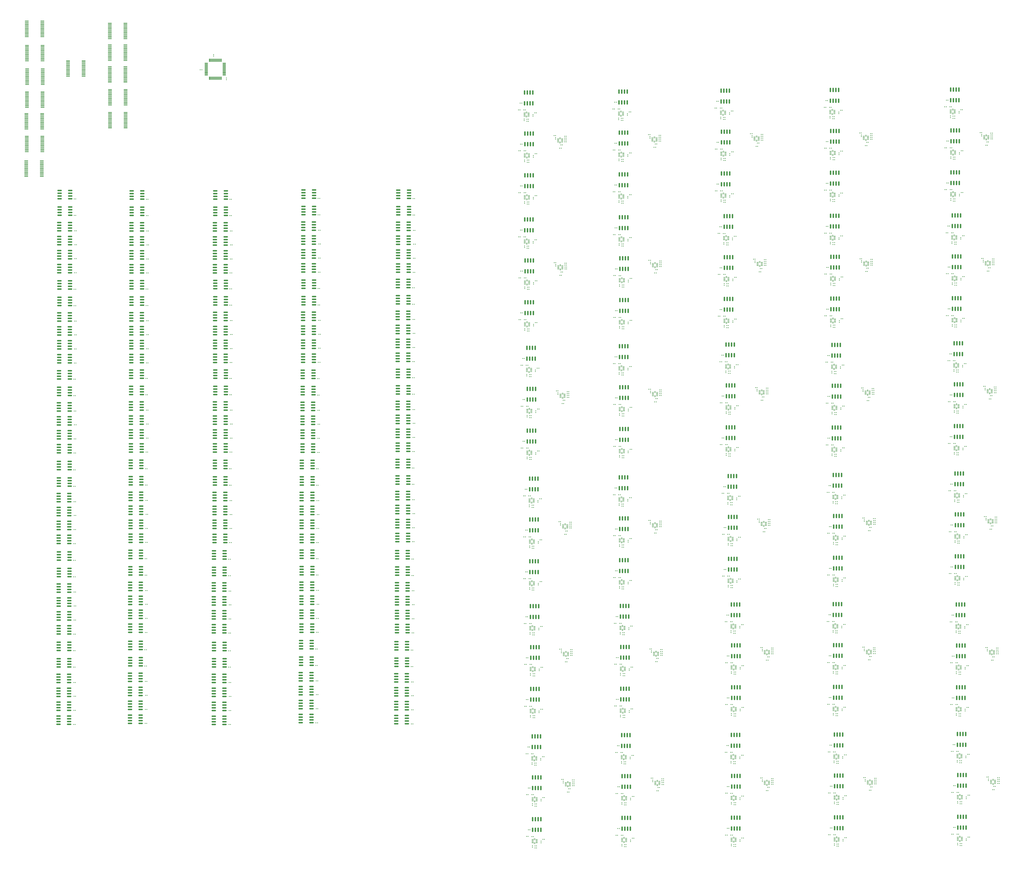
<source format=gbr>
%TF.GenerationSoftware,KiCad,Pcbnew,(6.99.0-3937-g3e53426b6c)*%
%TF.CreationDate,2024-12-16T03:44:04-05:00*%
%TF.ProjectId,AnalogFNN,416e616c-6f67-4464-9e4e-2e6b69636164,rev?*%
%TF.SameCoordinates,Original*%
%TF.FileFunction,Paste,Top*%
%TF.FilePolarity,Positive*%
%FSLAX46Y46*%
G04 Gerber Fmt 4.6, Leading zero omitted, Abs format (unit mm)*
G04 Created by KiCad (PCBNEW (6.99.0-3937-g3e53426b6c)) date 2024-12-16 03:44:04*
%MOMM*%
%LPD*%
G01*
G04 APERTURE LIST*
G04 Aperture macros list*
%AMRoundRect*
0 Rectangle with rounded corners*
0 $1 Rounding radius*
0 $2 $3 $4 $5 $6 $7 $8 $9 X,Y pos of 4 corners*
0 Add a 4 corners polygon primitive as box body*
4,1,4,$2,$3,$4,$5,$6,$7,$8,$9,$2,$3,0*
0 Add four circle primitives for the rounded corners*
1,1,$1+$1,$2,$3*
1,1,$1+$1,$4,$5*
1,1,$1+$1,$6,$7*
1,1,$1+$1,$8,$9*
0 Add four rect primitives between the rounded corners*
20,1,$1+$1,$2,$3,$4,$5,0*
20,1,$1+$1,$4,$5,$6,$7,0*
20,1,$1+$1,$6,$7,$8,$9,0*
20,1,$1+$1,$8,$9,$2,$3,0*%
G04 Aperture macros list end*
%ADD10RoundRect,0.079500X-0.079500X-0.100500X0.079500X-0.100500X0.079500X0.100500X-0.079500X0.100500X0*%
%ADD11RoundRect,0.050000X-0.350000X-0.050000X0.350000X-0.050000X0.350000X0.050000X-0.350000X0.050000X0*%
%ADD12RoundRect,0.050000X-0.050000X-0.350000X0.050000X-0.350000X0.050000X0.350000X-0.050000X0.350000X0*%
%ADD13RoundRect,0.079500X0.100500X-0.079500X0.100500X0.079500X-0.100500X0.079500X-0.100500X-0.079500X0*%
%ADD14RoundRect,0.150000X0.150000X-0.825000X0.150000X0.825000X-0.150000X0.825000X-0.150000X-0.825000X0*%
%ADD15RoundRect,0.079500X0.079500X0.100500X-0.079500X0.100500X-0.079500X-0.100500X0.079500X-0.100500X0*%
%ADD16RoundRect,0.150000X-0.825000X-0.150000X0.825000X-0.150000X0.825000X0.150000X-0.825000X0.150000X0*%
%ADD17RoundRect,0.079500X-0.100500X0.079500X-0.100500X-0.079500X0.100500X-0.079500X0.100500X0.079500X0*%
%ADD18R,1.750000X0.450000*%
%ADD19RoundRect,0.075000X-0.662500X-0.075000X0.662500X-0.075000X0.662500X0.075000X-0.662500X0.075000X0*%
%ADD20RoundRect,0.075000X-0.075000X-0.662500X0.075000X-0.662500X0.075000X0.662500X-0.075000X0.662500X0*%
G04 APERTURE END LIST*
D10*
%TO.C,R75*%
X269441600Y-178456600D03*
X270131600Y-178456600D03*
%TD*%
D11*
%TO.C,U27*%
X326249400Y-68036200D03*
X326249400Y-68436200D03*
X326249400Y-68836200D03*
X326249400Y-69236200D03*
X326249400Y-69636200D03*
D12*
X326999400Y-69786200D03*
X327399400Y-69786200D03*
D11*
X328149400Y-69636200D03*
X328149400Y-69236200D03*
X328149400Y-68836200D03*
X328149400Y-68436200D03*
X328149400Y-68036200D03*
D12*
X327399400Y-67886200D03*
X326999400Y-67886200D03*
%TD*%
D10*
%TO.C,R494*%
X413284400Y-74237800D03*
X413974400Y-74237800D03*
%TD*%
D13*
%TO.C,R557*%
X413230600Y-212901600D03*
X413230600Y-212211600D03*
%TD*%
D14*
%TO.C,Q14*%
X270039400Y-327736200D03*
X271309400Y-327736200D03*
X272579400Y-327736200D03*
X273849400Y-327736200D03*
X273849400Y-322786200D03*
X272579400Y-322786200D03*
X271309400Y-322786200D03*
X270039400Y-322786200D03*
%TD*%
D13*
%TO.C,R322*%
X315982400Y-355049800D03*
X315982400Y-354359800D03*
%TD*%
D15*
%TO.C,D13*%
X330043100Y-67794800D03*
X329353100Y-67794800D03*
%TD*%
D16*
%TO.C,U146*%
X52050000Y-251790000D03*
X52050000Y-253060000D03*
X52050000Y-254330000D03*
X52050000Y-255600000D03*
X57000000Y-255600000D03*
X57000000Y-254330000D03*
X57000000Y-253060000D03*
X57000000Y-251790000D03*
%TD*%
D15*
%TO.C,R886*%
X132155000Y-117550000D03*
X131465000Y-117550000D03*
%TD*%
D10*
%TO.C,R569*%
X411057800Y-256120400D03*
X411747800Y-256120400D03*
%TD*%
%TO.C,R502*%
X406553800Y-89115600D03*
X407243800Y-89115600D03*
%TD*%
%TO.C,R659*%
X482569000Y-68522000D03*
X483259000Y-68522000D03*
%TD*%
D11*
%TO.C,U83*%
X424654400Y-185054400D03*
X424654400Y-185454400D03*
X424654400Y-185854400D03*
X424654400Y-186254400D03*
X424654400Y-186654400D03*
D12*
X425404400Y-186804400D03*
X425804400Y-186804400D03*
D11*
X426554400Y-186654400D03*
X426554400Y-186254400D03*
X426554400Y-185854400D03*
X426554400Y-185454400D03*
X426554400Y-185054400D03*
D12*
X425804400Y-184904400D03*
X425404400Y-184904400D03*
%TD*%
D10*
%TO.C,R259*%
X309164400Y-268186200D03*
X309854400Y-268186200D03*
%TD*%
%TO.C,R118*%
X286106800Y-310268400D03*
X286796800Y-310268400D03*
%TD*%
D14*
%TO.C,Q13*%
X270044400Y-308411200D03*
X271314400Y-308411200D03*
X272584400Y-308411200D03*
X273854400Y-308411200D03*
X273854400Y-303461200D03*
X272584400Y-303461200D03*
X271314400Y-303461200D03*
X270044400Y-303461200D03*
%TD*%
D15*
%TO.C,R854*%
X93170000Y-145545000D03*
X92480000Y-145545000D03*
%TD*%
%TO.C,R598*%
X411722800Y-314880200D03*
X411032800Y-314880200D03*
%TD*%
D16*
%TO.C,U250*%
X164355000Y-224745000D03*
X164355000Y-226015000D03*
X164355000Y-227285000D03*
X164355000Y-228555000D03*
X169305000Y-228555000D03*
X169305000Y-227285000D03*
X169305000Y-226015000D03*
X169305000Y-224745000D03*
%TD*%
D10*
%TO.C,R173*%
X329369000Y-69522000D03*
X330059000Y-69522000D03*
%TD*%
D11*
%TO.C,U118*%
X467243800Y-371945200D03*
X467243800Y-372345200D03*
X467243800Y-372745200D03*
X467243800Y-373145200D03*
X467243800Y-373545200D03*
D12*
X467993800Y-373695200D03*
X468393800Y-373695200D03*
D11*
X469143800Y-373545200D03*
X469143800Y-373145200D03*
X469143800Y-372745200D03*
X469143800Y-372345200D03*
X469143800Y-371945200D03*
D12*
X468393800Y-371795200D03*
X467993800Y-371795200D03*
%TD*%
D15*
%TO.C,R963*%
X216395000Y-152050000D03*
X215705000Y-152050000D03*
%TD*%
D11*
%TO.C,U104*%
X464803800Y-151557400D03*
X464803800Y-151957400D03*
X464803800Y-152357400D03*
X464803800Y-152757400D03*
X464803800Y-153157400D03*
D12*
X465553800Y-153307400D03*
X465953800Y-153307400D03*
D11*
X466703800Y-153157400D03*
X466703800Y-152757400D03*
X466703800Y-152357400D03*
X466703800Y-151957400D03*
X466703800Y-151557400D03*
D12*
X465953800Y-151407400D03*
X465553800Y-151407400D03*
%TD*%
D15*
%TO.C,D27*%
X378608100Y-125321400D03*
X377918100Y-125321400D03*
%TD*%
D13*
%TO.C,R592*%
X413691800Y-234786000D03*
X413691800Y-234096000D03*
%TD*%
D10*
%TO.C,R253*%
X327222400Y-250757200D03*
X327912400Y-250757200D03*
%TD*%
D17*
%TO.C,R107*%
X269403000Y-237814600D03*
X269403000Y-238504600D03*
%TD*%
D10*
%TO.C,R273*%
X311299400Y-311373400D03*
X311989400Y-311373400D03*
%TD*%
%TO.C,R406*%
X358604400Y-251336200D03*
X359294400Y-251336200D03*
%TD*%
D17*
%TO.C,R763*%
X466618600Y-314953400D03*
X466618600Y-315643400D03*
%TD*%
D11*
%TO.C,U35*%
X311154400Y-212021200D03*
X311154400Y-212421200D03*
X311154400Y-212821200D03*
X311154400Y-213221200D03*
X311154400Y-213621200D03*
D12*
X311904400Y-213771200D03*
X312304400Y-213771200D03*
D11*
X313054400Y-213621200D03*
X313054400Y-213221200D03*
X313054400Y-212821200D03*
X313054400Y-212421200D03*
X313054400Y-212021200D03*
D12*
X312304400Y-211871200D03*
X311904400Y-211871200D03*
%TD*%
D14*
%TO.C,Q5*%
X267439400Y-149036200D03*
X268709400Y-149036200D03*
X269979400Y-149036200D03*
X271249400Y-149036200D03*
X271249400Y-144086200D03*
X269979400Y-144086200D03*
X268709400Y-144086200D03*
X267439400Y-144086200D03*
%TD*%
D10*
%TO.C,R776*%
X463805600Y-291763800D03*
X464495600Y-291763800D03*
%TD*%
D11*
%TO.C,U72*%
X362789400Y-391690100D03*
X362789400Y-392090100D03*
X362789400Y-392490100D03*
X362789400Y-392890100D03*
X362789400Y-393290100D03*
D12*
X363539400Y-393440100D03*
X363939400Y-393440100D03*
D11*
X364689400Y-393290100D03*
X364689400Y-392890100D03*
X364689400Y-392490100D03*
X364689400Y-392090100D03*
X364689400Y-391690100D03*
D12*
X363939400Y-391540100D03*
X363539400Y-391540100D03*
%TD*%
D14*
%TO.C,Q39*%
X357945600Y-51238800D03*
X359215600Y-51238800D03*
X360485600Y-51238800D03*
X361755600Y-51238800D03*
X361755600Y-46288800D03*
X360485600Y-46288800D03*
X359215600Y-46288800D03*
X357945600Y-46288800D03*
%TD*%
D17*
%TO.C,R369*%
X359377400Y-154777400D03*
X359377400Y-155467400D03*
%TD*%
D10*
%TO.C,R759*%
X466400600Y-310701000D03*
X467090600Y-310701000D03*
%TD*%
%TO.C,D36*%
X381229200Y-364238500D03*
X381919200Y-364238500D03*
%TD*%
%TO.C,R165*%
X310599400Y-73673400D03*
X311289400Y-73673400D03*
%TD*%
D15*
%TO.C,R831*%
X59870000Y-236245000D03*
X59180000Y-236245000D03*
%TD*%
%TO.C,R942*%
X171975000Y-255150000D03*
X171285000Y-255150000D03*
%TD*%
D14*
%TO.C,Q62*%
X409344400Y-206954400D03*
X410614400Y-206954400D03*
X411884400Y-206954400D03*
X413154400Y-206954400D03*
X413154400Y-202004400D03*
X411884400Y-202004400D03*
X410614400Y-202004400D03*
X409344400Y-202004400D03*
%TD*%
D10*
%TO.C,D2*%
X285743600Y-67305800D03*
X286433600Y-67305800D03*
%TD*%
D15*
%TO.C,C34*%
X326381800Y-364054000D03*
X325691800Y-364054000D03*
%TD*%
D17*
%TO.C,R504*%
X408417400Y-96469000D03*
X408417400Y-97159000D03*
%TD*%
D10*
%TO.C,R702*%
X469430000Y-113283400D03*
X470120000Y-113283400D03*
%TD*%
D15*
%TO.C,R671*%
X465787800Y-58055200D03*
X465097800Y-58055200D03*
%TD*%
D17*
%TO.C,R520*%
X408568000Y-135289600D03*
X408568000Y-135979600D03*
%TD*%
D14*
%TO.C,Q23*%
X311190000Y-148000000D03*
X312460000Y-148000000D03*
X313730000Y-148000000D03*
X315000000Y-148000000D03*
X315000000Y-143050000D03*
X313730000Y-143050000D03*
X312460000Y-143050000D03*
X311190000Y-143050000D03*
%TD*%
D10*
%TO.C,R289*%
X316374400Y-332044600D03*
X317064400Y-332044600D03*
%TD*%
%TO.C,R29*%
X268547200Y-138056600D03*
X269237200Y-138056600D03*
%TD*%
%TO.C,R410*%
X359404400Y-248236200D03*
X360094400Y-248236200D03*
%TD*%
%TO.C,R27*%
X271930000Y-56483400D03*
X272620000Y-56483400D03*
%TD*%
D15*
%TO.C,R266*%
X312803400Y-237344000D03*
X312113400Y-237344000D03*
%TD*%
D10*
%TO.C,R770*%
X466395600Y-330026000D03*
X467085600Y-330026000D03*
%TD*%
D15*
%TO.C,R930*%
X172670000Y-171845000D03*
X171980000Y-171845000D03*
%TD*%
D13*
%TO.C,R241*%
X314931800Y-175286000D03*
X314931800Y-174596000D03*
%TD*%
D15*
%TO.C,C52*%
X376966200Y-363959100D03*
X376276200Y-363959100D03*
%TD*%
D16*
%TO.C,U266*%
X163855000Y-334595000D03*
X163855000Y-335865000D03*
X163855000Y-337135000D03*
X163855000Y-338405000D03*
X168805000Y-338405000D03*
X168805000Y-337135000D03*
X168805000Y-335865000D03*
X168805000Y-334595000D03*
%TD*%
D10*
%TO.C,R375*%
X357369400Y-109162800D03*
X358059400Y-109162800D03*
%TD*%
D15*
%TO.C,R875*%
X92871800Y-290180000D03*
X92181800Y-290180000D03*
%TD*%
%TO.C,R96*%
X271467200Y-276141400D03*
X270777200Y-276141400D03*
%TD*%
D11*
%TO.C,U59*%
X375737000Y-184902200D03*
X375737000Y-185302200D03*
X375737000Y-185702200D03*
X375737000Y-186102200D03*
X375737000Y-186502200D03*
D12*
X376487000Y-186652200D03*
X376887000Y-186652200D03*
D11*
X377637000Y-186502200D03*
X377637000Y-186102200D03*
X377637000Y-185702200D03*
X377637000Y-185302200D03*
X377637000Y-184902200D03*
D12*
X376887000Y-184752200D03*
X376487000Y-184752200D03*
%TD*%
D10*
%TO.C,R143*%
X275665000Y-373008400D03*
X276355000Y-373008400D03*
%TD*%
D15*
%TO.C,R112*%
X271837200Y-315791400D03*
X271147200Y-315791400D03*
%TD*%
D11*
%TO.C,U64*%
X361354400Y-272021200D03*
X361354400Y-272421200D03*
X361354400Y-272821200D03*
X361354400Y-273221200D03*
X361354400Y-273621200D03*
D12*
X362104400Y-273771200D03*
X362504400Y-273771200D03*
D11*
X363254400Y-273621200D03*
X363254400Y-273221200D03*
X363254400Y-272821200D03*
X363254400Y-272421200D03*
X363254400Y-272021200D03*
D12*
X362504400Y-271871200D03*
X362104400Y-271871200D03*
%TD*%
D10*
%TO.C,R310*%
X313343400Y-395709200D03*
X314033400Y-395709200D03*
%TD*%
D16*
%TO.C,U193*%
X85225000Y-244775000D03*
X85225000Y-246045000D03*
X85225000Y-247315000D03*
X85225000Y-248585000D03*
X90175000Y-248585000D03*
X90175000Y-247315000D03*
X90175000Y-246045000D03*
X90175000Y-244775000D03*
%TD*%
D10*
%TO.C,R400*%
X359937600Y-171603200D03*
X360627600Y-171603200D03*
%TD*%
D15*
%TO.C,R150*%
X272717800Y-395305200D03*
X272027800Y-395305200D03*
%TD*%
D11*
%TO.C,U80*%
X408654400Y-151721200D03*
X408654400Y-152121200D03*
X408654400Y-152521200D03*
X408654400Y-152921200D03*
X408654400Y-153321200D03*
D12*
X409404400Y-153471200D03*
X409804400Y-153471200D03*
D11*
X410554400Y-153321200D03*
X410554400Y-152921200D03*
X410554400Y-152521200D03*
X410554400Y-152121200D03*
X410554400Y-151721200D03*
D12*
X409804400Y-151571200D03*
X409404400Y-151571200D03*
%TD*%
D10*
%TO.C,R567*%
X413935000Y-173101600D03*
X414625000Y-173101600D03*
%TD*%
D15*
%TO.C,C66*%
X429069600Y-245822200D03*
X428379600Y-245822200D03*
%TD*%
%TO.C,C68*%
X427215800Y-307833200D03*
X426525800Y-307833200D03*
%TD*%
%TO.C,R463*%
X364622800Y-375324100D03*
X363932800Y-375324100D03*
%TD*%
D10*
%TO.C,R575*%
X414690000Y-252183400D03*
X415380000Y-252183400D03*
%TD*%
%TO.C,R610*%
X407934400Y-326786200D03*
X408624400Y-326786200D03*
%TD*%
%TO.C,R452*%
X359904400Y-291736200D03*
X360594400Y-291736200D03*
%TD*%
D15*
%TO.C,C78*%
X483959000Y-125858400D03*
X483269000Y-125858400D03*
%TD*%
D14*
%TO.C,Q80*%
X465744400Y-206253400D03*
X467014400Y-206253400D03*
X468284400Y-206253400D03*
X469554400Y-206253400D03*
X469554400Y-201303400D03*
X468284400Y-201303400D03*
X467014400Y-201303400D03*
X465744400Y-201303400D03*
%TD*%
D13*
%TO.C,R141*%
X274816200Y-374547200D03*
X274816200Y-373857200D03*
%TD*%
D16*
%TO.C,U204*%
X124250000Y-155190000D03*
X124250000Y-156460000D03*
X124250000Y-157730000D03*
X124250000Y-159000000D03*
X129200000Y-159000000D03*
X129200000Y-157730000D03*
X129200000Y-156460000D03*
X129200000Y-155190000D03*
%TD*%
D10*
%TO.C,R572*%
X407964400Y-247736200D03*
X408654400Y-247736200D03*
%TD*%
D16*
%TO.C,U289*%
X208450000Y-244440000D03*
X208450000Y-245710000D03*
X208450000Y-246980000D03*
X208450000Y-248250000D03*
X213400000Y-248250000D03*
X213400000Y-246980000D03*
X213400000Y-245710000D03*
X213400000Y-244440000D03*
%TD*%
D15*
%TO.C,R982*%
X216170000Y-283845000D03*
X215480000Y-283845000D03*
%TD*%
%TO.C,R986*%
X215535000Y-312450000D03*
X214845000Y-312450000D03*
%TD*%
D17*
%TO.C,R547*%
X409222400Y-194944000D03*
X409222400Y-195634000D03*
%TD*%
D10*
%TO.C,R548*%
X414084400Y-192037800D03*
X414774400Y-192037800D03*
%TD*%
D16*
%TO.C,U235*%
X164975000Y-119845000D03*
X164975000Y-121115000D03*
X164975000Y-122385000D03*
X164975000Y-123655000D03*
X169925000Y-123655000D03*
X169925000Y-122385000D03*
X169925000Y-121115000D03*
X169925000Y-119845000D03*
%TD*%
D10*
%TO.C,R637*%
X408399400Y-387061200D03*
X409089400Y-387061200D03*
%TD*%
%TO.C,R767*%
X485170200Y-306549600D03*
X485860200Y-306549600D03*
%TD*%
%TO.C,R516*%
X408350000Y-131037200D03*
X409040000Y-131037200D03*
%TD*%
D13*
%TO.C,R422*%
X365276200Y-273547200D03*
X365276200Y-272857200D03*
%TD*%
D15*
%TO.C,R920*%
X172595000Y-103650000D03*
X171905000Y-103650000D03*
%TD*%
D11*
%TO.C,U34*%
X311159400Y-192696200D03*
X311159400Y-193096200D03*
X311159400Y-193496200D03*
X311159400Y-193896200D03*
X311159400Y-194296200D03*
D12*
X311909400Y-194446200D03*
X312309400Y-194446200D03*
D11*
X313059400Y-194296200D03*
X313059400Y-193896200D03*
X313059400Y-193496200D03*
X313059400Y-193096200D03*
X313059400Y-192696200D03*
D12*
X312309400Y-192546200D03*
X311909400Y-192546200D03*
%TD*%
D13*
%TO.C,R457*%
X366581200Y-294622200D03*
X366581200Y-293932200D03*
%TD*%
D15*
%TO.C,R274*%
X313437200Y-315691400D03*
X312747200Y-315691400D03*
%TD*%
D10*
%TO.C,R203*%
X310845000Y-151062200D03*
X311535000Y-151062200D03*
%TD*%
%TO.C,R775*%
X471475600Y-331372200D03*
X472165600Y-331372200D03*
%TD*%
D15*
%TO.C,C44*%
X377717800Y-187810400D03*
X377027800Y-187810400D03*
%TD*%
D10*
%TO.C,R14*%
X266994400Y-93398400D03*
X267684400Y-93398400D03*
%TD*%
%TO.C,R629*%
X415130000Y-372183400D03*
X415820000Y-372183400D03*
%TD*%
%TO.C,R43*%
X265448800Y-148997400D03*
X266138800Y-148997400D03*
%TD*%
D14*
%TO.C,Q78*%
X464695000Y-108875000D03*
X465965000Y-108875000D03*
X467235000Y-108875000D03*
X468505000Y-108875000D03*
X468505000Y-103925000D03*
X467235000Y-103925000D03*
X465965000Y-103925000D03*
X464695000Y-103925000D03*
%TD*%
D10*
%TO.C,D16*%
X329594200Y-124969600D03*
X330284200Y-124969600D03*
%TD*%
D15*
%TO.C,R663*%
X465932200Y-96316400D03*
X465242200Y-96316400D03*
%TD*%
D16*
%TO.C,U214*%
X124155000Y-224745000D03*
X124155000Y-226015000D03*
X124155000Y-227285000D03*
X124155000Y-228555000D03*
X129105000Y-228555000D03*
X129105000Y-227285000D03*
X129105000Y-226015000D03*
X129105000Y-224745000D03*
%TD*%
D11*
%TO.C,U29*%
X310759400Y-56096200D03*
X310759400Y-56496200D03*
X310759400Y-56896200D03*
X310759400Y-57296200D03*
X310759400Y-57696200D03*
D12*
X311509400Y-57846200D03*
X311909400Y-57846200D03*
D11*
X312659400Y-57696200D03*
X312659400Y-57296200D03*
X312659400Y-56896200D03*
X312659400Y-56496200D03*
X312659400Y-56096200D03*
D12*
X311909400Y-55946200D03*
X311509400Y-55946200D03*
%TD*%
D15*
%TO.C,C17*%
X288215800Y-368933200D03*
X287525800Y-368933200D03*
%TD*%
%TO.C,R960*%
X216495000Y-130250000D03*
X215805000Y-130250000D03*
%TD*%
D10*
%TO.C,R758*%
X467848400Y-315984200D03*
X468538400Y-315984200D03*
%TD*%
%TO.C,R656*%
X468879400Y-74019600D03*
X469569400Y-74019600D03*
%TD*%
%TO.C,R47*%
X264504400Y-113836200D03*
X265194400Y-113836200D03*
%TD*%
D15*
%TO.C,C43*%
X374568200Y-183492400D03*
X373878200Y-183492400D03*
%TD*%
D11*
%TO.C,U119*%
X482584400Y-364949000D03*
X482584400Y-365349000D03*
X482584400Y-365749000D03*
X482584400Y-366149000D03*
X482584400Y-366549000D03*
D12*
X483334400Y-366699000D03*
X483734400Y-366699000D03*
D11*
X484484400Y-366549000D03*
X484484400Y-366149000D03*
X484484400Y-365749000D03*
X484484400Y-365349000D03*
X484484400Y-364949000D03*
D12*
X483734400Y-364799000D03*
X483334400Y-364799000D03*
%TD*%
D10*
%TO.C,R74*%
X265548200Y-173172400D03*
X266238200Y-173172400D03*
%TD*%
%TO.C,R446*%
X362494400Y-329998400D03*
X363184400Y-329998400D03*
%TD*%
D13*
%TO.C,R546*%
X413235600Y-193576600D03*
X413235600Y-192886600D03*
%TD*%
%TO.C,R603*%
X424076800Y-305079400D03*
X424076800Y-304389400D03*
%TD*%
D14*
%TO.C,Q33*%
X311495000Y-289375000D03*
X312765000Y-289375000D03*
X314035000Y-289375000D03*
X315305000Y-289375000D03*
X315305000Y-284425000D03*
X314035000Y-284425000D03*
X312765000Y-284425000D03*
X311495000Y-284425000D03*
%TD*%
D10*
%TO.C,R416*%
X379819600Y-247185800D03*
X380509600Y-247185800D03*
%TD*%
%TO.C,R55*%
X265697600Y-192108600D03*
X266387600Y-192108600D03*
%TD*%
D14*
%TO.C,Q82*%
X466132000Y-247077200D03*
X467402000Y-247077200D03*
X468672000Y-247077200D03*
X469942000Y-247077200D03*
X469942000Y-242127200D03*
X468672000Y-242127200D03*
X467402000Y-242127200D03*
X466132000Y-242127200D03*
%TD*%
D10*
%TO.C,R232*%
X309199400Y-207561200D03*
X309889400Y-207561200D03*
%TD*%
D15*
%TO.C,R857*%
X93370000Y-165545000D03*
X92680000Y-165545000D03*
%TD*%
D11*
%TO.C,U66*%
X362808800Y-312032400D03*
X362808800Y-312432400D03*
X362808800Y-312832400D03*
X362808800Y-313232400D03*
X362808800Y-313632400D03*
D12*
X363558800Y-313782400D03*
X363958800Y-313782400D03*
D11*
X364708800Y-313632400D03*
X364708800Y-313232400D03*
X364708800Y-312832400D03*
X364708800Y-312432400D03*
X364708800Y-312032400D03*
D12*
X363958800Y-311882400D03*
X363558800Y-311882400D03*
%TD*%
D10*
%TO.C,R372*%
X360462800Y-117547000D03*
X361152800Y-117547000D03*
%TD*%
D15*
%TO.C,R917*%
X131470000Y-332745000D03*
X130780000Y-332745000D03*
%TD*%
%TO.C,R921*%
X172795000Y-110750000D03*
X172105000Y-110750000D03*
%TD*%
%TO.C,R968*%
X216195000Y-186550000D03*
X215505000Y-186550000D03*
%TD*%
%TO.C,R910*%
X131575000Y-283950000D03*
X130885000Y-283950000D03*
%TD*%
D11*
%TO.C,U60*%
X360391400Y-211223400D03*
X360391400Y-211623400D03*
X360391400Y-212023400D03*
X360391400Y-212423400D03*
X360391400Y-212823400D03*
D12*
X361141400Y-212973400D03*
X361541400Y-212973400D03*
D11*
X362291400Y-212823400D03*
X362291400Y-212423400D03*
X362291400Y-212023400D03*
X362291400Y-211623400D03*
X362291400Y-211223400D03*
D12*
X361541400Y-211073400D03*
X361141400Y-211073400D03*
%TD*%
D10*
%TO.C,R543*%
X409004400Y-190691600D03*
X409694400Y-190691600D03*
%TD*%
D15*
%TO.C,C55*%
X422685600Y-65844600D03*
X421995600Y-65844600D03*
%TD*%
%TO.C,C50*%
X380130200Y-307944400D03*
X379440200Y-307944400D03*
%TD*%
D10*
%TO.C,R299*%
X313348400Y-376384200D03*
X314038400Y-376384200D03*
%TD*%
D11*
%TO.C,U85*%
X409164400Y-173114400D03*
X409164400Y-173514400D03*
X409164400Y-173914400D03*
X409164400Y-174314400D03*
X409164400Y-174714400D03*
D12*
X409914400Y-174864400D03*
X410314400Y-174864400D03*
D11*
X411064400Y-174714400D03*
X411064400Y-174314400D03*
X411064400Y-173914400D03*
X411064400Y-173514400D03*
X411064400Y-173114400D03*
D12*
X410314400Y-172964400D03*
X409914400Y-172964400D03*
%TD*%
D11*
%TO.C,U22*%
X270894400Y-373021200D03*
X270894400Y-373421200D03*
X270894400Y-373821200D03*
X270894400Y-374221200D03*
X270894400Y-374621200D03*
D12*
X271644400Y-374771200D03*
X272044400Y-374771200D03*
D11*
X272794400Y-374621200D03*
X272794400Y-374221200D03*
X272794400Y-373821200D03*
X272794400Y-373421200D03*
X272794400Y-373021200D03*
D12*
X272044400Y-372871200D03*
X271644400Y-372871200D03*
%TD*%
D13*
%TO.C,R268*%
X314896800Y-235911000D03*
X314896800Y-235221000D03*
%TD*%
D17*
%TO.C,R458*%
X362568000Y-295989600D03*
X362568000Y-296679600D03*
%TD*%
D10*
%TO.C,R424*%
X366125000Y-272008400D03*
X366815000Y-272008400D03*
%TD*%
D11*
%TO.C,U51*%
X373400000Y-67600000D03*
X373400000Y-68000000D03*
X373400000Y-68400000D03*
X373400000Y-68800000D03*
X373400000Y-69200000D03*
D12*
X374150000Y-69350000D03*
X374550000Y-69350000D03*
D11*
X375300000Y-69200000D03*
X375300000Y-68800000D03*
X375300000Y-68400000D03*
X375300000Y-68000000D03*
X375300000Y-67600000D03*
D12*
X374550000Y-67450000D03*
X374150000Y-67450000D03*
%TD*%
D16*
%TO.C,U200*%
X124235000Y-126695000D03*
X124235000Y-127965000D03*
X124235000Y-129235000D03*
X124235000Y-130505000D03*
X129185000Y-130505000D03*
X129185000Y-129235000D03*
X129185000Y-127965000D03*
X129185000Y-126695000D03*
%TD*%
%TO.C,U279*%
X208675000Y-175045000D03*
X208675000Y-176315000D03*
X208675000Y-177585000D03*
X208675000Y-178855000D03*
X213625000Y-178855000D03*
X213625000Y-177585000D03*
X213625000Y-176315000D03*
X213625000Y-175045000D03*
%TD*%
D10*
%TO.C,R76*%
X267993800Y-173173400D03*
X268683800Y-173173400D03*
%TD*%
D16*
%TO.C,U222*%
X123655000Y-280195000D03*
X123655000Y-281465000D03*
X123655000Y-282735000D03*
X123655000Y-284005000D03*
X128605000Y-284005000D03*
X128605000Y-282735000D03*
X128605000Y-281465000D03*
X128605000Y-280195000D03*
%TD*%
D15*
%TO.C,R571*%
X411747800Y-255155200D03*
X411057800Y-255155200D03*
%TD*%
%TO.C,R555*%
X411137200Y-214334600D03*
X410447200Y-214334600D03*
%TD*%
%TO.C,C58*%
X422831200Y-123990200D03*
X422141200Y-123990200D03*
%TD*%
D13*
%TO.C,R646*%
X414131800Y-354786000D03*
X414131800Y-354096000D03*
%TD*%
%TO.C,R125*%
X273925600Y-333683400D03*
X273925600Y-332993400D03*
%TD*%
D16*
%TO.C,U136*%
X52250000Y-183321600D03*
X52250000Y-184591600D03*
X52250000Y-185861600D03*
X52250000Y-187131600D03*
X57200000Y-187131600D03*
X57200000Y-185861600D03*
X57200000Y-184591600D03*
X57200000Y-183321600D03*
%TD*%
D10*
%TO.C,R432*%
X365980600Y-233747200D03*
X366670600Y-233747200D03*
%TD*%
D17*
%TO.C,R601*%
X409803000Y-314814600D03*
X409803000Y-315504600D03*
%TD*%
%TO.C,R585*%
X409823000Y-274414600D03*
X409823000Y-275104600D03*
%TD*%
D14*
%TO.C,Q48*%
X361245600Y-229338800D03*
X362515600Y-229338800D03*
X363785600Y-229338800D03*
X365055600Y-229338800D03*
X365055600Y-224388800D03*
X363785600Y-224388800D03*
X362515600Y-224388800D03*
X361245600Y-224388800D03*
%TD*%
D16*
%TO.C,U172*%
X85545000Y-182945000D03*
X85545000Y-184215000D03*
X85545000Y-185485000D03*
X85545000Y-186755000D03*
X90495000Y-186755000D03*
X90495000Y-185485000D03*
X90495000Y-184215000D03*
X90495000Y-182945000D03*
%TD*%
D17*
%TO.C,R574*%
X409828000Y-255089600D03*
X409828000Y-255779600D03*
%TD*%
D10*
%TO.C,R560*%
X406409400Y-171754400D03*
X407099400Y-171754400D03*
%TD*%
%TO.C,R761*%
X464755000Y-307600000D03*
X465445000Y-307600000D03*
%TD*%
%TO.C,R664*%
X462148800Y-88897400D03*
X462838800Y-88897400D03*
%TD*%
%TO.C,R298*%
X309455000Y-371100000D03*
X310145000Y-371100000D03*
%TD*%
D15*
%TO.C,R866*%
X92585000Y-312240000D03*
X91895000Y-312240000D03*
%TD*%
%TO.C,D55*%
X485230700Y-244260800D03*
X484540700Y-244260800D03*
%TD*%
D10*
%TO.C,R587*%
X407015000Y-231900000D03*
X407705000Y-231900000D03*
%TD*%
%TO.C,R386*%
X365167000Y-191885600D03*
X365857000Y-191885600D03*
%TD*%
D15*
%TO.C,R23*%
X268987800Y-59455200D03*
X268297800Y-59455200D03*
%TD*%
D10*
%TO.C,R148*%
X272027800Y-396270400D03*
X272717800Y-396270400D03*
%TD*%
D11*
%TO.C,U67*%
X378149400Y-305036200D03*
X378149400Y-305436200D03*
X378149400Y-305836200D03*
X378149400Y-306236200D03*
X378149400Y-306636200D03*
D12*
X378899400Y-306786200D03*
X379299400Y-306786200D03*
D11*
X380049400Y-306636200D03*
X380049400Y-306236200D03*
X380049400Y-305836200D03*
X380049400Y-305436200D03*
X380049400Y-305036200D03*
D12*
X379299400Y-304886200D03*
X378899400Y-304886200D03*
%TD*%
D13*
%TO.C,R295*%
X315381200Y-295322200D03*
X315381200Y-294632200D03*
%TD*%
D10*
%TO.C,R363*%
X356713800Y-150524000D03*
X357403800Y-150524000D03*
%TD*%
D15*
%TO.C,R964*%
X216495000Y-158450000D03*
X215805000Y-158450000D03*
%TD*%
%TO.C,R944*%
X171795000Y-270150000D03*
X171105000Y-270150000D03*
%TD*%
D10*
%TO.C,R313*%
X310250000Y-387325000D03*
X310940000Y-387325000D03*
%TD*%
D15*
%TO.C,R893*%
X132070000Y-165445000D03*
X131380000Y-165445000D03*
%TD*%
%TO.C,C46*%
X375531200Y-244290200D03*
X374841200Y-244290200D03*
%TD*%
%TO.C,R752*%
X467775400Y-235521200D03*
X467085400Y-235521200D03*
%TD*%
D10*
%TO.C,R127*%
X274774400Y-332144600D03*
X275464400Y-332144600D03*
%TD*%
%TO.C,R30*%
X267099400Y-132773400D03*
X267789400Y-132773400D03*
%TD*%
D15*
%TO.C,R393*%
X362219800Y-214182400D03*
X361529800Y-214182400D03*
%TD*%
D10*
%TO.C,R359*%
X364244400Y-132546200D03*
X364934400Y-132546200D03*
%TD*%
D11*
%TO.C,U33*%
X311010000Y-114160000D03*
X311010000Y-114560000D03*
X311010000Y-114960000D03*
X311010000Y-115360000D03*
X311010000Y-115760000D03*
D12*
X311760000Y-115910000D03*
X312160000Y-115910000D03*
D11*
X312910000Y-115760000D03*
X312910000Y-115360000D03*
X312910000Y-114960000D03*
X312910000Y-114560000D03*
X312910000Y-114160000D03*
D12*
X312160000Y-114010000D03*
X311760000Y-114010000D03*
%TD*%
D14*
%TO.C,Q74*%
X464139400Y-88936200D03*
X465409400Y-88936200D03*
X466679400Y-88936200D03*
X467949400Y-88936200D03*
X467949400Y-83986200D03*
X466679400Y-83986200D03*
X465409400Y-83986200D03*
X464139400Y-83986200D03*
%TD*%
D10*
%TO.C,R108*%
X274265000Y-234908400D03*
X274955000Y-234908400D03*
%TD*%
D15*
%TO.C,R725*%
X467392800Y-175372400D03*
X466702800Y-175372400D03*
%TD*%
D17*
%TO.C,R34*%
X267317400Y-137025800D03*
X267317400Y-137715800D03*
%TD*%
D15*
%TO.C,R975*%
X216270000Y-235345000D03*
X215580000Y-235345000D03*
%TD*%
D10*
%TO.C,D20*%
X329559200Y-245194600D03*
X330249200Y-245194600D03*
%TD*%
D16*
%TO.C,U141*%
X52150000Y-217640000D03*
X52150000Y-218910000D03*
X52150000Y-220180000D03*
X52150000Y-221450000D03*
X57100000Y-221450000D03*
X57100000Y-220180000D03*
X57100000Y-218910000D03*
X57100000Y-217640000D03*
%TD*%
D10*
%TO.C,R608*%
X409580000Y-329887200D03*
X410270000Y-329887200D03*
%TD*%
D17*
%TO.C,R639*%
X410263000Y-394414600D03*
X410263000Y-395104600D03*
%TD*%
D14*
%TO.C,Q67*%
X409930000Y-307500000D03*
X411200000Y-307500000D03*
X412470000Y-307500000D03*
X413740000Y-307500000D03*
X413740000Y-302550000D03*
X412470000Y-302550000D03*
X411200000Y-302550000D03*
X409930000Y-302550000D03*
%TD*%
D15*
%TO.C,C45*%
X379546600Y-185524400D03*
X378856600Y-185524400D03*
%TD*%
%TO.C,C89*%
X484565200Y-367857200D03*
X483875200Y-367857200D03*
%TD*%
%TO.C,R881*%
X93045000Y-248580000D03*
X92355000Y-248580000D03*
%TD*%
D13*
%TO.C,R333*%
X372241800Y-67754400D03*
X372241800Y-67064400D03*
%TD*%
D10*
%TO.C,R37*%
X283506800Y-131568400D03*
X284196800Y-131568400D03*
%TD*%
D15*
%TO.C,D1*%
X286443100Y-68194800D03*
X285753100Y-68194800D03*
%TD*%
%TO.C,R409*%
X363187800Y-255655200D03*
X362497800Y-255655200D03*
%TD*%
D14*
%TO.C,Q58*%
X408695000Y-127975000D03*
X409965000Y-127975000D03*
X411235000Y-127975000D03*
X412505000Y-127975000D03*
X412505000Y-123025000D03*
X411235000Y-123025000D03*
X409965000Y-123025000D03*
X408695000Y-123025000D03*
%TD*%
D10*
%TO.C,R641*%
X407455000Y-351900000D03*
X408145000Y-351900000D03*
%TD*%
D15*
%TO.C,R878*%
X92845000Y-228580000D03*
X92155000Y-228580000D03*
%TD*%
%TO.C,R892*%
X132170000Y-158945000D03*
X131480000Y-158945000D03*
%TD*%
%TO.C,R347*%
X359738400Y-58619000D03*
X359048400Y-58619000D03*
%TD*%
D10*
%TO.C,R136*%
X268139400Y-371661200D03*
X268829400Y-371661200D03*
%TD*%
%TO.C,R378*%
X364095000Y-113610000D03*
X364785000Y-113610000D03*
%TD*%
D16*
%TO.C,U296*%
X208250000Y-292990000D03*
X208250000Y-294260000D03*
X208250000Y-295530000D03*
X208250000Y-296800000D03*
X213200000Y-296800000D03*
X213200000Y-295530000D03*
X213200000Y-294260000D03*
X213200000Y-292990000D03*
%TD*%
D17*
%TO.C,R404*%
X360155600Y-175855600D03*
X360155600Y-176545600D03*
%TD*%
%TO.C,R709*%
X465622400Y-194243000D03*
X465622400Y-194933000D03*
%TD*%
D10*
%TO.C,R124*%
X268048800Y-327697400D03*
X268738800Y-327697400D03*
%TD*%
D15*
%TO.C,R979*%
X215870000Y-262745000D03*
X215180000Y-262745000D03*
%TD*%
D10*
%TO.C,R248*%
X309169400Y-248861200D03*
X309859400Y-248861200D03*
%TD*%
D15*
%TO.C,R690*%
X466632200Y-154516400D03*
X465942200Y-154516400D03*
%TD*%
D10*
%TO.C,R381*%
X360087000Y-190539400D03*
X360777000Y-190539400D03*
%TD*%
%TO.C,R291*%
X312597800Y-297720400D03*
X313287800Y-297720400D03*
%TD*%
D13*
%TO.C,R36*%
X281591200Y-127290600D03*
X281591200Y-126600600D03*
%TD*%
D17*
%TO.C,R655*%
X464017400Y-76925800D03*
X464017400Y-77615800D03*
%TD*%
D16*
%TO.C,U158*%
X51948200Y-335355000D03*
X51948200Y-336625000D03*
X51948200Y-337895000D03*
X51948200Y-339165000D03*
X56898200Y-339165000D03*
X56898200Y-337895000D03*
X56898200Y-336625000D03*
X56898200Y-335355000D03*
%TD*%
D10*
%TO.C,R748*%
X470862000Y-270810600D03*
X471552000Y-270810600D03*
%TD*%
D15*
%TO.C,R932*%
X172275000Y-186950000D03*
X171585000Y-186950000D03*
%TD*%
D10*
%TO.C,R24*%
X265204400Y-52036200D03*
X265894400Y-52036200D03*
%TD*%
%TO.C,R398*%
X357492000Y-171602200D03*
X358182000Y-171602200D03*
%TD*%
%TO.C,R39*%
X264648800Y-152097400D03*
X265338800Y-152097400D03*
%TD*%
D15*
%TO.C,R814*%
X60270000Y-117445000D03*
X59580000Y-117445000D03*
%TD*%
D10*
%TO.C,R278*%
X316379400Y-312719600D03*
X317069400Y-312719600D03*
%TD*%
%TO.C,R146*%
X289354600Y-367510800D03*
X290044600Y-367510800D03*
%TD*%
D15*
%TO.C,R536*%
X410338400Y-116419000D03*
X409648400Y-116419000D03*
%TD*%
D10*
%TO.C,R156*%
X271883400Y-358009200D03*
X272573400Y-358009200D03*
%TD*%
D16*
%TO.C,U147*%
X52125000Y-259435000D03*
X52125000Y-260705000D03*
X52125000Y-261975000D03*
X52125000Y-263245000D03*
X57075000Y-263245000D03*
X57075000Y-261975000D03*
X57075000Y-260705000D03*
X57075000Y-259435000D03*
%TD*%
D15*
%TO.C,R798*%
X469067200Y-394229200D03*
X468377200Y-394229200D03*
%TD*%
D18*
%TO.C,U303*%
X56399999Y-32424999D03*
X56399999Y-33074999D03*
X56399999Y-33724999D03*
X56399999Y-34374999D03*
X56399999Y-35024999D03*
X56399999Y-35674999D03*
X56399999Y-36324999D03*
X56399999Y-36974999D03*
X56399999Y-37624999D03*
X56399999Y-38274999D03*
X56399999Y-38924999D03*
X56399999Y-39574999D03*
X63599999Y-39574999D03*
X63599999Y-38924999D03*
X63599999Y-38274999D03*
X63599999Y-37624999D03*
X63599999Y-36974999D03*
X63599999Y-36324999D03*
X63599999Y-35674999D03*
X63599999Y-35024999D03*
X63599999Y-34374999D03*
X63599999Y-33724999D03*
X63599999Y-33074999D03*
X63599999Y-32424999D03*
%TD*%
D15*
%TO.C,C31*%
X325780600Y-304326400D03*
X325090600Y-304326400D03*
%TD*%
D13*
%TO.C,R762*%
X470631800Y-313586000D03*
X470631800Y-312896000D03*
%TD*%
D10*
%TO.C,R128*%
X267104400Y-292536200D03*
X267794400Y-292536200D03*
%TD*%
%TO.C,R83*%
X270782200Y-257781600D03*
X271472200Y-257781600D03*
%TD*%
D15*
%TO.C,C69*%
X429044600Y-305547200D03*
X428354600Y-305547200D03*
%TD*%
%TO.C,R909*%
X131475000Y-277550000D03*
X130785000Y-277550000D03*
%TD*%
D16*
%TO.C,U298*%
X208015000Y-308545000D03*
X208015000Y-309815000D03*
X208015000Y-311085000D03*
X208015000Y-312355000D03*
X212965000Y-312355000D03*
X212965000Y-311085000D03*
X212965000Y-309815000D03*
X212965000Y-308545000D03*
%TD*%
D10*
%TO.C,R613*%
X414660000Y-331233400D03*
X415350000Y-331233400D03*
%TD*%
D11*
%TO.C,U108*%
X465708800Y-210674600D03*
X465708800Y-211074600D03*
X465708800Y-211474600D03*
X465708800Y-211874600D03*
X465708800Y-212274600D03*
D12*
X466458800Y-212424600D03*
X466858800Y-212424600D03*
D11*
X467608800Y-212274600D03*
X467608800Y-211874600D03*
X467608800Y-211474600D03*
X467608800Y-211074600D03*
X467608800Y-210674600D03*
D12*
X466858800Y-210524600D03*
X466458800Y-210524600D03*
%TD*%
D16*
%TO.C,U165*%
X85650000Y-134040000D03*
X85650000Y-135310000D03*
X85650000Y-136580000D03*
X85650000Y-137850000D03*
X90600000Y-137850000D03*
X90600000Y-136580000D03*
X90600000Y-135310000D03*
X90600000Y-134040000D03*
%TD*%
D11*
%TO.C,U48*%
X327550600Y-365463800D03*
X327550600Y-365863800D03*
X327550600Y-366263800D03*
X327550600Y-366663800D03*
X327550600Y-367063800D03*
D12*
X328300600Y-367213800D03*
X328700600Y-367213800D03*
D11*
X329450600Y-367063800D03*
X329450600Y-366663800D03*
X329450600Y-366263800D03*
X329450600Y-365863800D03*
X329450600Y-365463800D03*
D12*
X328700600Y-365313800D03*
X328300600Y-365313800D03*
%TD*%
D15*
%TO.C,R913*%
X131270000Y-305145000D03*
X130580000Y-305145000D03*
%TD*%
D13*
%TO.C,R179*%
X314825600Y-95883400D03*
X314825600Y-95193400D03*
%TD*%
D10*
%TO.C,R704*%
X466852200Y-195273800D03*
X467542200Y-195273800D03*
%TD*%
%TO.C,R172*%
X327006800Y-72468400D03*
X327696800Y-72468400D03*
%TD*%
%TO.C,R383*%
X358441400Y-187438400D03*
X359131400Y-187438400D03*
%TD*%
D14*
%TO.C,Q76*%
X464844400Y-127811200D03*
X466114400Y-127811200D03*
X467384400Y-127811200D03*
X468654400Y-127811200D03*
X468654400Y-122861200D03*
X467384400Y-122861200D03*
X466114400Y-122861200D03*
X464844400Y-122861200D03*
%TD*%
D13*
%TO.C,R630*%
X424541800Y-365354400D03*
X424541800Y-364664400D03*
%TD*%
D16*
%TO.C,U247*%
X164655000Y-203145000D03*
X164655000Y-204415000D03*
X164655000Y-205685000D03*
X164655000Y-206955000D03*
X169605000Y-206955000D03*
X169605000Y-205685000D03*
X169605000Y-204415000D03*
X169605000Y-203145000D03*
%TD*%
D10*
%TO.C,R508*%
X408055000Y-53955400D03*
X408745000Y-53955400D03*
%TD*%
%TO.C,R228*%
X308399400Y-210661200D03*
X309089400Y-210661200D03*
%TD*%
D13*
%TO.C,R781*%
X470482400Y-294649800D03*
X470482400Y-293959800D03*
%TD*%
D17*
%TO.C,R396*%
X360300000Y-214116800D03*
X360300000Y-214806800D03*
%TD*%
%TO.C,R342*%
X357963000Y-96814600D03*
X357963000Y-97504600D03*
%TD*%
D10*
%TO.C,R795*%
X464483800Y-389910200D03*
X465173800Y-389910200D03*
%TD*%
%TO.C,R64*%
X284550600Y-190904600D03*
X285240600Y-190904600D03*
%TD*%
%TO.C,R318*%
X313199000Y-357448000D03*
X313889000Y-357448000D03*
%TD*%
D16*
%TO.C,U221*%
X123655000Y-273745000D03*
X123655000Y-275015000D03*
X123655000Y-276285000D03*
X123655000Y-277555000D03*
X128605000Y-277555000D03*
X128605000Y-276285000D03*
X128605000Y-275015000D03*
X128605000Y-273745000D03*
%TD*%
D10*
%TO.C,R254*%
X329584600Y-247810800D03*
X330274600Y-247810800D03*
%TD*%
D16*
%TO.C,U287*%
X208450000Y-231540000D03*
X208450000Y-232810000D03*
X208450000Y-234080000D03*
X208450000Y-235350000D03*
X213400000Y-235350000D03*
X213400000Y-234080000D03*
X213400000Y-232810000D03*
X213400000Y-231540000D03*
%TD*%
D10*
%TO.C,R471*%
X360034400Y-390330100D03*
X360724400Y-390330100D03*
%TD*%
%TO.C,R784*%
X464488800Y-370585200D03*
X465178800Y-370585200D03*
%TD*%
D15*
%TO.C,C6*%
X286559000Y-127758400D03*
X285869000Y-127758400D03*
%TD*%
D16*
%TO.C,U227*%
X123650000Y-316040000D03*
X123650000Y-317310000D03*
X123650000Y-318580000D03*
X123650000Y-319850000D03*
X128600000Y-319850000D03*
X128600000Y-318580000D03*
X128600000Y-317310000D03*
X128600000Y-316040000D03*
%TD*%
D10*
%TO.C,R66*%
X265692600Y-211433600D03*
X266382600Y-211433600D03*
%TD*%
D15*
%TO.C,R420*%
X363182800Y-274980200D03*
X362492800Y-274980200D03*
%TD*%
D10*
%TO.C,R440*%
X367579400Y-312019600D03*
X368269400Y-312019600D03*
%TD*%
%TO.C,R594*%
X414540600Y-233247200D03*
X415230600Y-233247200D03*
%TD*%
D13*
%TO.C,R133*%
X273781200Y-295422200D03*
X273781200Y-294732200D03*
%TD*%
D15*
%TO.C,R895*%
X131845000Y-179250000D03*
X131155000Y-179250000D03*
%TD*%
D11*
%TO.C,U18*%
X270008800Y-312832400D03*
X270008800Y-313232400D03*
X270008800Y-313632400D03*
X270008800Y-314032400D03*
X270008800Y-314432400D03*
D12*
X270758800Y-314582400D03*
X271158800Y-314582400D03*
D11*
X271908800Y-314432400D03*
X271908800Y-314032400D03*
X271908800Y-313632400D03*
X271908800Y-313232400D03*
X271908800Y-312832400D03*
D12*
X271158800Y-312682400D03*
X270758800Y-312682400D03*
%TD*%
D13*
%TO.C,R395*%
X364313200Y-212749400D03*
X364313200Y-212059400D03*
%TD*%
D10*
%TO.C,R640*%
X415125000Y-391508400D03*
X415815000Y-391508400D03*
%TD*%
D11*
%TO.C,U95*%
X425700000Y-365200000D03*
X425700000Y-365600000D03*
X425700000Y-366000000D03*
X425700000Y-366400000D03*
X425700000Y-366800000D03*
D12*
X426450000Y-366950000D03*
X426850000Y-366950000D03*
D11*
X427600000Y-366800000D03*
X427600000Y-366400000D03*
X427600000Y-366000000D03*
X427600000Y-365600000D03*
X427600000Y-365200000D03*
D12*
X426850000Y-365050000D03*
X426450000Y-365050000D03*
%TD*%
D10*
%TO.C,R713*%
X484174000Y-185839200D03*
X484864000Y-185839200D03*
%TD*%
D15*
%TO.C,C26*%
X328480800Y-188608200D03*
X327790800Y-188608200D03*
%TD*%
D17*
%TO.C,R801*%
X467147400Y-394163600D03*
X467147400Y-394853600D03*
%TD*%
D10*
%TO.C,D54*%
X484148600Y-183223000D03*
X484838600Y-183223000D03*
%TD*%
D15*
%TO.C,C21*%
X330059000Y-68658400D03*
X329369000Y-68658400D03*
%TD*%
D16*
%TO.C,U186*%
X85051800Y-279925000D03*
X85051800Y-281195000D03*
X85051800Y-282465000D03*
X85051800Y-283735000D03*
X90001800Y-283735000D03*
X90001800Y-282465000D03*
X90001800Y-281195000D03*
X90001800Y-279925000D03*
%TD*%
D10*
%TO.C,R605*%
X428354600Y-306410800D03*
X429044600Y-306410800D03*
%TD*%
%TO.C,R154*%
X275660000Y-392333400D03*
X276350000Y-392333400D03*
%TD*%
%TO.C,R102*%
X270632800Y-238845400D03*
X271322800Y-238845400D03*
%TD*%
D13*
%TO.C,R63*%
X282635000Y-186626800D03*
X282635000Y-185936800D03*
%TD*%
D16*
%TO.C,U124*%
X52450000Y-100040000D03*
X52450000Y-101310000D03*
X52450000Y-102580000D03*
X52450000Y-103850000D03*
X57400000Y-103850000D03*
X57400000Y-102580000D03*
X57400000Y-101310000D03*
X57400000Y-100040000D03*
%TD*%
D10*
%TO.C,R618*%
X407790000Y-288525000D03*
X408480000Y-288525000D03*
%TD*%
%TO.C,R12*%
X264548800Y-93397400D03*
X265238800Y-93397400D03*
%TD*%
D15*
%TO.C,C13*%
X284180600Y-304426400D03*
X283490600Y-304426400D03*
%TD*%
%TO.C,R374*%
X361152800Y-116581800D03*
X360462800Y-116581800D03*
%TD*%
D16*
%TO.C,U248*%
X164655000Y-209595000D03*
X164655000Y-210865000D03*
X164655000Y-212135000D03*
X164655000Y-213405000D03*
X169605000Y-213405000D03*
X169605000Y-212135000D03*
X169605000Y-210865000D03*
X169605000Y-209595000D03*
%TD*%
%TO.C,U243*%
X164755000Y-175445000D03*
X164755000Y-176715000D03*
X164755000Y-177985000D03*
X164755000Y-179255000D03*
X169705000Y-179255000D03*
X169705000Y-177985000D03*
X169705000Y-176715000D03*
X169705000Y-175445000D03*
%TD*%
D18*
%TO.C,U309*%
X37499999Y-36224999D03*
X37499999Y-36874999D03*
X37499999Y-37524999D03*
X37499999Y-38174999D03*
X37499999Y-38824999D03*
X37499999Y-39474999D03*
X37499999Y-40124999D03*
X37499999Y-40774999D03*
X37499999Y-41424999D03*
X37499999Y-42074999D03*
X37499999Y-42724999D03*
X37499999Y-43374999D03*
X44699999Y-43374999D03*
X44699999Y-42724999D03*
X44699999Y-42074999D03*
X44699999Y-41424999D03*
X44699999Y-40774999D03*
X44699999Y-40124999D03*
X44699999Y-39474999D03*
X44699999Y-38824999D03*
X44699999Y-38174999D03*
X44699999Y-37524999D03*
X44699999Y-36874999D03*
X44699999Y-36224999D03*
%TD*%
D13*
%TO.C,R808*%
X471016200Y-354535000D03*
X471016200Y-353845000D03*
%TD*%
D15*
%TO.C,C86*%
X484031400Y-307972000D03*
X483341400Y-307972000D03*
%TD*%
D16*
%TO.C,U230*%
X123650000Y-335390000D03*
X123650000Y-336660000D03*
X123650000Y-337930000D03*
X123650000Y-339200000D03*
X128600000Y-339200000D03*
X128600000Y-337930000D03*
X128600000Y-336660000D03*
X128600000Y-335390000D03*
%TD*%
D10*
%TO.C,R631*%
X426457400Y-369632200D03*
X427147400Y-369632200D03*
%TD*%
%TO.C,R578*%
X428379600Y-246685800D03*
X429069600Y-246685800D03*
%TD*%
%TO.C,R319*%
X311751200Y-352164800D03*
X312441200Y-352164800D03*
%TD*%
D14*
%TO.C,Q54*%
X362680600Y-349007700D03*
X363950600Y-349007700D03*
X365220600Y-349007700D03*
X366490600Y-349007700D03*
X366490600Y-344057700D03*
X365220600Y-344057700D03*
X363950600Y-344057700D03*
X362680600Y-344057700D03*
%TD*%
D15*
%TO.C,C16*%
X285066200Y-364615200D03*
X284376200Y-364615200D03*
%TD*%
D13*
%TO.C,R222*%
X315081200Y-194222200D03*
X315081200Y-193532200D03*
%TD*%
D10*
%TO.C,R429*%
X359255000Y-229300000D03*
X359945000Y-229300000D03*
%TD*%
D15*
%TO.C,R846*%
X59668200Y-339210000D03*
X58978200Y-339210000D03*
%TD*%
%TO.C,R779*%
X468389000Y-296082800D03*
X467699000Y-296082800D03*
%TD*%
D10*
%TO.C,R240*%
X309055000Y-169300000D03*
X309745000Y-169300000D03*
%TD*%
D16*
%TO.C,U151*%
X52025000Y-287135000D03*
X52025000Y-288405000D03*
X52025000Y-289675000D03*
X52025000Y-290945000D03*
X56975000Y-290945000D03*
X56975000Y-289675000D03*
X56975000Y-288405000D03*
X56975000Y-287135000D03*
%TD*%
%TO.C,U175*%
X85445000Y-203045000D03*
X85445000Y-204315000D03*
X85445000Y-205585000D03*
X85445000Y-206855000D03*
X90395000Y-206855000D03*
X90395000Y-205585000D03*
X90395000Y-204315000D03*
X90395000Y-203045000D03*
%TD*%
D15*
%TO.C,C19*%
X325080600Y-66626400D03*
X324390600Y-66626400D03*
%TD*%
D13*
%TO.C,R700*%
X468581200Y-114822200D03*
X468581200Y-114132200D03*
%TD*%
D10*
%TO.C,R805*%
X466785000Y-351650000D03*
X467475000Y-351650000D03*
%TD*%
D16*
%TO.C,U253*%
X164255000Y-244845000D03*
X164255000Y-246115000D03*
X164255000Y-247385000D03*
X164255000Y-248655000D03*
X169205000Y-248655000D03*
X169205000Y-247385000D03*
X169205000Y-246115000D03*
X169205000Y-244845000D03*
%TD*%
%TO.C,U179*%
X84965000Y-315535000D03*
X84965000Y-316805000D03*
X84965000Y-318075000D03*
X84965000Y-319345000D03*
X89915000Y-319345000D03*
X89915000Y-318075000D03*
X89915000Y-316805000D03*
X89915000Y-315535000D03*
%TD*%
D10*
%TO.C,R100*%
X274409400Y-273169600D03*
X275099400Y-273169600D03*
%TD*%
D16*
%TO.C,U282*%
X208575000Y-196295000D03*
X208575000Y-197565000D03*
X208575000Y-198835000D03*
X208575000Y-200105000D03*
X213525000Y-200105000D03*
X213525000Y-198835000D03*
X213525000Y-197565000D03*
X213525000Y-196295000D03*
%TD*%
D15*
%TO.C,R644*%
X412038400Y-356219000D03*
X411348400Y-356219000D03*
%TD*%
D10*
%TO.C,R32*%
X265453800Y-129672400D03*
X266143800Y-129672400D03*
%TD*%
%TO.C,R237*%
X312148400Y-177684200D03*
X312838400Y-177684200D03*
%TD*%
D15*
%TO.C,R989*%
X215735000Y-332450000D03*
X215045000Y-332450000D03*
%TD*%
D14*
%TO.C,Q53*%
X362825000Y-387268900D03*
X364095000Y-387268900D03*
X365365000Y-387268900D03*
X366635000Y-387268900D03*
X366635000Y-382318900D03*
X365365000Y-382318900D03*
X364095000Y-382318900D03*
X362825000Y-382318900D03*
%TD*%
D10*
%TO.C,R635*%
X410045000Y-390162200D03*
X410735000Y-390162200D03*
%TD*%
D13*
%TO.C,R33*%
X271330600Y-135658400D03*
X271330600Y-134968400D03*
%TD*%
D15*
%TO.C,R455*%
X364487800Y-296055200D03*
X363797800Y-296055200D03*
%TD*%
D10*
%TO.C,R202*%
X312292800Y-156345400D03*
X312982800Y-156345400D03*
%TD*%
D15*
%TO.C,R980*%
X215870000Y-270345000D03*
X215180000Y-270345000D03*
%TD*%
D10*
%TO.C,R472*%
X363927800Y-395614300D03*
X364617800Y-395614300D03*
%TD*%
D13*
%TO.C,R9*%
X281491200Y-68590600D03*
X281491200Y-67900600D03*
%TD*%
%TO.C,R708*%
X469635600Y-192875600D03*
X469635600Y-192185600D03*
%TD*%
D16*
%TO.C,U176*%
X85445000Y-209495000D03*
X85445000Y-210765000D03*
X85445000Y-212035000D03*
X85445000Y-213305000D03*
X90395000Y-213305000D03*
X90395000Y-212035000D03*
X90395000Y-210765000D03*
X90395000Y-209495000D03*
%TD*%
D10*
%TO.C,R415*%
X377457400Y-250132200D03*
X378147400Y-250132200D03*
%TD*%
D14*
%TO.C,Q22*%
X311195000Y-128675000D03*
X312465000Y-128675000D03*
X313735000Y-128675000D03*
X315005000Y-128675000D03*
X315005000Y-123725000D03*
X313735000Y-123725000D03*
X312465000Y-123725000D03*
X311195000Y-123725000D03*
%TD*%
D10*
%TO.C,R371*%
X356569400Y-112262800D03*
X357259400Y-112262800D03*
%TD*%
D11*
%TO.C,U26*%
X310908800Y-75032400D03*
X310908800Y-75432400D03*
X310908800Y-75832400D03*
X310908800Y-76232400D03*
X310908800Y-76632400D03*
D12*
X311658800Y-76782400D03*
X312058800Y-76782400D03*
D11*
X312808800Y-76632400D03*
X312808800Y-76232400D03*
X312808800Y-75832400D03*
X312808800Y-75432400D03*
X312808800Y-75032400D03*
D12*
X312058800Y-74882400D03*
X311658800Y-74882400D03*
%TD*%
D10*
%TO.C,R28*%
X264653800Y-132772400D03*
X265343800Y-132772400D03*
%TD*%
D15*
%TO.C,R861*%
X93265000Y-193950000D03*
X92575000Y-193950000D03*
%TD*%
D11*
%TO.C,U19*%
X285349400Y-305836200D03*
X285349400Y-306236200D03*
X285349400Y-306636200D03*
X285349400Y-307036200D03*
X285349400Y-307436200D03*
D12*
X286099400Y-307586200D03*
X286499400Y-307586200D03*
D11*
X287249400Y-307436200D03*
X287249400Y-307036200D03*
X287249400Y-306636200D03*
X287249400Y-306236200D03*
X287249400Y-305836200D03*
D12*
X286499400Y-305686200D03*
X286099400Y-305686200D03*
%TD*%
D15*
%TO.C,R590*%
X411598400Y-236219000D03*
X410908400Y-236219000D03*
%TD*%
D11*
%TO.C,U4*%
X267303800Y-94757400D03*
X267303800Y-95157400D03*
X267303800Y-95557400D03*
X267303800Y-95957400D03*
X267303800Y-96357400D03*
D12*
X268053800Y-96507400D03*
X268453800Y-96507400D03*
D11*
X269203800Y-96357400D03*
X269203800Y-95957400D03*
X269203800Y-95557400D03*
X269203800Y-95157400D03*
X269203800Y-94757400D03*
D12*
X268453800Y-94607400D03*
X268053800Y-94607400D03*
%TD*%
D15*
%TO.C,R879*%
X93045000Y-235680000D03*
X92355000Y-235680000D03*
%TD*%
D10*
%TO.C,R721*%
X470479400Y-210661800D03*
X471169400Y-210661800D03*
%TD*%
D16*
%TO.C,U139*%
X52150000Y-203421600D03*
X52150000Y-204691600D03*
X52150000Y-205961600D03*
X52150000Y-207231600D03*
X57100000Y-207231600D03*
X57100000Y-205961600D03*
X57100000Y-204691600D03*
X57100000Y-203421600D03*
%TD*%
D15*
%TO.C,D9*%
X289143100Y-305594800D03*
X288453100Y-305594800D03*
%TD*%
D10*
%TO.C,R703*%
X462958800Y-189989600D03*
X463648800Y-189989600D03*
%TD*%
D16*
%TO.C,U267*%
X208875000Y-92245000D03*
X208875000Y-93515000D03*
X208875000Y-94785000D03*
X208875000Y-96055000D03*
X213825000Y-96055000D03*
X213825000Y-94785000D03*
X213825000Y-93515000D03*
X213825000Y-92245000D03*
%TD*%
D15*
%TO.C,R934*%
X172575000Y-200450000D03*
X171885000Y-200450000D03*
%TD*%
D16*
%TO.C,U162*%
X85650000Y-113790000D03*
X85650000Y-115060000D03*
X85650000Y-116330000D03*
X85650000Y-117600000D03*
X90600000Y-117600000D03*
X90600000Y-116330000D03*
X90600000Y-115060000D03*
X90600000Y-113790000D03*
%TD*%
D15*
%TO.C,R896*%
X131845000Y-186850000D03*
X131155000Y-186850000D03*
%TD*%
%TO.C,C10*%
X283815600Y-245451400D03*
X283125600Y-245451400D03*
%TD*%
%TO.C,R856*%
X93470000Y-159045000D03*
X92780000Y-159045000D03*
%TD*%
%TO.C,C25*%
X325331200Y-184290200D03*
X324641200Y-184290200D03*
%TD*%
%TO.C,R247*%
X312952800Y-256280200D03*
X312262800Y-256280200D03*
%TD*%
%TO.C,C61*%
X423485600Y-183644600D03*
X422795600Y-183644600D03*
%TD*%
D10*
%TO.C,R57*%
X268143200Y-192109600D03*
X268833200Y-192109600D03*
%TD*%
%TO.C,R480*%
X363783400Y-357353100D03*
X364473400Y-357353100D03*
%TD*%
D15*
%TO.C,C71*%
X427680800Y-368108200D03*
X426990800Y-368108200D03*
%TD*%
%TO.C,C38*%
X375380800Y-70508200D03*
X374690800Y-70508200D03*
%TD*%
D16*
%TO.C,U159*%
X85750000Y-92540000D03*
X85750000Y-93810000D03*
X85750000Y-95080000D03*
X85750000Y-96350000D03*
X90700000Y-96350000D03*
X90700000Y-95080000D03*
X90700000Y-93810000D03*
X90700000Y-92540000D03*
%TD*%
D10*
%TO.C,R22*%
X266850000Y-55137200D03*
X267540000Y-55137200D03*
%TD*%
D15*
%TO.C,R679*%
X466637200Y-135191400D03*
X465947200Y-135191400D03*
%TD*%
D10*
%TO.C,R243*%
X315780600Y-173747200D03*
X316470600Y-173747200D03*
%TD*%
D16*
%TO.C,U206*%
X124250000Y-168090000D03*
X124250000Y-169360000D03*
X124250000Y-170630000D03*
X124250000Y-171900000D03*
X129200000Y-171900000D03*
X129200000Y-170630000D03*
X129200000Y-169360000D03*
X129200000Y-168090000D03*
%TD*%
D15*
%TO.C,R906*%
X131775000Y-255150000D03*
X131085000Y-255150000D03*
%TD*%
D13*
%TO.C,R414*%
X375541800Y-245854400D03*
X375541800Y-245164400D03*
%TD*%
D10*
%TO.C,R267*%
X309020000Y-229925000D03*
X309710000Y-229925000D03*
%TD*%
D15*
%TO.C,C82*%
X480268200Y-243092400D03*
X479578200Y-243092400D03*
%TD*%
D16*
%TO.C,U252*%
X164255000Y-238395000D03*
X164255000Y-239665000D03*
X164255000Y-240935000D03*
X164255000Y-242205000D03*
X169205000Y-242205000D03*
X169205000Y-240935000D03*
X169205000Y-239665000D03*
X169205000Y-238395000D03*
%TD*%
D15*
%TO.C,R923*%
X172795000Y-123650000D03*
X172105000Y-123650000D03*
%TD*%
D13*
%TO.C,R441*%
X376991200Y-305190600D03*
X376991200Y-304500600D03*
%TD*%
D10*
%TO.C,R729*%
X470335000Y-172400600D03*
X471025000Y-172400600D03*
%TD*%
D14*
%TO.C,Q81*%
X465600000Y-167992200D03*
X466870000Y-167992200D03*
X468140000Y-167992200D03*
X469410000Y-167992200D03*
X469410000Y-163042200D03*
X468140000Y-163042200D03*
X466870000Y-163042200D03*
X465600000Y-163042200D03*
%TD*%
D15*
%TO.C,R819*%
X60095000Y-152750000D03*
X59405000Y-152750000D03*
%TD*%
D10*
%TO.C,R135*%
X274630000Y-293883400D03*
X275320000Y-293883400D03*
%TD*%
%TO.C,R275*%
X309653800Y-308272400D03*
X310343800Y-308272400D03*
%TD*%
%TO.C,R373*%
X359015000Y-112263800D03*
X359705000Y-112263800D03*
%TD*%
D15*
%TO.C,R817*%
X59895000Y-138050000D03*
X59205000Y-138050000D03*
%TD*%
D10*
%TO.C,R281*%
X330069000Y-307222000D03*
X330759000Y-307222000D03*
%TD*%
%TO.C,D34*%
X381243600Y-303905800D03*
X381933600Y-303905800D03*
%TD*%
%TO.C,R283*%
X312742200Y-335981600D03*
X313432200Y-335981600D03*
%TD*%
%TO.C,R419*%
X361045000Y-270662200D03*
X361735000Y-270662200D03*
%TD*%
D16*
%TO.C,U166*%
X85650000Y-141640000D03*
X85650000Y-142910000D03*
X85650000Y-144180000D03*
X85650000Y-145450000D03*
X90600000Y-145450000D03*
X90600000Y-144180000D03*
X90600000Y-142910000D03*
X90600000Y-141640000D03*
%TD*%
D13*
%TO.C,R71*%
X272369400Y-214319600D03*
X272369400Y-213629600D03*
%TD*%
D10*
%TO.C,R197*%
X315930000Y-133083400D03*
X316620000Y-133083400D03*
%TD*%
D15*
%TO.C,D59*%
X486378100Y-364707600D03*
X485688100Y-364707600D03*
%TD*%
D16*
%TO.C,U215*%
X124055000Y-231945000D03*
X124055000Y-233215000D03*
X124055000Y-234485000D03*
X124055000Y-235755000D03*
X129005000Y-235755000D03*
X129005000Y-234485000D03*
X129005000Y-233215000D03*
X129005000Y-231945000D03*
%TD*%
D15*
%TO.C,R891*%
X132070000Y-152545000D03*
X131380000Y-152545000D03*
%TD*%
%TO.C,R474*%
X364617800Y-394649100D03*
X363927800Y-394649100D03*
%TD*%
D10*
%TO.C,R643*%
X409900600Y-351901000D03*
X410590600Y-351901000D03*
%TD*%
%TO.C,R718*%
X463753800Y-206214600D03*
X464443800Y-206214600D03*
%TD*%
%TO.C,R264*%
X312113400Y-238309200D03*
X312803400Y-238309200D03*
%TD*%
D13*
%TO.C,R638*%
X414276200Y-393047200D03*
X414276200Y-392357200D03*
%TD*%
D10*
%TO.C,R209*%
X308255000Y-112800000D03*
X308945000Y-112800000D03*
%TD*%
D15*
%TO.C,R859*%
X93065000Y-179250000D03*
X92375000Y-179250000D03*
%TD*%
D10*
%TO.C,R757*%
X463955000Y-310700000D03*
X464645000Y-310700000D03*
%TD*%
D15*
%TO.C,R166*%
X312737200Y-77991400D03*
X312047200Y-77991400D03*
%TD*%
%TO.C,R903*%
X131875000Y-235750000D03*
X131185000Y-235750000D03*
%TD*%
D10*
%TO.C,R661*%
X465242200Y-97281600D03*
X465932200Y-97281600D03*
%TD*%
%TO.C,R541*%
X406558800Y-190690600D03*
X407248800Y-190690600D03*
%TD*%
D11*
%TO.C,U36*%
X326500000Y-185700000D03*
X326500000Y-186100000D03*
X326500000Y-186500000D03*
X326500000Y-186900000D03*
X326500000Y-187300000D03*
D12*
X327250000Y-187450000D03*
X327650000Y-187450000D03*
D11*
X328400000Y-187300000D03*
X328400000Y-186900000D03*
X328400000Y-186500000D03*
X328400000Y-186100000D03*
X328400000Y-185700000D03*
D12*
X327650000Y-185550000D03*
X327250000Y-185550000D03*
%TD*%
D13*
%TO.C,R997*%
X123600000Y-30245000D03*
X123600000Y-29555000D03*
%TD*%
D17*
%TO.C,R18*%
X267212400Y-97650800D03*
X267212400Y-98340800D03*
%TD*%
D10*
%TO.C,R498*%
X405753800Y-92215600D03*
X406443800Y-92215600D03*
%TD*%
D13*
%TO.C,R411*%
X365281200Y-254222200D03*
X365281200Y-253532200D03*
%TD*%
D15*
%TO.C,R834*%
X59770000Y-255645000D03*
X59080000Y-255645000D03*
%TD*%
D10*
%TO.C,R525*%
X405899400Y-150361200D03*
X406589400Y-150361200D03*
%TD*%
%TO.C,R307*%
X328308000Y-369896000D03*
X328998000Y-369896000D03*
%TD*%
D11*
%TO.C,U46*%
X312210000Y-372460000D03*
X312210000Y-372860000D03*
X312210000Y-373260000D03*
X312210000Y-373660000D03*
X312210000Y-374060000D03*
D12*
X312960000Y-374210000D03*
X313360000Y-374210000D03*
D11*
X314110000Y-374060000D03*
X314110000Y-373660000D03*
X314110000Y-373260000D03*
X314110000Y-372860000D03*
X314110000Y-372460000D03*
D12*
X313360000Y-372310000D03*
X312960000Y-372310000D03*
%TD*%
D16*
%TO.C,U255*%
X164275000Y-258645000D03*
X164275000Y-259915000D03*
X164275000Y-261185000D03*
X164275000Y-262455000D03*
X169225000Y-262455000D03*
X169225000Y-261185000D03*
X169225000Y-259915000D03*
X169225000Y-258645000D03*
%TD*%
D10*
%TO.C,D48*%
X428794200Y-364069600D03*
X429484200Y-364069600D03*
%TD*%
D14*
%TO.C,Q37*%
X358095000Y-70175000D03*
X359365000Y-70175000D03*
X360635000Y-70175000D03*
X361905000Y-70175000D03*
X361905000Y-65225000D03*
X360635000Y-65225000D03*
X359365000Y-65225000D03*
X358095000Y-65225000D03*
%TD*%
%TO.C,Q12*%
X269530000Y-230500000D03*
X270800000Y-230500000D03*
X272070000Y-230500000D03*
X273340000Y-230500000D03*
X273340000Y-225550000D03*
X272070000Y-225550000D03*
X270800000Y-225550000D03*
X269530000Y-225550000D03*
%TD*%
D10*
%TO.C,R413*%
X366130000Y-252683400D03*
X366820000Y-252683400D03*
%TD*%
D11*
%TO.C,U78*%
X408659400Y-132396200D03*
X408659400Y-132796200D03*
X408659400Y-133196200D03*
X408659400Y-133596200D03*
X408659400Y-133996200D03*
D12*
X409409400Y-134146200D03*
X409809400Y-134146200D03*
D11*
X410559400Y-133996200D03*
X410559400Y-133596200D03*
X410559400Y-133196200D03*
X410559400Y-132796200D03*
X410559400Y-132396200D03*
D12*
X409809400Y-132246200D03*
X409409400Y-132246200D03*
%TD*%
D15*
%TO.C,R916*%
X131570000Y-326245000D03*
X130880000Y-326245000D03*
%TD*%
D10*
%TO.C,D42*%
X427748600Y-183924000D03*
X428438600Y-183924000D03*
%TD*%
D17*
%TO.C,R269*%
X310883600Y-237278400D03*
X310883600Y-237968400D03*
%TD*%
D13*
%TO.C,R684*%
X478991200Y-125390600D03*
X478991200Y-124700600D03*
%TD*%
D10*
%TO.C,R469*%
X378892400Y-369801100D03*
X379582400Y-369801100D03*
%TD*%
D13*
%TO.C,R692*%
X468725600Y-153083400D03*
X468725600Y-152393400D03*
%TD*%
D10*
%TO.C,R802*%
X472009400Y-391257400D03*
X472699400Y-391257400D03*
%TD*%
D15*
%TO.C,R840*%
X59745000Y-297440000D03*
X59055000Y-297440000D03*
%TD*%
%TO.C,R871*%
X92671800Y-262580000D03*
X91981800Y-262580000D03*
%TD*%
D16*
%TO.C,U198*%
X124235000Y-113795000D03*
X124235000Y-115065000D03*
X124235000Y-116335000D03*
X124235000Y-117605000D03*
X129185000Y-117605000D03*
X129185000Y-116335000D03*
X129185000Y-115065000D03*
X129185000Y-113795000D03*
%TD*%
D15*
%TO.C,R816*%
X60070000Y-130445000D03*
X59380000Y-130445000D03*
%TD*%
D10*
%TO.C,R391*%
X361529800Y-215147600D03*
X362219800Y-215147600D03*
%TD*%
D13*
%TO.C,R492*%
X412435600Y-75776600D03*
X412435600Y-75086600D03*
%TD*%
D16*
%TO.C,U272*%
X208775000Y-126395000D03*
X208775000Y-127665000D03*
X208775000Y-128935000D03*
X208775000Y-130205000D03*
X213725000Y-130205000D03*
X213725000Y-128935000D03*
X213725000Y-127665000D03*
X213725000Y-126395000D03*
%TD*%
D15*
%TO.C,R919*%
X172595000Y-96050000D03*
X171905000Y-96050000D03*
%TD*%
D17*
%TO.C,R323*%
X311969200Y-356417200D03*
X311969200Y-357107200D03*
%TD*%
D11*
%TO.C,U109*%
X465564400Y-172413400D03*
X465564400Y-172813400D03*
X465564400Y-173213400D03*
X465564400Y-173613400D03*
X465564400Y-174013400D03*
D12*
X466314400Y-174163400D03*
X466714400Y-174163400D03*
D11*
X467464400Y-174013400D03*
X467464400Y-173613400D03*
X467464400Y-173213400D03*
X467464400Y-172813400D03*
X467464400Y-172413400D03*
D12*
X466714400Y-172263400D03*
X466314400Y-172263400D03*
%TD*%
D16*
%TO.C,U195*%
X124335000Y-92545000D03*
X124335000Y-93815000D03*
X124335000Y-95085000D03*
X124335000Y-96355000D03*
X129285000Y-96355000D03*
X129285000Y-95085000D03*
X129285000Y-93815000D03*
X129285000Y-92545000D03*
%TD*%
D10*
%TO.C,R606*%
X407134400Y-329886200D03*
X407824400Y-329886200D03*
%TD*%
%TO.C,R346*%
X357600600Y-54301000D03*
X358290600Y-54301000D03*
%TD*%
D15*
%TO.C,C70*%
X424531200Y-363790200D03*
X423841200Y-363790200D03*
%TD*%
D16*
%TO.C,U268*%
X208875000Y-99845000D03*
X208875000Y-101115000D03*
X208875000Y-102385000D03*
X208875000Y-103655000D03*
X213825000Y-103655000D03*
X213825000Y-102385000D03*
X213825000Y-101115000D03*
X213825000Y-99845000D03*
%TD*%
D10*
%TO.C,R739*%
X482194400Y-248934400D03*
X482884400Y-248934400D03*
%TD*%
%TO.C,R332*%
X362830000Y-74583400D03*
X363520000Y-74583400D03*
%TD*%
D14*
%TO.C,Q55*%
X408549400Y-69829400D03*
X409819400Y-69829400D03*
X411089400Y-69829400D03*
X412359400Y-69829400D03*
X412359400Y-64879400D03*
X411089400Y-64879400D03*
X409819400Y-64879400D03*
X408549400Y-64879400D03*
%TD*%
D17*
%TO.C,R728*%
X465473000Y-175306800D03*
X465473000Y-175996800D03*
%TD*%
D16*
%TO.C,U283*%
X208575000Y-202745000D03*
X208575000Y-204015000D03*
X208575000Y-205285000D03*
X208575000Y-206555000D03*
X213525000Y-206555000D03*
X213525000Y-205285000D03*
X213525000Y-204015000D03*
X213525000Y-202745000D03*
%TD*%
%TO.C,U170*%
X85550000Y-168190000D03*
X85550000Y-169460000D03*
X85550000Y-170730000D03*
X85550000Y-172000000D03*
X90500000Y-172000000D03*
X90500000Y-170730000D03*
X90500000Y-169460000D03*
X90500000Y-168190000D03*
%TD*%
D15*
%TO.C,C5*%
X284730200Y-130044400D03*
X284040200Y-130044400D03*
%TD*%
D10*
%TO.C,R73*%
X273218200Y-212780800D03*
X273908200Y-212780800D03*
%TD*%
%TO.C,R554*%
X408999400Y-210016600D03*
X409689400Y-210016600D03*
%TD*%
D17*
%TO.C,R782*%
X466469200Y-296017200D03*
X466469200Y-296707200D03*
%TD*%
D10*
%TO.C,R586*%
X414685000Y-271508400D03*
X415375000Y-271508400D03*
%TD*%
%TO.C,R799*%
X465283800Y-386810200D03*
X465973800Y-386810200D03*
%TD*%
D16*
%TO.C,U239*%
X164950000Y-148640000D03*
X164950000Y-149910000D03*
X164950000Y-151180000D03*
X164950000Y-152450000D03*
X169900000Y-152450000D03*
X169900000Y-151180000D03*
X169900000Y-149910000D03*
X169900000Y-148640000D03*
%TD*%
D17*
%TO.C,R531*%
X408563000Y-154614600D03*
X408563000Y-155304600D03*
%TD*%
D15*
%TO.C,C14*%
X287330200Y-308744400D03*
X286640200Y-308744400D03*
%TD*%
D16*
%TO.C,U148*%
X52125000Y-267035000D03*
X52125000Y-268305000D03*
X52125000Y-269575000D03*
X52125000Y-270845000D03*
X57075000Y-270845000D03*
X57075000Y-269575000D03*
X57075000Y-268305000D03*
X57075000Y-267035000D03*
%TD*%
D15*
%TO.C,R841*%
X59568200Y-305110000D03*
X58878200Y-305110000D03*
%TD*%
D17*
%TO.C,R477*%
X362698000Y-394583500D03*
X362698000Y-395273500D03*
%TD*%
D14*
%TO.C,Q45*%
X360282600Y-168541000D03*
X361552600Y-168541000D03*
X362822600Y-168541000D03*
X364092600Y-168541000D03*
X364092600Y-163591000D03*
X362822600Y-163591000D03*
X361552600Y-163591000D03*
X360282600Y-163591000D03*
%TD*%
D15*
%TO.C,R844*%
X59868200Y-326210000D03*
X59178200Y-326210000D03*
%TD*%
%TO.C,R883*%
X131855000Y-96450000D03*
X131165000Y-96450000D03*
%TD*%
%TO.C,C42*%
X378624000Y-126185000D03*
X377934000Y-126185000D03*
%TD*%
D16*
%TO.C,U144*%
X52050000Y-238890000D03*
X52050000Y-240160000D03*
X52050000Y-241430000D03*
X52050000Y-242700000D03*
X57000000Y-242700000D03*
X57000000Y-241430000D03*
X57000000Y-240160000D03*
X57000000Y-238890000D03*
%TD*%
D10*
%TO.C,R433*%
X360053800Y-310672400D03*
X360743800Y-310672400D03*
%TD*%
D16*
%TO.C,U269*%
X208775000Y-107045000D03*
X208775000Y-108315000D03*
X208775000Y-109585000D03*
X208775000Y-110855000D03*
X213725000Y-110855000D03*
X213725000Y-109585000D03*
X213725000Y-108315000D03*
X213725000Y-107045000D03*
%TD*%
D10*
%TO.C,R97*%
X267683800Y-268722400D03*
X268373800Y-268722400D03*
%TD*%
%TO.C,R810*%
X471865000Y-352996200D03*
X472555000Y-352996200D03*
%TD*%
%TO.C,R119*%
X288469000Y-307322000D03*
X289159000Y-307322000D03*
%TD*%
D15*
%TO.C,C41*%
X376795200Y-128471000D03*
X376105200Y-128471000D03*
%TD*%
%TO.C,R922*%
X172895000Y-117150000D03*
X172205000Y-117150000D03*
%TD*%
D16*
%TO.C,U126*%
X52350000Y-113690000D03*
X52350000Y-114960000D03*
X52350000Y-116230000D03*
X52350000Y-117500000D03*
X57300000Y-117500000D03*
X57300000Y-116230000D03*
X57300000Y-114960000D03*
X57300000Y-113690000D03*
%TD*%
D10*
%TO.C,R221*%
X309204400Y-188236200D03*
X309894400Y-188236200D03*
%TD*%
D17*
%TO.C,R358*%
X359382400Y-135452400D03*
X359382400Y-136142400D03*
%TD*%
D10*
%TO.C,R510*%
X406409400Y-50854400D03*
X407099400Y-50854400D03*
%TD*%
D15*
%TO.C,R970*%
X216495000Y-200050000D03*
X215805000Y-200050000D03*
%TD*%
D16*
%TO.C,U228*%
X123650000Y-322490000D03*
X123650000Y-323760000D03*
X123650000Y-325030000D03*
X123650000Y-326300000D03*
X128600000Y-326300000D03*
X128600000Y-325030000D03*
X128600000Y-323760000D03*
X128600000Y-322490000D03*
%TD*%
D18*
%TO.C,U304*%
X75799999Y-56324999D03*
X75799999Y-56974999D03*
X75799999Y-57624999D03*
X75799999Y-58274999D03*
X75799999Y-58924999D03*
X75799999Y-59574999D03*
X75799999Y-60224999D03*
X75799999Y-60874999D03*
X75799999Y-61524999D03*
X75799999Y-62174999D03*
X75799999Y-62824999D03*
X75799999Y-63474999D03*
X82999999Y-63474999D03*
X82999999Y-62824999D03*
X82999999Y-62174999D03*
X82999999Y-61524999D03*
X82999999Y-60874999D03*
X82999999Y-60224999D03*
X82999999Y-59574999D03*
X82999999Y-58924999D03*
X82999999Y-58274999D03*
X82999999Y-57624999D03*
X82999999Y-56974999D03*
X82999999Y-56324999D03*
%TD*%
D10*
%TO.C,R354*%
X359164400Y-131200000D03*
X359854400Y-131200000D03*
%TD*%
D15*
%TO.C,R69*%
X270276000Y-215752600D03*
X269586000Y-215752600D03*
%TD*%
D16*
%TO.C,U203*%
X124250000Y-148740000D03*
X124250000Y-150010000D03*
X124250000Y-151280000D03*
X124250000Y-152550000D03*
X129200000Y-152550000D03*
X129200000Y-151280000D03*
X129200000Y-150010000D03*
X129200000Y-148740000D03*
%TD*%
D17*
%TO.C,R169*%
X310817400Y-77925800D03*
X310817400Y-78615800D03*
%TD*%
D14*
%TO.C,Q90*%
X467130000Y-348587800D03*
X468400000Y-348587800D03*
X469670000Y-348587800D03*
X470940000Y-348587800D03*
X470940000Y-343637800D03*
X469670000Y-343637800D03*
X468400000Y-343637800D03*
X467130000Y-343637800D03*
%TD*%
D15*
%TO.C,C20*%
X328230200Y-70944400D03*
X327540200Y-70944400D03*
%TD*%
%TO.C,R961*%
X216195000Y-137350000D03*
X215505000Y-137350000D03*
%TD*%
D10*
%TO.C,R680*%
X462853800Y-127772400D03*
X463543800Y-127772400D03*
%TD*%
D11*
%TO.C,U62*%
X361359400Y-252696200D03*
X361359400Y-253096200D03*
X361359400Y-253496200D03*
X361359400Y-253896200D03*
X361359400Y-254296200D03*
D12*
X362109400Y-254446200D03*
X362509400Y-254446200D03*
D11*
X363259400Y-254296200D03*
X363259400Y-253896200D03*
X363259400Y-253496200D03*
X363259400Y-253096200D03*
X363259400Y-252696200D03*
D12*
X362509400Y-252546200D03*
X362109400Y-252546200D03*
%TD*%
D15*
%TO.C,R771*%
X468533400Y-334344000D03*
X467843400Y-334344000D03*
%TD*%
%TO.C,R744*%
X467919800Y-273782400D03*
X467229800Y-273782400D03*
%TD*%
%TO.C,R436*%
X364637200Y-314991400D03*
X363947200Y-314991400D03*
%TD*%
%TO.C,R185*%
X312587800Y-59055200D03*
X311897800Y-59055200D03*
%TD*%
%TO.C,C80*%
X483035200Y-187261600D03*
X482345200Y-187261600D03*
%TD*%
%TO.C,R812*%
X59970000Y-103945000D03*
X59280000Y-103945000D03*
%TD*%
D16*
%TO.C,U173*%
X85445000Y-190145000D03*
X85445000Y-191415000D03*
X85445000Y-192685000D03*
X85445000Y-193955000D03*
X90395000Y-193955000D03*
X90395000Y-192685000D03*
X90395000Y-191415000D03*
X90395000Y-190145000D03*
%TD*%
D17*
%TO.C,R682*%
X464717400Y-135125800D03*
X464717400Y-135815800D03*
%TD*%
D15*
%TO.C,R836*%
X59645000Y-270940000D03*
X58955000Y-270940000D03*
%TD*%
%TO.C,R967*%
X216195000Y-178950000D03*
X215505000Y-178950000D03*
%TD*%
D11*
%TO.C,U49*%
X312060600Y-353523800D03*
X312060600Y-353923800D03*
X312060600Y-354323800D03*
X312060600Y-354723800D03*
X312060600Y-355123800D03*
D12*
X312810600Y-355273800D03*
X313210600Y-355273800D03*
D11*
X313960600Y-355123800D03*
X313960600Y-354723800D03*
X313960600Y-354323800D03*
X313960600Y-353923800D03*
X313960600Y-353523800D03*
D12*
X313210600Y-353373800D03*
X312810600Y-353373800D03*
%TD*%
D13*
%TO.C,R449*%
X366725600Y-332883400D03*
X366725600Y-332193400D03*
%TD*%
D14*
%TO.C,Q73*%
X464144400Y-69611200D03*
X465414400Y-69611200D03*
X466684400Y-69611200D03*
X467954400Y-69611200D03*
X467954400Y-64661200D03*
X466684400Y-64661200D03*
X465414400Y-64661200D03*
X464144400Y-64661200D03*
%TD*%
D15*
%TO.C,D41*%
X428448100Y-184813000D03*
X427758100Y-184813000D03*
%TD*%
D17*
%TO.C,R115*%
X269917400Y-315725800D03*
X269917400Y-316415800D03*
%TD*%
D14*
%TO.C,Q43*%
X360432000Y-187477200D03*
X361702000Y-187477200D03*
X362972000Y-187477200D03*
X364242000Y-187477200D03*
X364242000Y-182527200D03*
X362972000Y-182527200D03*
X361702000Y-182527200D03*
X360432000Y-182527200D03*
%TD*%
D15*
%TO.C,C57*%
X427664000Y-67876600D03*
X426974000Y-67876600D03*
%TD*%
%TO.C,C18*%
X290044600Y-366647200D03*
X289354600Y-366647200D03*
%TD*%
D11*
%TO.C,U56*%
X359468800Y-151884000D03*
X359468800Y-152284000D03*
X359468800Y-152684000D03*
X359468800Y-153084000D03*
X359468800Y-153484000D03*
D12*
X360218800Y-153634000D03*
X360618800Y-153634000D03*
D11*
X361368800Y-153484000D03*
X361368800Y-153084000D03*
X361368800Y-152684000D03*
X361368800Y-152284000D03*
X361368800Y-151884000D03*
D12*
X360618800Y-151734000D03*
X360218800Y-151734000D03*
%TD*%
D13*
%TO.C,R738*%
X480278800Y-244656600D03*
X480278800Y-243966600D03*
%TD*%
D16*
%TO.C,U128*%
X52350000Y-126590000D03*
X52350000Y-127860000D03*
X52350000Y-129130000D03*
X52350000Y-130400000D03*
X57300000Y-130400000D03*
X57300000Y-129130000D03*
X57300000Y-127860000D03*
X57300000Y-126590000D03*
%TD*%
D15*
%TO.C,R652*%
X465937200Y-76991400D03*
X465247200Y-76991400D03*
%TD*%
%TO.C,C62*%
X426635200Y-187962600D03*
X425945200Y-187962600D03*
%TD*%
D14*
%TO.C,Q21*%
X310795000Y-51675000D03*
X312065000Y-51675000D03*
X313335000Y-51675000D03*
X314605000Y-51675000D03*
X314605000Y-46725000D03*
X313335000Y-46725000D03*
X312065000Y-46725000D03*
X310795000Y-46725000D03*
%TD*%
D11*
%TO.C,U96*%
X410354400Y-391521200D03*
X410354400Y-391921200D03*
X410354400Y-392321200D03*
X410354400Y-392721200D03*
X410354400Y-393121200D03*
D12*
X411104400Y-393271200D03*
X411504400Y-393271200D03*
D11*
X412254400Y-393121200D03*
X412254400Y-392721200D03*
X412254400Y-392321200D03*
X412254400Y-391921200D03*
X412254400Y-391521200D03*
D12*
X411504400Y-391371200D03*
X411104400Y-391371200D03*
%TD*%
D16*
%TO.C,U178*%
X85065000Y-308335000D03*
X85065000Y-309605000D03*
X85065000Y-310875000D03*
X85065000Y-312145000D03*
X90015000Y-312145000D03*
X90015000Y-310875000D03*
X90015000Y-309605000D03*
X90015000Y-308335000D03*
%TD*%
D18*
%TO.C,U306*%
X37299999Y-67324999D03*
X37299999Y-67974999D03*
X37299999Y-68624999D03*
X37299999Y-69274999D03*
X37299999Y-69924999D03*
X37299999Y-70574999D03*
X37299999Y-71224999D03*
X37299999Y-71874999D03*
X37299999Y-72524999D03*
X37299999Y-73174999D03*
X37299999Y-73824999D03*
X37299999Y-74474999D03*
X44499999Y-74474999D03*
X44499999Y-73824999D03*
X44499999Y-73174999D03*
X44499999Y-72524999D03*
X44499999Y-71874999D03*
X44499999Y-71224999D03*
X44499999Y-70574999D03*
X44499999Y-69924999D03*
X44499999Y-69274999D03*
X44499999Y-68624999D03*
X44499999Y-67974999D03*
X44499999Y-67324999D03*
%TD*%
D10*
%TO.C,R564*%
X407209400Y-168654400D03*
X407899400Y-168654400D03*
%TD*%
%TO.C,R183*%
X311897800Y-60020400D03*
X312587800Y-60020400D03*
%TD*%
%TO.C,R122*%
X269694400Y-330798400D03*
X270384400Y-330798400D03*
%TD*%
D15*
%TO.C,R956*%
X216395000Y-103750000D03*
X215705000Y-103750000D03*
%TD*%
D11*
%TO.C,U58*%
X360396400Y-191898400D03*
X360396400Y-192298400D03*
X360396400Y-192698400D03*
X360396400Y-193098400D03*
X360396400Y-193498400D03*
D12*
X361146400Y-193648400D03*
X361546400Y-193648400D03*
D11*
X362296400Y-193498400D03*
X362296400Y-193098400D03*
X362296400Y-192698400D03*
X362296400Y-192298400D03*
X362296400Y-191898400D03*
D12*
X361546400Y-191748400D03*
X361146400Y-191748400D03*
%TD*%
D13*
%TO.C,R160*%
X274666800Y-355611000D03*
X274666800Y-354921000D03*
%TD*%
D10*
%TO.C,R595*%
X407139400Y-310561200D03*
X407829400Y-310561200D03*
%TD*%
D15*
%TO.C,C63*%
X428464000Y-185676600D03*
X427774000Y-185676600D03*
%TD*%
D16*
%TO.C,U244*%
X164755000Y-183045000D03*
X164755000Y-184315000D03*
X164755000Y-185585000D03*
X164755000Y-186855000D03*
X169705000Y-186855000D03*
X169705000Y-185585000D03*
X169705000Y-184315000D03*
X169705000Y-183045000D03*
%TD*%
D15*
%TO.C,R870*%
X92685000Y-338740000D03*
X91995000Y-338740000D03*
%TD*%
D16*
%TO.C,U290*%
X208450000Y-250890000D03*
X208450000Y-252160000D03*
X208450000Y-253430000D03*
X208450000Y-254700000D03*
X213400000Y-254700000D03*
X213400000Y-253430000D03*
X213400000Y-252160000D03*
X213400000Y-250890000D03*
%TD*%
D15*
%TO.C,R355*%
X361302200Y-135518000D03*
X360612200Y-135518000D03*
%TD*%
D17*
%TO.C,R99*%
X269547400Y-276075800D03*
X269547400Y-276765800D03*
%TD*%
D10*
%TO.C,R505*%
X413279400Y-93562800D03*
X413969400Y-93562800D03*
%TD*%
D11*
%TO.C,U54*%
X359473800Y-132559000D03*
X359473800Y-132959000D03*
X359473800Y-133359000D03*
X359473800Y-133759000D03*
X359473800Y-134159000D03*
D12*
X360223800Y-134309000D03*
X360623800Y-134309000D03*
D11*
X361373800Y-134159000D03*
X361373800Y-133759000D03*
X361373800Y-133359000D03*
X361373800Y-132959000D03*
X361373800Y-132559000D03*
D12*
X360623800Y-132409000D03*
X360223800Y-132409000D03*
%TD*%
D10*
%TO.C,R622*%
X407604400Y-370836200D03*
X408294400Y-370836200D03*
%TD*%
%TO.C,D28*%
X377908600Y-124432400D03*
X378598600Y-124432400D03*
%TD*%
D15*
%TO.C,C33*%
X330759000Y-306358400D03*
X330069000Y-306358400D03*
%TD*%
%TO.C,R482*%
X364473400Y-356387900D03*
X363783400Y-356387900D03*
%TD*%
D10*
%TO.C,R62*%
X273223200Y-193455800D03*
X273913200Y-193455800D03*
%TD*%
D11*
%TO.C,U43*%
X311603800Y-332057400D03*
X311603800Y-332457400D03*
X311603800Y-332857400D03*
X311603800Y-333257400D03*
X311603800Y-333657400D03*
D12*
X312353800Y-333807400D03*
X312753800Y-333807400D03*
D11*
X313503800Y-333657400D03*
X313503800Y-333257400D03*
X313503800Y-332857400D03*
X313503800Y-332457400D03*
X313503800Y-332057400D03*
D12*
X312753800Y-331907400D03*
X312353800Y-331907400D03*
%TD*%
D10*
%TO.C,R11*%
X285769000Y-69922000D03*
X286459000Y-69922000D03*
%TD*%
D18*
%TO.C,U311*%
X37299999Y-14124999D03*
X37299999Y-14774999D03*
X37299999Y-15424999D03*
X37299999Y-16074999D03*
X37299999Y-16724999D03*
X37299999Y-17374999D03*
X37299999Y-18024999D03*
X37299999Y-18674999D03*
X37299999Y-19324999D03*
X37299999Y-19974999D03*
X37299999Y-20624999D03*
X37299999Y-21274999D03*
X44499999Y-21274999D03*
X44499999Y-20624999D03*
X44499999Y-19974999D03*
X44499999Y-19324999D03*
X44499999Y-18674999D03*
X44499999Y-18024999D03*
X44499999Y-17374999D03*
X44499999Y-16724999D03*
X44499999Y-16074999D03*
X44499999Y-15424999D03*
X44499999Y-14774999D03*
X44499999Y-14124999D03*
%TD*%
D17*
%TO.C,R53*%
X267168000Y-118089600D03*
X267168000Y-118779600D03*
%TD*%
D15*
%TO.C,R988*%
X215835000Y-325950000D03*
X215145000Y-325950000D03*
%TD*%
D10*
%TO.C,R621*%
X414515600Y-292972200D03*
X415205600Y-292972200D03*
%TD*%
D11*
%TO.C,U63*%
X376700000Y-245700000D03*
X376700000Y-246100000D03*
X376700000Y-246500000D03*
X376700000Y-246900000D03*
X376700000Y-247300000D03*
D12*
X377450000Y-247450000D03*
X377850000Y-247450000D03*
D11*
X378600000Y-247300000D03*
X378600000Y-246900000D03*
X378600000Y-246500000D03*
X378600000Y-246100000D03*
X378600000Y-245700000D03*
D12*
X377850000Y-245550000D03*
X377450000Y-245550000D03*
%TD*%
D10*
%TO.C,R731*%
X467234800Y-255422600D03*
X467924800Y-255422600D03*
%TD*%
D15*
%TO.C,C12*%
X288794000Y-247483400D03*
X288104000Y-247483400D03*
%TD*%
D10*
%TO.C,R688*%
X465942200Y-155481600D03*
X466632200Y-155481600D03*
%TD*%
D16*
%TO.C,U157*%
X51948200Y-328905000D03*
X51948200Y-330175000D03*
X51948200Y-331445000D03*
X51948200Y-332715000D03*
X56898200Y-332715000D03*
X56898200Y-331445000D03*
X56898200Y-330175000D03*
X56898200Y-328905000D03*
%TD*%
D15*
%TO.C,D29*%
X379530700Y-184660800D03*
X378840700Y-184660800D03*
%TD*%
D10*
%TO.C,R437*%
X360853800Y-307572400D03*
X361543800Y-307572400D03*
%TD*%
D11*
%TO.C,U17*%
X269494400Y-234921200D03*
X269494400Y-235321200D03*
X269494400Y-235721200D03*
X269494400Y-236121200D03*
X269494400Y-236521200D03*
D12*
X270244400Y-236671200D03*
X270644400Y-236671200D03*
D11*
X271394400Y-236521200D03*
X271394400Y-236121200D03*
X271394400Y-235721200D03*
X271394400Y-235321200D03*
X271394400Y-234921200D03*
D12*
X270644400Y-234771200D03*
X270244400Y-234771200D03*
%TD*%
D15*
%TO.C,R927*%
X172770000Y-152445000D03*
X172080000Y-152445000D03*
%TD*%
%TO.C,C75*%
X483259000Y-67658400D03*
X482569000Y-67658400D03*
%TD*%
D17*
%TO.C,R720*%
X465617400Y-213568000D03*
X465617400Y-214258000D03*
%TD*%
D10*
%TO.C,R65*%
X286912800Y-187958200D03*
X287602800Y-187958200D03*
%TD*%
D16*
%TO.C,U229*%
X123650000Y-328940000D03*
X123650000Y-330210000D03*
X123650000Y-331480000D03*
X123650000Y-332750000D03*
X128600000Y-332750000D03*
X128600000Y-331480000D03*
X128600000Y-330210000D03*
X128600000Y-328940000D03*
%TD*%
D10*
%TO.C,R211*%
X310700600Y-112801000D03*
X311390600Y-112801000D03*
%TD*%
%TO.C,R16*%
X265348800Y-90297400D03*
X266038800Y-90297400D03*
%TD*%
D15*
%TO.C,R897*%
X132045000Y-193950000D03*
X131355000Y-193950000D03*
%TD*%
D11*
%TO.C,U97*%
X410210000Y-353260000D03*
X410210000Y-353660000D03*
X410210000Y-354060000D03*
X410210000Y-354460000D03*
X410210000Y-354860000D03*
D12*
X410960000Y-355010000D03*
X411360000Y-355010000D03*
D11*
X412110000Y-354860000D03*
X412110000Y-354460000D03*
X412110000Y-354060000D03*
X412110000Y-353660000D03*
X412110000Y-353260000D03*
D12*
X411360000Y-353110000D03*
X410960000Y-353110000D03*
%TD*%
D10*
%TO.C,D24*%
X330644800Y-364333400D03*
X331334800Y-364333400D03*
%TD*%
D13*
%TO.C,R530*%
X412576200Y-153247200D03*
X412576200Y-152557200D03*
%TD*%
D10*
%TO.C,R84*%
X269334400Y-252498400D03*
X270024400Y-252498400D03*
%TD*%
%TO.C,R707*%
X463758800Y-186889600D03*
X464448800Y-186889600D03*
%TD*%
%TO.C,R478*%
X367560000Y-391677300D03*
X368250000Y-391677300D03*
%TD*%
D16*
%TO.C,U297*%
X208015000Y-300945000D03*
X208015000Y-302215000D03*
X208015000Y-303485000D03*
X208015000Y-304755000D03*
X212965000Y-304755000D03*
X212965000Y-303485000D03*
X212965000Y-302215000D03*
X212965000Y-300945000D03*
%TD*%
D15*
%TO.C,R158*%
X272573400Y-357044000D03*
X271883400Y-357044000D03*
%TD*%
D13*
%TO.C,R87*%
X273565600Y-255383400D03*
X273565600Y-254693400D03*
%TD*%
D14*
%TO.C,Q75*%
X463995000Y-50675000D03*
X465265000Y-50675000D03*
X466535000Y-50675000D03*
X467805000Y-50675000D03*
X467805000Y-45725000D03*
X466535000Y-45725000D03*
X465265000Y-45725000D03*
X463995000Y-45725000D03*
%TD*%
D15*
%TO.C,R935*%
X172475000Y-206950000D03*
X171785000Y-206950000D03*
%TD*%
%TO.C,R957*%
X216595000Y-110850000D03*
X215905000Y-110850000D03*
%TD*%
D16*
%TO.C,U224*%
X123655000Y-293095000D03*
X123655000Y-294365000D03*
X123655000Y-295635000D03*
X123655000Y-296905000D03*
X128605000Y-296905000D03*
X128605000Y-295635000D03*
X128605000Y-294365000D03*
X128605000Y-293095000D03*
%TD*%
D15*
%TO.C,C39*%
X377209600Y-68222200D03*
X376519600Y-68222200D03*
%TD*%
D10*
%TO.C,R181*%
X315674400Y-94344600D03*
X316364400Y-94344600D03*
%TD*%
%TO.C,R380*%
X361534800Y-195822600D03*
X362224800Y-195822600D03*
%TD*%
D17*
%TO.C,R628*%
X410268000Y-375089600D03*
X410268000Y-375779600D03*
%TD*%
D15*
%TO.C,C53*%
X380115800Y-368277100D03*
X379425800Y-368277100D03*
%TD*%
D10*
%TO.C,R750*%
X467085400Y-236486400D03*
X467775400Y-236486400D03*
%TD*%
D11*
%TO.C,U11*%
X283793200Y-186472400D03*
X283793200Y-186872400D03*
X283793200Y-187272400D03*
X283793200Y-187672400D03*
X283793200Y-188072400D03*
D12*
X284543200Y-188222400D03*
X284943200Y-188222400D03*
D11*
X285693200Y-188072400D03*
X285693200Y-187672400D03*
X285693200Y-187272400D03*
X285693200Y-186872400D03*
X285693200Y-186472400D03*
D12*
X284943200Y-186322400D03*
X284543200Y-186322400D03*
%TD*%
D10*
%TO.C,R49*%
X266950000Y-113837200D03*
X267640000Y-113837200D03*
%TD*%
%TO.C,R325*%
X355304400Y-73236200D03*
X355994400Y-73236200D03*
%TD*%
D15*
%TO.C,C37*%
X372231200Y-66190200D03*
X371541200Y-66190200D03*
%TD*%
D16*
%TO.C,U142*%
X52150000Y-225240000D03*
X52150000Y-226510000D03*
X52150000Y-227780000D03*
X52150000Y-229050000D03*
X57100000Y-229050000D03*
X57100000Y-227780000D03*
X57100000Y-226510000D03*
X57100000Y-225240000D03*
%TD*%
D17*
%TO.C,R153*%
X270798000Y-395239600D03*
X270798000Y-395929600D03*
%TD*%
D15*
%TO.C,R401*%
X362075400Y-175921200D03*
X361385400Y-175921200D03*
%TD*%
D10*
%TO.C,R475*%
X360834400Y-387230100D03*
X361524400Y-387230100D03*
%TD*%
D13*
%TO.C,R357*%
X363395600Y-134085000D03*
X363395600Y-133395000D03*
%TD*%
D17*
%TO.C,R134*%
X269768000Y-296789600D03*
X269768000Y-297479600D03*
%TD*%
D10*
%TO.C,D12*%
X289329200Y-364894600D03*
X290019200Y-364894600D03*
%TD*%
%TO.C,R540*%
X413280600Y-113447200D03*
X413970600Y-113447200D03*
%TD*%
%TO.C,R356*%
X357518800Y-128099000D03*
X358208800Y-128099000D03*
%TD*%
%TO.C,R697*%
X464350000Y-111937200D03*
X465040000Y-111937200D03*
%TD*%
%TO.C,R213*%
X309055000Y-109700000D03*
X309745000Y-109700000D03*
%TD*%
%TO.C,R676*%
X462053800Y-130872400D03*
X462743800Y-130872400D03*
%TD*%
%TO.C,R68*%
X268138200Y-211434600D03*
X268828200Y-211434600D03*
%TD*%
D16*
%TO.C,U164*%
X85650000Y-126690000D03*
X85650000Y-127960000D03*
X85650000Y-129230000D03*
X85650000Y-130500000D03*
X90600000Y-130500000D03*
X90600000Y-129230000D03*
X90600000Y-127960000D03*
X90600000Y-126690000D03*
%TD*%
%TO.C,U138*%
X52150000Y-196971600D03*
X52150000Y-198241600D03*
X52150000Y-199511600D03*
X52150000Y-200781600D03*
X57100000Y-200781600D03*
X57100000Y-199511600D03*
X57100000Y-198241600D03*
X57100000Y-196971600D03*
%TD*%
D14*
%TO.C,Q89*%
X467274400Y-386849000D03*
X468544400Y-386849000D03*
X469814400Y-386849000D03*
X471084400Y-386849000D03*
X471084400Y-381899000D03*
X469814400Y-381899000D03*
X468544400Y-381899000D03*
X467274400Y-381899000D03*
%TD*%
D16*
%TO.C,U280*%
X208675000Y-182645000D03*
X208675000Y-183915000D03*
X208675000Y-185185000D03*
X208675000Y-186455000D03*
X213625000Y-186455000D03*
X213625000Y-185185000D03*
X213625000Y-183915000D03*
X213625000Y-182645000D03*
%TD*%
D11*
%TO.C,U8*%
X267403800Y-153457400D03*
X267403800Y-153857400D03*
X267403800Y-154257400D03*
X267403800Y-154657400D03*
X267403800Y-155057400D03*
D12*
X268153800Y-155207400D03*
X268553800Y-155207400D03*
D11*
X269303800Y-155057400D03*
X269303800Y-154657400D03*
X269303800Y-154257400D03*
X269303800Y-153857400D03*
X269303800Y-153457400D03*
D12*
X268553800Y-153307400D03*
X268153800Y-153307400D03*
%TD*%
D10*
%TO.C,R149*%
X270580000Y-390987200D03*
X271270000Y-390987200D03*
%TD*%
%TO.C,R559*%
X414079400Y-211362800D03*
X414769400Y-211362800D03*
%TD*%
%TO.C,R280*%
X327706800Y-310168400D03*
X328396800Y-310168400D03*
%TD*%
%TO.C,R715*%
X466847200Y-214598800D03*
X467537200Y-214598800D03*
%TD*%
D13*
%TO.C,R600*%
X413816200Y-313447200D03*
X413816200Y-312757200D03*
%TD*%
D15*
%TO.C,R825*%
X59970000Y-194326600D03*
X59280000Y-194326600D03*
%TD*%
D10*
%TO.C,R300*%
X311900600Y-371101000D03*
X312590600Y-371101000D03*
%TD*%
D15*
%TO.C,R880*%
X93145000Y-242080000D03*
X92455000Y-242080000D03*
%TD*%
%TO.C,R950*%
X171475000Y-311950000D03*
X170785000Y-311950000D03*
%TD*%
D10*
%TO.C,R749*%
X463192000Y-231202200D03*
X463882000Y-231202200D03*
%TD*%
D15*
%TO.C,R959*%
X216595000Y-123750000D03*
X215905000Y-123750000D03*
%TD*%
%TO.C,R954*%
X171575000Y-338450000D03*
X170885000Y-338450000D03*
%TD*%
D10*
%TO.C,R467*%
X367565000Y-372352300D03*
X368255000Y-372352300D03*
%TD*%
%TO.C,R604*%
X425992400Y-309357200D03*
X426682400Y-309357200D03*
%TD*%
D13*
%TO.C,R538*%
X412431800Y-114986000D03*
X412431800Y-114296000D03*
%TD*%
D14*
%TO.C,Q64*%
X409955000Y-247775000D03*
X411225000Y-247775000D03*
X412495000Y-247775000D03*
X413765000Y-247775000D03*
X413765000Y-242825000D03*
X412495000Y-242825000D03*
X411225000Y-242825000D03*
X409955000Y-242825000D03*
%TD*%
D10*
%TO.C,R226*%
X327257400Y-190132200D03*
X327947400Y-190132200D03*
%TD*%
D15*
%TO.C,R939*%
X172075000Y-235750000D03*
X171385000Y-235750000D03*
%TD*%
D11*
%TO.C,U106*%
X465713800Y-191349600D03*
X465713800Y-191749600D03*
X465713800Y-192149600D03*
X465713800Y-192549600D03*
X465713800Y-192949600D03*
D12*
X466463800Y-193099600D03*
X466863800Y-193099600D03*
D11*
X467613800Y-192949600D03*
X467613800Y-192549600D03*
X467613800Y-192149600D03*
X467613800Y-191749600D03*
X467613800Y-191349600D03*
D12*
X466863800Y-191199600D03*
X466463800Y-191199600D03*
%TD*%
D10*
%TO.C,R562*%
X408855000Y-171755400D03*
X409545000Y-171755400D03*
%TD*%
%TO.C,R81*%
X273073800Y-174519600D03*
X273763800Y-174519600D03*
%TD*%
D15*
%TO.C,R528*%
X410482800Y-154680200D03*
X409792800Y-154680200D03*
%TD*%
D14*
%TO.C,Q26*%
X311190000Y-207600000D03*
X312460000Y-207600000D03*
X313730000Y-207600000D03*
X315000000Y-207600000D03*
X315000000Y-202650000D03*
X313730000Y-202650000D03*
X312460000Y-202650000D03*
X311190000Y-202650000D03*
%TD*%
D15*
%TO.C,R915*%
X131470000Y-319845000D03*
X130780000Y-319845000D03*
%TD*%
D11*
%TO.C,U9*%
X267259400Y-115196200D03*
X267259400Y-115596200D03*
X267259400Y-115996200D03*
X267259400Y-116396200D03*
X267259400Y-116796200D03*
D12*
X268009400Y-116946200D03*
X268409400Y-116946200D03*
D11*
X269159400Y-116796200D03*
X269159400Y-116396200D03*
X269159400Y-115996200D03*
X269159400Y-115596200D03*
X269159400Y-115196200D03*
D12*
X268409400Y-115046200D03*
X268009400Y-115046200D03*
%TD*%
D16*
%TO.C,U180*%
X84965000Y-321985000D03*
X84965000Y-323255000D03*
X84965000Y-324525000D03*
X84965000Y-325795000D03*
X89915000Y-325795000D03*
X89915000Y-324525000D03*
X89915000Y-323255000D03*
X89915000Y-321985000D03*
%TD*%
D10*
%TO.C,R506*%
X405609400Y-53954400D03*
X406299400Y-53954400D03*
%TD*%
%TO.C,R456*%
X360704400Y-288636200D03*
X361394400Y-288636200D03*
%TD*%
D15*
%TO.C,C9*%
X287602800Y-187094600D03*
X286912800Y-187094600D03*
%TD*%
D10*
%TO.C,R111*%
X269699400Y-311473400D03*
X270389400Y-311473400D03*
%TD*%
D15*
%TO.C,R104*%
X271322800Y-237880200D03*
X270632800Y-237880200D03*
%TD*%
D10*
%TO.C,R147*%
X268134400Y-390986200D03*
X268824400Y-390986200D03*
%TD*%
D16*
%TO.C,U245*%
X164655000Y-190245000D03*
X164655000Y-191515000D03*
X164655000Y-192785000D03*
X164655000Y-194055000D03*
X169605000Y-194055000D03*
X169605000Y-192785000D03*
X169605000Y-191515000D03*
X169605000Y-190245000D03*
%TD*%
D10*
%TO.C,R529*%
X406699400Y-147261200D03*
X407389400Y-147261200D03*
%TD*%
D16*
%TO.C,U177*%
X85065000Y-300735000D03*
X85065000Y-302005000D03*
X85065000Y-303275000D03*
X85065000Y-304545000D03*
X90015000Y-304545000D03*
X90015000Y-303275000D03*
X90015000Y-302005000D03*
X90015000Y-300735000D03*
%TD*%
D15*
%TO.C,R953*%
X171675000Y-331950000D03*
X170985000Y-331950000D03*
%TD*%
D10*
%TO.C,R742*%
X467229800Y-274747600D03*
X467919800Y-274747600D03*
%TD*%
D16*
%TO.C,U274*%
X208675000Y-141045000D03*
X208675000Y-142315000D03*
X208675000Y-143585000D03*
X208675000Y-144855000D03*
X213625000Y-144855000D03*
X213625000Y-143585000D03*
X213625000Y-142315000D03*
X213625000Y-141045000D03*
%TD*%
D10*
%TO.C,R292*%
X311150000Y-292437200D03*
X311840000Y-292437200D03*
%TD*%
D11*
%TO.C,U10*%
X268452600Y-193468600D03*
X268452600Y-193868600D03*
X268452600Y-194268600D03*
X268452600Y-194668600D03*
X268452600Y-195068600D03*
D12*
X269202600Y-195218600D03*
X269602600Y-195218600D03*
D11*
X270352600Y-195068600D03*
X270352600Y-194668600D03*
X270352600Y-194268600D03*
X270352600Y-193868600D03*
X270352600Y-193468600D03*
D12*
X269602600Y-193318600D03*
X269202600Y-193318600D03*
%TD*%
D10*
%TO.C,R486*%
X367415600Y-353416100D03*
X368105600Y-353416100D03*
%TD*%
D15*
%TO.C,C36*%
X331360200Y-366086000D03*
X330670200Y-366086000D03*
%TD*%
%TO.C,R220*%
X312987800Y-195655200D03*
X312297800Y-195655200D03*
%TD*%
D16*
%TO.C,U131*%
X52275000Y-148945000D03*
X52275000Y-150215000D03*
X52275000Y-151485000D03*
X52275000Y-152755000D03*
X57225000Y-152755000D03*
X57225000Y-151485000D03*
X57225000Y-150215000D03*
X57225000Y-148945000D03*
%TD*%
D11*
%TO.C,U93*%
X409745000Y-292985000D03*
X409745000Y-293385000D03*
X409745000Y-293785000D03*
X409745000Y-294185000D03*
X409745000Y-294585000D03*
D12*
X410495000Y-294735000D03*
X410895000Y-294735000D03*
D11*
X411645000Y-294585000D03*
X411645000Y-294185000D03*
X411645000Y-293785000D03*
X411645000Y-293385000D03*
X411645000Y-292985000D03*
D12*
X410895000Y-292835000D03*
X410495000Y-292835000D03*
%TD*%
D10*
%TO.C,R184*%
X310450000Y-54737200D03*
X311140000Y-54737200D03*
%TD*%
D11*
%TO.C,U102*%
X464808800Y-132232400D03*
X464808800Y-132632400D03*
X464808800Y-133032400D03*
X464808800Y-133432400D03*
X464808800Y-133832400D03*
D12*
X465558800Y-133982400D03*
X465958800Y-133982400D03*
D11*
X466708800Y-133832400D03*
X466708800Y-133432400D03*
X466708800Y-133032400D03*
X466708800Y-132632400D03*
X466708800Y-132232400D03*
D12*
X465958800Y-132082400D03*
X465558800Y-132082400D03*
%TD*%
D11*
%TO.C,U70*%
X362794400Y-372365100D03*
X362794400Y-372765100D03*
X362794400Y-373165100D03*
X362794400Y-373565100D03*
X362794400Y-373965100D03*
D12*
X363544400Y-374115100D03*
X363944400Y-374115100D03*
D11*
X364694400Y-373965100D03*
X364694400Y-373565100D03*
X364694400Y-373165100D03*
X364694400Y-372765100D03*
X364694400Y-372365100D03*
D12*
X363944400Y-372215100D03*
X363544400Y-372215100D03*
%TD*%
D10*
%TO.C,R408*%
X361050000Y-251337200D03*
X361740000Y-251337200D03*
%TD*%
%TO.C,R397*%
X365162000Y-211210600D03*
X365852000Y-211210600D03*
%TD*%
%TO.C,R723*%
X466702800Y-176337600D03*
X467392800Y-176337600D03*
%TD*%
D17*
%TO.C,R412*%
X361268000Y-255589600D03*
X361268000Y-256279600D03*
%TD*%
D10*
%TO.C,R2*%
X268447200Y-79356600D03*
X269137200Y-79356600D03*
%TD*%
%TO.C,R545*%
X407358800Y-187590600D03*
X408048800Y-187590600D03*
%TD*%
%TO.C,R804*%
X468232800Y-356933200D03*
X468922800Y-356933200D03*
%TD*%
%TO.C,R340*%
X356099400Y-89461200D03*
X356789400Y-89461200D03*
%TD*%
D14*
%TO.C,Q87*%
X466596200Y-288702600D03*
X467866200Y-288702600D03*
X469136200Y-288702600D03*
X470406200Y-288702600D03*
X470406200Y-283752600D03*
X469136200Y-283752600D03*
X467866200Y-283752600D03*
X466596200Y-283752600D03*
%TD*%
D13*
%TO.C,R746*%
X470013200Y-272349400D03*
X470013200Y-271659400D03*
%TD*%
D15*
%TO.C,R865*%
X92585000Y-304640000D03*
X91895000Y-304640000D03*
%TD*%
%TO.C,R946*%
X172095000Y-283650000D03*
X171405000Y-283650000D03*
%TD*%
D16*
%TO.C,U246*%
X164655000Y-196695000D03*
X164655000Y-197965000D03*
X164655000Y-199235000D03*
X164655000Y-200505000D03*
X169605000Y-200505000D03*
X169605000Y-199235000D03*
X169605000Y-197965000D03*
X169605000Y-196695000D03*
%TD*%
D14*
%TO.C,Q31*%
X311644400Y-308311200D03*
X312914400Y-308311200D03*
X314184400Y-308311200D03*
X315454400Y-308311200D03*
X315454400Y-303361200D03*
X314184400Y-303361200D03*
X312914400Y-303361200D03*
X311644400Y-303361200D03*
%TD*%
D10*
%TO.C,R734*%
X464141400Y-247038400D03*
X464831400Y-247038400D03*
%TD*%
D15*
%TO.C,R969*%
X216395000Y-193650000D03*
X215705000Y-193650000D03*
%TD*%
D13*
%TO.C,R79*%
X272225000Y-176058400D03*
X272225000Y-175368400D03*
%TD*%
D10*
%TO.C,R633*%
X407599400Y-390161200D03*
X408289400Y-390161200D03*
%TD*%
%TO.C,D52*%
X483243600Y-124105800D03*
X483933600Y-124105800D03*
%TD*%
D15*
%TO.C,R447*%
X364632200Y-334316400D03*
X363942200Y-334316400D03*
%TD*%
D14*
%TO.C,Q8*%
X268483200Y-208372400D03*
X269753200Y-208372400D03*
X271023200Y-208372400D03*
X272293200Y-208372400D03*
X272293200Y-203422400D03*
X271023200Y-203422400D03*
X269753200Y-203422400D03*
X268483200Y-203422400D03*
%TD*%
D11*
%TO.C,U76*%
X408508800Y-93575600D03*
X408508800Y-93975600D03*
X408508800Y-94375600D03*
X408508800Y-94775600D03*
X408508800Y-95175600D03*
D12*
X409258800Y-95325600D03*
X409658800Y-95325600D03*
D11*
X410408800Y-95175600D03*
X410408800Y-94775600D03*
X410408800Y-94375600D03*
X410408800Y-93975600D03*
X410408800Y-93575600D03*
D12*
X409658800Y-93425600D03*
X409258800Y-93425600D03*
%TD*%
D10*
%TO.C,R132*%
X267904400Y-289436200D03*
X268594400Y-289436200D03*
%TD*%
D17*
%TO.C,R223*%
X311068000Y-195589600D03*
X311068000Y-196279600D03*
%TD*%
D15*
%TO.C,R320*%
X313889000Y-356482800D03*
X313199000Y-356482800D03*
%TD*%
D10*
%TO.C,R271*%
X308853800Y-311372400D03*
X309543800Y-311372400D03*
%TD*%
%TO.C,R615*%
X410883400Y-296909200D03*
X411573400Y-296909200D03*
%TD*%
D16*
%TO.C,U169*%
X85550000Y-161740000D03*
X85550000Y-163010000D03*
X85550000Y-164280000D03*
X85550000Y-165550000D03*
X90500000Y-165550000D03*
X90500000Y-164280000D03*
X90500000Y-163010000D03*
X90500000Y-161740000D03*
%TD*%
%TO.C,U199*%
X124235000Y-120245000D03*
X124235000Y-121515000D03*
X124235000Y-122785000D03*
X124235000Y-124055000D03*
X129185000Y-124055000D03*
X129185000Y-122785000D03*
X129185000Y-121515000D03*
X129185000Y-120245000D03*
%TD*%
D13*
%TO.C,R117*%
X284191200Y-305990600D03*
X284191200Y-305300600D03*
%TD*%
D10*
%TO.C,R730*%
X463341400Y-250138400D03*
X464031400Y-250138400D03*
%TD*%
D13*
%TO.C,R341*%
X361976200Y-95447200D03*
X361976200Y-94757200D03*
%TD*%
D17*
%TO.C,R693*%
X464712400Y-154450800D03*
X464712400Y-155140800D03*
%TD*%
D10*
%TO.C,R716*%
X465399400Y-209315600D03*
X466089400Y-209315600D03*
%TD*%
D11*
%TO.C,U6*%
X267408800Y-134132400D03*
X267408800Y-134532400D03*
X267408800Y-134932400D03*
X267408800Y-135332400D03*
X267408800Y-135732400D03*
D12*
X268158800Y-135882400D03*
X268558800Y-135882400D03*
D11*
X269308800Y-135732400D03*
X269308800Y-135332400D03*
X269308800Y-134932400D03*
X269308800Y-134532400D03*
X269308800Y-134132400D03*
D12*
X268558800Y-133982400D03*
X268158800Y-133982400D03*
%TD*%
D13*
%TO.C,R727*%
X469486200Y-173939400D03*
X469486200Y-173249400D03*
%TD*%
D15*
%TO.C,C47*%
X378680800Y-248608200D03*
X377990800Y-248608200D03*
%TD*%
D10*
%TO.C,R263*%
X308220000Y-233025000D03*
X308910000Y-233025000D03*
%TD*%
D15*
%TO.C,R625*%
X412187800Y-375155200D03*
X411497800Y-375155200D03*
%TD*%
%TO.C,R212*%
X312838400Y-117119000D03*
X312148400Y-117119000D03*
%TD*%
D10*
%TO.C,D22*%
X330043600Y-304605800D03*
X330733600Y-304605800D03*
%TD*%
%TO.C,R552*%
X406553800Y-210015600D03*
X407243800Y-210015600D03*
%TD*%
D15*
%TO.C,R815*%
X60170000Y-123945000D03*
X59480000Y-123945000D03*
%TD*%
%TO.C,C32*%
X328930200Y-308644400D03*
X328240200Y-308644400D03*
%TD*%
D11*
%TO.C,U16*%
X269638800Y-273182400D03*
X269638800Y-273582400D03*
X269638800Y-273982400D03*
X269638800Y-274382400D03*
X269638800Y-274782400D03*
D12*
X270388800Y-274932400D03*
X270788800Y-274932400D03*
D11*
X271538800Y-274782400D03*
X271538800Y-274382400D03*
X271538800Y-273982400D03*
X271538800Y-273582400D03*
X271538800Y-273182400D03*
D12*
X270788800Y-273032400D03*
X270388800Y-273032400D03*
%TD*%
D10*
%TO.C,R361*%
X375571800Y-129995000D03*
X376261800Y-129995000D03*
%TD*%
D16*
%TO.C,U299*%
X207915000Y-315745000D03*
X207915000Y-317015000D03*
X207915000Y-318285000D03*
X207915000Y-319555000D03*
X212865000Y-319555000D03*
X212865000Y-318285000D03*
X212865000Y-317015000D03*
X212865000Y-315745000D03*
%TD*%
D15*
%TO.C,R863*%
X93265000Y-206850000D03*
X92575000Y-206850000D03*
%TD*%
%TO.C,R945*%
X171995000Y-277250000D03*
X171305000Y-277250000D03*
%TD*%
D10*
%TO.C,R352*%
X356718800Y-131199000D03*
X357408800Y-131199000D03*
%TD*%
D15*
%TO.C,C84*%
X485246600Y-245124400D03*
X484556600Y-245124400D03*
%TD*%
D17*
%TO.C,R196*%
X311068000Y-135989600D03*
X311068000Y-136679600D03*
%TD*%
D13*
%TO.C,R90*%
X283826200Y-247015600D03*
X283826200Y-246325600D03*
%TD*%
D10*
%TO.C,R199*%
X327257400Y-130532200D03*
X327947400Y-130532200D03*
%TD*%
D11*
%TO.C,U110*%
X466096400Y-251498400D03*
X466096400Y-251898400D03*
X466096400Y-252298400D03*
X466096400Y-252698400D03*
X466096400Y-253098400D03*
D12*
X466846400Y-253248400D03*
X467246400Y-253248400D03*
D11*
X467996400Y-253098400D03*
X467996400Y-252698400D03*
X467996400Y-252298400D03*
X467996400Y-251898400D03*
X467996400Y-251498400D03*
D12*
X467246400Y-251348400D03*
X466846400Y-251348400D03*
%TD*%
D15*
%TO.C,R890*%
X131870000Y-145445000D03*
X131180000Y-145445000D03*
%TD*%
D18*
%TO.C,U314*%
X75699999Y-25124999D03*
X75699999Y-25774999D03*
X75699999Y-26424999D03*
X75699999Y-27074999D03*
X75699999Y-27724999D03*
X75699999Y-28374999D03*
X75699999Y-29024999D03*
X75699999Y-29674999D03*
X75699999Y-30324999D03*
X75699999Y-30974999D03*
X75699999Y-31624999D03*
X75699999Y-32274999D03*
X82899999Y-32274999D03*
X82899999Y-31624999D03*
X82899999Y-30974999D03*
X82899999Y-30324999D03*
X82899999Y-29674999D03*
X82899999Y-29024999D03*
X82899999Y-28374999D03*
X82899999Y-27724999D03*
X82899999Y-27074999D03*
X82899999Y-26424999D03*
X82899999Y-25774999D03*
X82899999Y-25124999D03*
%TD*%
D10*
%TO.C,R353*%
X360612200Y-136483200D03*
X361302200Y-136483200D03*
%TD*%
D11*
%TO.C,U75*%
X423854400Y-67254400D03*
X423854400Y-67654400D03*
X423854400Y-68054400D03*
X423854400Y-68454400D03*
X423854400Y-68854400D03*
D12*
X424604400Y-69004400D03*
X425004400Y-69004400D03*
D11*
X425754400Y-68854400D03*
X425754400Y-68454400D03*
X425754400Y-68054400D03*
X425754400Y-67654400D03*
X425754400Y-67254400D03*
D12*
X425004400Y-67104400D03*
X424604400Y-67104400D03*
%TD*%
D16*
%TO.C,U129*%
X52375000Y-134145000D03*
X52375000Y-135415000D03*
X52375000Y-136685000D03*
X52375000Y-137955000D03*
X57325000Y-137955000D03*
X57325000Y-136685000D03*
X57325000Y-135415000D03*
X57325000Y-134145000D03*
%TD*%
D18*
%TO.C,U308*%
X37399999Y-46824999D03*
X37399999Y-47474999D03*
X37399999Y-48124999D03*
X37399999Y-48774999D03*
X37399999Y-49424999D03*
X37399999Y-50074999D03*
X37399999Y-50724999D03*
X37399999Y-51374999D03*
X37399999Y-52024999D03*
X37399999Y-52674999D03*
X37399999Y-53324999D03*
X37399999Y-53974999D03*
X44599999Y-53974999D03*
X44599999Y-53324999D03*
X44599999Y-52674999D03*
X44599999Y-52024999D03*
X44599999Y-51374999D03*
X44599999Y-50724999D03*
X44599999Y-50074999D03*
X44599999Y-49424999D03*
X44599999Y-48774999D03*
X44599999Y-48124999D03*
X44599999Y-47474999D03*
X44599999Y-46824999D03*
%TD*%
D13*
%TO.C,R233*%
X315076200Y-213547200D03*
X315076200Y-212857200D03*
%TD*%
D16*
%TO.C,U208*%
X124325000Y-182945000D03*
X124325000Y-184215000D03*
X124325000Y-185485000D03*
X124325000Y-186755000D03*
X129275000Y-186755000D03*
X129275000Y-185485000D03*
X129275000Y-184215000D03*
X129275000Y-182945000D03*
%TD*%
D10*
%TO.C,R417*%
X358599400Y-270661200D03*
X359289400Y-270661200D03*
%TD*%
D11*
%TO.C,U40*%
X326465000Y-246325000D03*
X326465000Y-246725000D03*
X326465000Y-247125000D03*
X326465000Y-247525000D03*
X326465000Y-247925000D03*
D12*
X327215000Y-248075000D03*
X327615000Y-248075000D03*
D11*
X328365000Y-247925000D03*
X328365000Y-247525000D03*
X328365000Y-247125000D03*
X328365000Y-246725000D03*
X328365000Y-246325000D03*
D12*
X327615000Y-246175000D03*
X327215000Y-246175000D03*
%TD*%
D10*
%TO.C,R317*%
X309305600Y-352163800D03*
X309995600Y-352163800D03*
%TD*%
%TO.C,R668*%
X461204400Y-53736200D03*
X461894400Y-53736200D03*
%TD*%
%TO.C,R94*%
X270777200Y-277106600D03*
X271467200Y-277106600D03*
%TD*%
D16*
%TO.C,U261*%
X163955000Y-300445000D03*
X163955000Y-301715000D03*
X163955000Y-302985000D03*
X163955000Y-304255000D03*
X168905000Y-304255000D03*
X168905000Y-302985000D03*
X168905000Y-301715000D03*
X168905000Y-300445000D03*
%TD*%
%TO.C,U273*%
X208675000Y-133445000D03*
X208675000Y-134715000D03*
X208675000Y-135985000D03*
X208675000Y-137255000D03*
X213625000Y-137255000D03*
X213625000Y-135985000D03*
X213625000Y-134715000D03*
X213625000Y-133445000D03*
%TD*%
D15*
%TO.C,R821*%
X60095000Y-165650000D03*
X59405000Y-165650000D03*
%TD*%
%TO.C,D31*%
X380493700Y-245458600D03*
X379803700Y-245458600D03*
%TD*%
D10*
%TO.C,R290*%
X308704400Y-292436200D03*
X309394400Y-292436200D03*
%TD*%
D15*
%TO.C,R938*%
X171875000Y-228650000D03*
X171185000Y-228650000D03*
%TD*%
D10*
%TO.C,R670*%
X463650000Y-53737200D03*
X464340000Y-53737200D03*
%TD*%
%TO.C,R351*%
X362680600Y-55647200D03*
X363370600Y-55647200D03*
%TD*%
D11*
%TO.C,U45*%
X311459400Y-293796200D03*
X311459400Y-294196200D03*
X311459400Y-294596200D03*
X311459400Y-294996200D03*
X311459400Y-295396200D03*
D12*
X312209400Y-295546200D03*
X312609400Y-295546200D03*
D11*
X313359400Y-295396200D03*
X313359400Y-294996200D03*
X313359400Y-294596200D03*
X313359400Y-294196200D03*
X313359400Y-293796200D03*
D12*
X312609400Y-293646200D03*
X312209400Y-293646200D03*
%TD*%
D15*
%TO.C,C54*%
X381944600Y-365991100D03*
X381254600Y-365991100D03*
%TD*%
D11*
%TO.C,U28*%
X310903800Y-94357400D03*
X310903800Y-94757400D03*
X310903800Y-95157400D03*
X310903800Y-95557400D03*
X310903800Y-95957400D03*
D12*
X311653800Y-96107400D03*
X312053800Y-96107400D03*
D11*
X312803800Y-95957400D03*
X312803800Y-95557400D03*
X312803800Y-95157400D03*
X312803800Y-94757400D03*
X312803800Y-94357400D03*
D12*
X312053800Y-94207400D03*
X311653800Y-94207400D03*
%TD*%
D15*
%TO.C,R885*%
X132055000Y-111150000D03*
X131365000Y-111150000D03*
%TD*%
%TO.C,R936*%
X172375000Y-213450000D03*
X171685000Y-213450000D03*
%TD*%
D14*
%TO.C,Q70*%
X410395000Y-367775000D03*
X411665000Y-367775000D03*
X412935000Y-367775000D03*
X414205000Y-367775000D03*
X414205000Y-362825000D03*
X412935000Y-362825000D03*
X411665000Y-362825000D03*
X410395000Y-362825000D03*
%TD*%
D10*
%TO.C,D40*%
X427094200Y-124269600D03*
X427784200Y-124269600D03*
%TD*%
%TO.C,R251*%
X315895000Y-253308400D03*
X316585000Y-253308400D03*
%TD*%
D11*
%TO.C,U30*%
X311159400Y-133096200D03*
X311159400Y-133496200D03*
X311159400Y-133896200D03*
X311159400Y-134296200D03*
X311159400Y-134696200D03*
D12*
X311909400Y-134846200D03*
X312309400Y-134846200D03*
D11*
X313059400Y-134696200D03*
X313059400Y-134296200D03*
X313059400Y-133896200D03*
X313059400Y-133496200D03*
X313059400Y-133096200D03*
D12*
X312309400Y-132946200D03*
X311909400Y-132946200D03*
%TD*%
D13*
%TO.C,R511*%
X412286200Y-56840400D03*
X412286200Y-56150400D03*
%TD*%
D10*
%TO.C,R444*%
X360048800Y-329997400D03*
X360738800Y-329997400D03*
%TD*%
%TO.C,R648*%
X414980600Y-353247200D03*
X415670600Y-353247200D03*
%TD*%
%TO.C,R699*%
X462704400Y-108836200D03*
X463394400Y-108836200D03*
%TD*%
%TO.C,R556*%
X407353800Y-206915600D03*
X408043800Y-206915600D03*
%TD*%
D17*
%TO.C,R539*%
X408418600Y-116353400D03*
X408418600Y-117043400D03*
%TD*%
D10*
%TO.C,R686*%
X483269000Y-126722000D03*
X483959000Y-126722000D03*
%TD*%
D16*
%TO.C,U125*%
X52350000Y-107240000D03*
X52350000Y-108510000D03*
X52350000Y-109780000D03*
X52350000Y-111050000D03*
X57300000Y-111050000D03*
X57300000Y-109780000D03*
X57300000Y-108510000D03*
X57300000Y-107240000D03*
%TD*%
D14*
%TO.C,Q16*%
X270930000Y-368600000D03*
X272200000Y-368600000D03*
X273470000Y-368600000D03*
X274740000Y-368600000D03*
X274740000Y-363650000D03*
X273470000Y-363650000D03*
X272200000Y-363650000D03*
X270930000Y-363650000D03*
%TD*%
D10*
%TO.C,R591*%
X407815000Y-228800000D03*
X408505000Y-228800000D03*
%TD*%
D15*
%TO.C,R818*%
X59895000Y-145650000D03*
X59205000Y-145650000D03*
%TD*%
D10*
%TO.C,R435*%
X362499400Y-310673400D03*
X363189400Y-310673400D03*
%TD*%
D15*
%TO.C,R908*%
X131275000Y-270450000D03*
X130585000Y-270450000D03*
%TD*%
D10*
%TO.C,D8*%
X288078600Y-245730800D03*
X288768600Y-245730800D03*
%TD*%
D11*
%TO.C,U13*%
X268303200Y-174532400D03*
X268303200Y-174932400D03*
X268303200Y-175332400D03*
X268303200Y-175732400D03*
X268303200Y-176132400D03*
D12*
X269053200Y-176282400D03*
X269453200Y-176282400D03*
D11*
X270203200Y-176132400D03*
X270203200Y-175732400D03*
X270203200Y-175332400D03*
X270203200Y-174932400D03*
X270203200Y-174532400D03*
D12*
X269453200Y-174382400D03*
X269053200Y-174382400D03*
%TD*%
D15*
%TO.C,R517*%
X410487800Y-135355200D03*
X409797800Y-135355200D03*
%TD*%
D14*
%TO.C,Q30*%
X311010600Y-229963800D03*
X312280600Y-229963800D03*
X313550600Y-229963800D03*
X314820600Y-229963800D03*
X314820600Y-225013800D03*
X313550600Y-225013800D03*
X312280600Y-225013800D03*
X311010600Y-225013800D03*
%TD*%
D10*
%TO.C,R338*%
X357745000Y-92562200D03*
X358435000Y-92562200D03*
%TD*%
D14*
%TO.C,Q44*%
X360427000Y-206802200D03*
X361697000Y-206802200D03*
X362967000Y-206802200D03*
X364237000Y-206802200D03*
X364237000Y-201852200D03*
X362967000Y-201852200D03*
X361697000Y-201852200D03*
X360427000Y-201852200D03*
%TD*%
D10*
%TO.C,R8*%
X272079400Y-75419600D03*
X272769400Y-75419600D03*
%TD*%
%TO.C,R82*%
X266888800Y-252497400D03*
X267578800Y-252497400D03*
%TD*%
D15*
%TO.C,C23*%
X328480800Y-129008200D03*
X327790800Y-129008200D03*
%TD*%
D17*
%TO.C,R736*%
X466005000Y-254391800D03*
X466005000Y-255081800D03*
%TD*%
D10*
%TO.C,R262*%
X315890000Y-272633400D03*
X316580000Y-272633400D03*
%TD*%
D15*
%TO.C,C88*%
X481415600Y-363539200D03*
X480725600Y-363539200D03*
%TD*%
D10*
%TO.C,R527*%
X408345000Y-150362200D03*
X409035000Y-150362200D03*
%TD*%
D15*
%TO.C,R912*%
X131375000Y-296950000D03*
X130685000Y-296950000D03*
%TD*%
%TO.C,C64*%
X424091200Y-243790200D03*
X423401200Y-243790200D03*
%TD*%
D10*
%TO.C,R246*%
X310815000Y-251962200D03*
X311505000Y-251962200D03*
%TD*%
%TO.C,R217*%
X308404400Y-191336200D03*
X309094400Y-191336200D03*
%TD*%
%TO.C,R345*%
X359048400Y-59584200D03*
X359738400Y-59584200D03*
%TD*%
D15*
%TO.C,D17*%
X330293700Y-185458600D03*
X329603700Y-185458600D03*
%TD*%
%TO.C,C81*%
X484864000Y-184975600D03*
X484174000Y-184975600D03*
%TD*%
D17*
%TO.C,R485*%
X362553600Y-356322300D03*
X362553600Y-357012300D03*
%TD*%
D14*
%TO.C,Q4*%
X267444400Y-129711200D03*
X268714400Y-129711200D03*
X269984400Y-129711200D03*
X271254400Y-129711200D03*
X271254400Y-124761200D03*
X269984400Y-124761200D03*
X268714400Y-124761200D03*
X267444400Y-124761200D03*
%TD*%
D11*
%TO.C,U86*%
X409919400Y-252196200D03*
X409919400Y-252596200D03*
X409919400Y-252996200D03*
X409919400Y-253396200D03*
X409919400Y-253796200D03*
D12*
X410669400Y-253946200D03*
X411069400Y-253946200D03*
D11*
X411819400Y-253796200D03*
X411819400Y-253396200D03*
X411819400Y-252996200D03*
X411819400Y-252596200D03*
X411819400Y-252196200D03*
D12*
X411069400Y-252046200D03*
X410669400Y-252046200D03*
%TD*%
D15*
%TO.C,C27*%
X330309600Y-186322200D03*
X329619600Y-186322200D03*
%TD*%
D10*
%TO.C,R632*%
X428819600Y-366685800D03*
X429509600Y-366685800D03*
%TD*%
D17*
%TO.C,R215*%
X310918600Y-117053400D03*
X310918600Y-117743400D03*
%TD*%
D16*
%TO.C,U233*%
X164975000Y-106945000D03*
X164975000Y-108215000D03*
X164975000Y-109485000D03*
X164975000Y-110755000D03*
X169925000Y-110755000D03*
X169925000Y-109485000D03*
X169925000Y-108215000D03*
X169925000Y-106945000D03*
%TD*%
D10*
%TO.C,R768*%
X463950000Y-330025000D03*
X464640000Y-330025000D03*
%TD*%
%TO.C,R793*%
X483341800Y-369381200D03*
X484031800Y-369381200D03*
%TD*%
D14*
%TO.C,Q65*%
X409950000Y-267100000D03*
X411220000Y-267100000D03*
X412490000Y-267100000D03*
X413760000Y-267100000D03*
X413760000Y-262150000D03*
X412490000Y-262150000D03*
X411220000Y-262150000D03*
X409950000Y-262150000D03*
%TD*%
D13*
%TO.C,R735*%
X470018200Y-253024400D03*
X470018200Y-252334400D03*
%TD*%
D10*
%TO.C,R515*%
X409797800Y-136320400D03*
X410487800Y-136320400D03*
%TD*%
D15*
%TO.C,R973*%
X216070000Y-220645000D03*
X215380000Y-220645000D03*
%TD*%
%TO.C,R813*%
X60170000Y-111045000D03*
X59480000Y-111045000D03*
%TD*%
D10*
%TO.C,R365*%
X359159400Y-150525000D03*
X359849400Y-150525000D03*
%TD*%
D17*
%TO.C,R809*%
X467003000Y-355902400D03*
X467003000Y-356592400D03*
%TD*%
D15*
%TO.C,C28*%
X325296200Y-244915200D03*
X324606200Y-244915200D03*
%TD*%
%TO.C,R882*%
X92945000Y-255080000D03*
X92255000Y-255080000D03*
%TD*%
D16*
%TO.C,U284*%
X208575000Y-209195000D03*
X208575000Y-210465000D03*
X208575000Y-211735000D03*
X208575000Y-213005000D03*
X213525000Y-213005000D03*
X213525000Y-211735000D03*
X213525000Y-210465000D03*
X213525000Y-209195000D03*
%TD*%
D11*
%TO.C,U12*%
X268447600Y-212793600D03*
X268447600Y-213193600D03*
X268447600Y-213593600D03*
X268447600Y-213993600D03*
X268447600Y-214393600D03*
D12*
X269197600Y-214543600D03*
X269597600Y-214543600D03*
D11*
X270347600Y-214393600D03*
X270347600Y-213993600D03*
X270347600Y-213593600D03*
X270347600Y-213193600D03*
X270347600Y-212793600D03*
D12*
X269597600Y-212643600D03*
X269197600Y-212643600D03*
%TD*%
D16*
%TO.C,U270*%
X208775000Y-113495000D03*
X208775000Y-114765000D03*
X208775000Y-116035000D03*
X208775000Y-117305000D03*
X213725000Y-117305000D03*
X213725000Y-116035000D03*
X213725000Y-114765000D03*
X213725000Y-113495000D03*
%TD*%
D10*
%TO.C,R130*%
X269550000Y-292537200D03*
X270240000Y-292537200D03*
%TD*%
D16*
%TO.C,U278*%
X208575000Y-167595000D03*
X208575000Y-168865000D03*
X208575000Y-170135000D03*
X208575000Y-171405000D03*
X213525000Y-171405000D03*
X213525000Y-170135000D03*
X213525000Y-168865000D03*
X213525000Y-167595000D03*
%TD*%
D13*
%TO.C,R495*%
X422696200Y-67408800D03*
X422696200Y-66718800D03*
%TD*%
D15*
%TO.C,D23*%
X331344300Y-365222400D03*
X330654300Y-365222400D03*
%TD*%
D14*
%TO.C,Q20*%
X310939400Y-89936200D03*
X312209400Y-89936200D03*
X313479400Y-89936200D03*
X314749400Y-89936200D03*
X314749400Y-84986200D03*
X313479400Y-84986200D03*
X312209400Y-84986200D03*
X310939400Y-84986200D03*
%TD*%
D10*
%TO.C,R224*%
X315930000Y-192683400D03*
X316620000Y-192683400D03*
%TD*%
D14*
%TO.C,Q57*%
X408400000Y-50893200D03*
X409670000Y-50893200D03*
X410940000Y-50893200D03*
X412210000Y-50893200D03*
X412210000Y-45943200D03*
X410940000Y-45943200D03*
X409670000Y-45943200D03*
X408400000Y-45943200D03*
%TD*%
D10*
%TO.C,R329*%
X356104400Y-70136200D03*
X356794400Y-70136200D03*
%TD*%
D15*
%TO.C,D25*%
X377193700Y-67358600D03*
X376503700Y-67358600D03*
%TD*%
D13*
%TO.C,R576*%
X424101800Y-245354400D03*
X424101800Y-244664400D03*
%TD*%
D16*
%TO.C,U241*%
X164950000Y-161540000D03*
X164950000Y-162810000D03*
X164950000Y-164080000D03*
X164950000Y-165350000D03*
X169900000Y-165350000D03*
X169900000Y-164080000D03*
X169900000Y-162810000D03*
X169900000Y-161540000D03*
%TD*%
%TO.C,U190*%
X85325000Y-224675000D03*
X85325000Y-225945000D03*
X85325000Y-227215000D03*
X85325000Y-228485000D03*
X90275000Y-228485000D03*
X90275000Y-227215000D03*
X90275000Y-225945000D03*
X90275000Y-224675000D03*
%TD*%
D15*
%TO.C,D43*%
X429053700Y-244958600D03*
X428363700Y-244958600D03*
%TD*%
D17*
%TO.C,R126*%
X269912400Y-335050800D03*
X269912400Y-335740800D03*
%TD*%
D14*
%TO.C,Q9*%
X268338800Y-170111200D03*
X269608800Y-170111200D03*
X270878800Y-170111200D03*
X272148800Y-170111200D03*
X272148800Y-165161200D03*
X270878800Y-165161200D03*
X269608800Y-165161200D03*
X268338800Y-165161200D03*
%TD*%
D10*
%TO.C,R497*%
X426974000Y-68740200D03*
X427664000Y-68740200D03*
%TD*%
%TO.C,R309*%
X309450000Y-390425000D03*
X310140000Y-390425000D03*
%TD*%
D14*
%TO.C,Q2*%
X267339400Y-90336200D03*
X268609400Y-90336200D03*
X269879400Y-90336200D03*
X271149400Y-90336200D03*
X271149400Y-85386200D03*
X269879400Y-85386200D03*
X268609400Y-85386200D03*
X267339400Y-85386200D03*
%TD*%
D10*
%TO.C,R201*%
X308399400Y-151061200D03*
X309089400Y-151061200D03*
%TD*%
D13*
%TO.C,R654*%
X468030600Y-75558400D03*
X468030600Y-74868400D03*
%TD*%
D10*
%TO.C,R696*%
X465797800Y-117220400D03*
X466487800Y-117220400D03*
%TD*%
D16*
%TO.C,U161*%
X85650000Y-107340000D03*
X85650000Y-108610000D03*
X85650000Y-109880000D03*
X85650000Y-111150000D03*
X90600000Y-111150000D03*
X90600000Y-109880000D03*
X90600000Y-108610000D03*
X90600000Y-107340000D03*
%TD*%
D10*
%TO.C,R514*%
X405904400Y-131036200D03*
X406594400Y-131036200D03*
%TD*%
D15*
%TO.C,D45*%
X429028700Y-304683600D03*
X428338700Y-304683600D03*
%TD*%
%TO.C,R900*%
X131945000Y-213350000D03*
X131255000Y-213350000D03*
%TD*%
D11*
%TO.C,U65*%
X361210000Y-233760000D03*
X361210000Y-234160000D03*
X361210000Y-234560000D03*
X361210000Y-234960000D03*
X361210000Y-235360000D03*
D12*
X361960000Y-235510000D03*
X362360000Y-235510000D03*
D11*
X363110000Y-235360000D03*
X363110000Y-234960000D03*
X363110000Y-234560000D03*
X363110000Y-234160000D03*
X363110000Y-233760000D03*
D12*
X362360000Y-233610000D03*
X361960000Y-233610000D03*
%TD*%
D13*
%TO.C,R476*%
X366711200Y-393216100D03*
X366711200Y-392526100D03*
%TD*%
D10*
%TO.C,R155*%
X267990000Y-352725000D03*
X268680000Y-352725000D03*
%TD*%
%TO.C,R602*%
X414665000Y-311908400D03*
X415355000Y-311908400D03*
%TD*%
D13*
%TO.C,R330*%
X361981200Y-76122200D03*
X361981200Y-75432200D03*
%TD*%
D10*
%TO.C,R579*%
X407159400Y-270161200D03*
X407849400Y-270161200D03*
%TD*%
%TO.C,R683*%
X469579400Y-132219600D03*
X470269400Y-132219600D03*
%TD*%
%TO.C,R272*%
X312747200Y-316656600D03*
X313437200Y-316656600D03*
%TD*%
D16*
%TO.C,U155*%
X51948200Y-316005000D03*
X51948200Y-317275000D03*
X51948200Y-318545000D03*
X51948200Y-319815000D03*
X56898200Y-319815000D03*
X56898200Y-318545000D03*
X56898200Y-317275000D03*
X56898200Y-316005000D03*
%TD*%
D13*
%TO.C,R252*%
X325306800Y-246479400D03*
X325306800Y-245789400D03*
%TD*%
%TO.C,R306*%
X326392400Y-365618200D03*
X326392400Y-364928200D03*
%TD*%
D17*
%TO.C,R296*%
X311368000Y-296689600D03*
X311368000Y-297379600D03*
%TD*%
D16*
%TO.C,U225*%
X123750000Y-301240000D03*
X123750000Y-302510000D03*
X123750000Y-303780000D03*
X123750000Y-305050000D03*
X128700000Y-305050000D03*
X128700000Y-303780000D03*
X128700000Y-302510000D03*
X128700000Y-301240000D03*
%TD*%
%TO.C,U259*%
X164175000Y-286345000D03*
X164175000Y-287615000D03*
X164175000Y-288885000D03*
X164175000Y-290155000D03*
X169125000Y-290155000D03*
X169125000Y-288885000D03*
X169125000Y-287615000D03*
X169125000Y-286345000D03*
%TD*%
D15*
%TO.C,R787*%
X469072200Y-374904200D03*
X468382200Y-374904200D03*
%TD*%
%TO.C,R948*%
X171895000Y-296650000D03*
X171205000Y-296650000D03*
%TD*%
D16*
%TO.C,U275*%
X208575000Y-148245000D03*
X208575000Y-149515000D03*
X208575000Y-150785000D03*
X208575000Y-152055000D03*
X213525000Y-152055000D03*
X213525000Y-150785000D03*
X213525000Y-149515000D03*
X213525000Y-148245000D03*
%TD*%
D10*
%TO.C,R157*%
X270435600Y-352726000D03*
X271125600Y-352726000D03*
%TD*%
%TO.C,R286*%
X309648800Y-327597400D03*
X310338800Y-327597400D03*
%TD*%
D17*
%TO.C,R674*%
X463868000Y-57989600D03*
X463868000Y-58679600D03*
%TD*%
D15*
%TO.C,R858*%
X93270000Y-172045000D03*
X92580000Y-172045000D03*
%TD*%
D11*
%TO.C,U74*%
X408513800Y-74250600D03*
X408513800Y-74650600D03*
X408513800Y-75050600D03*
X408513800Y-75450600D03*
X408513800Y-75850600D03*
D12*
X409263800Y-76000600D03*
X409663800Y-76000600D03*
D11*
X410413800Y-75850600D03*
X410413800Y-75450600D03*
X410413800Y-75050600D03*
X410413800Y-74650600D03*
X410413800Y-74250600D03*
D12*
X409663800Y-74100600D03*
X409263800Y-74100600D03*
%TD*%
D15*
%TO.C,R958*%
X216695000Y-117250000D03*
X216005000Y-117250000D03*
%TD*%
D10*
%TO.C,R20*%
X264404400Y-55136200D03*
X265094400Y-55136200D03*
%TD*%
D15*
%TO.C,R888*%
X131955000Y-130550000D03*
X131265000Y-130550000D03*
%TD*%
D14*
%TO.C,Q41*%
X359504400Y-147462800D03*
X360774400Y-147462800D03*
X362044400Y-147462800D03*
X363314400Y-147462800D03*
X363314400Y-142512800D03*
X362044400Y-142512800D03*
X360774400Y-142512800D03*
X359504400Y-142512800D03*
%TD*%
D16*
%TO.C,U192*%
X85225000Y-238325000D03*
X85225000Y-239595000D03*
X85225000Y-240865000D03*
X85225000Y-242135000D03*
X90175000Y-242135000D03*
X90175000Y-240865000D03*
X90175000Y-239595000D03*
X90175000Y-238325000D03*
%TD*%
D15*
%TO.C,R894*%
X131970000Y-171945000D03*
X131280000Y-171945000D03*
%TD*%
D10*
%TO.C,R151*%
X268934400Y-387886200D03*
X269624400Y-387886200D03*
%TD*%
D16*
%TO.C,U134*%
X52275000Y-168295000D03*
X52275000Y-169565000D03*
X52275000Y-170835000D03*
X52275000Y-172105000D03*
X57225000Y-172105000D03*
X57225000Y-170835000D03*
X57225000Y-169565000D03*
X57225000Y-168295000D03*
%TD*%
%TO.C,U207*%
X124325000Y-175345000D03*
X124325000Y-176615000D03*
X124325000Y-177885000D03*
X124325000Y-179155000D03*
X129275000Y-179155000D03*
X129275000Y-177885000D03*
X129275000Y-176615000D03*
X129275000Y-175345000D03*
%TD*%
D15*
%TO.C,R851*%
X93470000Y-124045000D03*
X92780000Y-124045000D03*
%TD*%
D10*
%TO.C,R46*%
X272174400Y-153444600D03*
X272864400Y-153444600D03*
%TD*%
D16*
%TO.C,U281*%
X208575000Y-189845000D03*
X208575000Y-191115000D03*
X208575000Y-192385000D03*
X208575000Y-193655000D03*
X213525000Y-193655000D03*
X213525000Y-192385000D03*
X213525000Y-191115000D03*
X213525000Y-189845000D03*
%TD*%
D14*
%TO.C,Q36*%
X312096200Y-349102600D03*
X313366200Y-349102600D03*
X314636200Y-349102600D03*
X315906200Y-349102600D03*
X315906200Y-344152600D03*
X314636200Y-344152600D03*
X313366200Y-344152600D03*
X312096200Y-344152600D03*
%TD*%
%TO.C,Q38*%
X358090000Y-89500000D03*
X359360000Y-89500000D03*
X360630000Y-89500000D03*
X361900000Y-89500000D03*
X361900000Y-84550000D03*
X360630000Y-84550000D03*
X359360000Y-84550000D03*
X358090000Y-84550000D03*
%TD*%
D10*
%TO.C,D50*%
X482543600Y-65905800D03*
X483233600Y-65905800D03*
%TD*%
%TO.C,R321*%
X310105600Y-349063800D03*
X310795600Y-349063800D03*
%TD*%
D15*
%TO.C,R928*%
X172870000Y-158845000D03*
X172180000Y-158845000D03*
%TD*%
%TO.C,R978*%
X216170000Y-254745000D03*
X215480000Y-254745000D03*
%TD*%
D10*
%TO.C,R623*%
X411497800Y-376120400D03*
X412187800Y-376120400D03*
%TD*%
D13*
%TO.C,R376*%
X363246200Y-115148800D03*
X363246200Y-114458800D03*
%TD*%
D15*
%TO.C,C77*%
X482130200Y-128144400D03*
X481440200Y-128144400D03*
%TD*%
D16*
%TO.C,U127*%
X52350000Y-120140000D03*
X52350000Y-121410000D03*
X52350000Y-122680000D03*
X52350000Y-123950000D03*
X57300000Y-123950000D03*
X57300000Y-122680000D03*
X57300000Y-121410000D03*
X57300000Y-120140000D03*
%TD*%
%TO.C,U202*%
X124350000Y-141540000D03*
X124350000Y-142810000D03*
X124350000Y-144080000D03*
X124350000Y-145350000D03*
X129300000Y-145350000D03*
X129300000Y-144080000D03*
X129300000Y-142810000D03*
X129300000Y-141540000D03*
%TD*%
D10*
%TO.C,R513*%
X413135000Y-55301600D03*
X413825000Y-55301600D03*
%TD*%
%TO.C,R35*%
X272179400Y-134119600D03*
X272869400Y-134119600D03*
%TD*%
D14*
%TO.C,Q79*%
X465749400Y-186928400D03*
X467019400Y-186928400D03*
X468289400Y-186928400D03*
X469559400Y-186928400D03*
X469559400Y-181978400D03*
X468289400Y-181978400D03*
X467019400Y-181978400D03*
X465749400Y-181978400D03*
%TD*%
D10*
%TO.C,R672*%
X462004400Y-50636200D03*
X462694400Y-50636200D03*
%TD*%
%TO.C,R427*%
X360900600Y-232401000D03*
X361590600Y-232401000D03*
%TD*%
D15*
%TO.C,C15*%
X289159000Y-306458400D03*
X288469000Y-306458400D03*
%TD*%
D13*
%TO.C,R549*%
X423496200Y-185208800D03*
X423496200Y-184518800D03*
%TD*%
%TO.C,C98*%
X129500000Y-41145000D03*
X129500000Y-40455000D03*
%TD*%
D17*
%TO.C,R315*%
X312113600Y-394678400D03*
X312113600Y-395368400D03*
%TD*%
D14*
%TO.C,Q72*%
X410245600Y-348838800D03*
X411515600Y-348838800D03*
X412785600Y-348838800D03*
X414055600Y-348838800D03*
X414055600Y-343888800D03*
X412785600Y-343888800D03*
X411515600Y-343888800D03*
X410245600Y-343888800D03*
%TD*%
D10*
%TO.C,R464*%
X360839400Y-367905100D03*
X361529400Y-367905100D03*
%TD*%
D15*
%TO.C,R929*%
X172770000Y-165345000D03*
X172080000Y-165345000D03*
%TD*%
D10*
%TO.C,R577*%
X426017400Y-249632200D03*
X426707400Y-249632200D03*
%TD*%
D15*
%TO.C,C40*%
X373645600Y-124153000D03*
X372955600Y-124153000D03*
%TD*%
%TO.C,R966*%
X216295000Y-171450000D03*
X215605000Y-171450000D03*
%TD*%
D16*
%TO.C,U217*%
X124055000Y-244845000D03*
X124055000Y-246115000D03*
X124055000Y-247385000D03*
X124055000Y-248655000D03*
X129005000Y-248655000D03*
X129005000Y-247385000D03*
X129005000Y-246115000D03*
X129005000Y-244845000D03*
%TD*%
%TO.C,U242*%
X164950000Y-167990000D03*
X164950000Y-169260000D03*
X164950000Y-170530000D03*
X164950000Y-171800000D03*
X169900000Y-171800000D03*
X169900000Y-170530000D03*
X169900000Y-169260000D03*
X169900000Y-167990000D03*
%TD*%
D13*
%TO.C,R719*%
X469630600Y-212200600D03*
X469630600Y-211510600D03*
%TD*%
D15*
%TO.C,R177*%
X312732200Y-97316400D03*
X312042200Y-97316400D03*
%TD*%
%TO.C,R131*%
X271687800Y-296855200D03*
X270997800Y-296855200D03*
%TD*%
%TO.C,C60*%
X427809600Y-126022200D03*
X427119600Y-126022200D03*
%TD*%
%TO.C,R582*%
X411742800Y-274480200D03*
X411052800Y-274480200D03*
%TD*%
D10*
%TO.C,R326*%
X359197800Y-78520400D03*
X359887800Y-78520400D03*
%TD*%
D11*
%TO.C,U116*%
X466705000Y-331385000D03*
X466705000Y-331785000D03*
X466705000Y-332185000D03*
X466705000Y-332585000D03*
X466705000Y-332985000D03*
D12*
X467455000Y-333135000D03*
X467855000Y-333135000D03*
D11*
X468605000Y-332985000D03*
X468605000Y-332585000D03*
X468605000Y-332185000D03*
X468605000Y-331785000D03*
X468605000Y-331385000D03*
D12*
X467855000Y-331235000D03*
X467455000Y-331235000D03*
%TD*%
D10*
%TO.C,R89*%
X274414400Y-253844600D03*
X275104400Y-253844600D03*
%TD*%
D16*
%TO.C,U135*%
X52250000Y-175721600D03*
X52250000Y-176991600D03*
X52250000Y-178261600D03*
X52250000Y-179531600D03*
X57200000Y-179531600D03*
X57200000Y-178261600D03*
X57200000Y-176991600D03*
X57200000Y-175721600D03*
%TD*%
D10*
%TO.C,R95*%
X269329400Y-271823400D03*
X270019400Y-271823400D03*
%TD*%
D15*
%TO.C,R889*%
X131870000Y-137845000D03*
X131180000Y-137845000D03*
%TD*%
%TO.C,R864*%
X93165000Y-213350000D03*
X92475000Y-213350000D03*
%TD*%
%TO.C,R826*%
X60070000Y-200726600D03*
X59380000Y-200726600D03*
%TD*%
D10*
%TO.C,R803*%
X464339400Y-351649000D03*
X465029400Y-351649000D03*
%TD*%
%TO.C,R238*%
X310700600Y-172401000D03*
X311390600Y-172401000D03*
%TD*%
D14*
%TO.C,Q59*%
X408690000Y-147300000D03*
X409960000Y-147300000D03*
X411230000Y-147300000D03*
X412500000Y-147300000D03*
X412500000Y-142350000D03*
X411230000Y-142350000D03*
X409960000Y-142350000D03*
X408690000Y-142350000D03*
%TD*%
D15*
%TO.C,R850*%
X93570000Y-117545000D03*
X92880000Y-117545000D03*
%TD*%
D10*
%TO.C,R712*%
X481811800Y-188785600D03*
X482501800Y-188785600D03*
%TD*%
%TO.C,C97*%
X117455000Y-36600000D03*
X118145000Y-36600000D03*
%TD*%
%TO.C,R335*%
X376519600Y-69085800D03*
X377209600Y-69085800D03*
%TD*%
%TO.C,R796*%
X468377200Y-395194400D03*
X469067200Y-395194400D03*
%TD*%
D15*
%TO.C,C65*%
X427240800Y-248108200D03*
X426550800Y-248108200D03*
%TD*%
D10*
%TO.C,R192*%
X310850000Y-131737200D03*
X311540000Y-131737200D03*
%TD*%
%TO.C,R297*%
X316230000Y-293783400D03*
X316920000Y-293783400D03*
%TD*%
D13*
%TO.C,R106*%
X273416200Y-236447200D03*
X273416200Y-235757200D03*
%TD*%
D16*
%TO.C,U209*%
X124225000Y-190145000D03*
X124225000Y-191415000D03*
X124225000Y-192685000D03*
X124225000Y-193955000D03*
X129175000Y-193955000D03*
X129175000Y-192685000D03*
X129175000Y-191415000D03*
X129175000Y-190145000D03*
%TD*%
D14*
%TO.C,Q6*%
X267295000Y-110775000D03*
X268565000Y-110775000D03*
X269835000Y-110775000D03*
X271105000Y-110775000D03*
X271105000Y-105825000D03*
X269835000Y-105825000D03*
X268565000Y-105825000D03*
X267295000Y-105825000D03*
%TD*%
D10*
%TO.C,R379*%
X357641400Y-190538400D03*
X358331400Y-190538400D03*
%TD*%
D11*
%TO.C,U47*%
X312205000Y-391785000D03*
X312205000Y-392185000D03*
X312205000Y-392585000D03*
X312205000Y-392985000D03*
X312205000Y-393385000D03*
D12*
X312955000Y-393535000D03*
X313355000Y-393535000D03*
D11*
X314105000Y-393385000D03*
X314105000Y-392985000D03*
X314105000Y-392585000D03*
X314105000Y-392185000D03*
X314105000Y-391785000D03*
D12*
X313355000Y-391635000D03*
X312955000Y-391635000D03*
%TD*%
D15*
%TO.C,C74*%
X481430200Y-69944400D03*
X480740200Y-69944400D03*
%TD*%
D10*
%TO.C,R40*%
X268542200Y-157381600D03*
X269232200Y-157381600D03*
%TD*%
%TO.C,R479*%
X359890000Y-352068900D03*
X360580000Y-352068900D03*
%TD*%
%TO.C,R777*%
X467699000Y-297048000D03*
X468389000Y-297048000D03*
%TD*%
%TO.C,R41*%
X267094400Y-152098400D03*
X267784400Y-152098400D03*
%TD*%
D15*
%TO.C,R868*%
X92885000Y-325740000D03*
X92195000Y-325740000D03*
%TD*%
D13*
%TO.C,R260*%
X315041200Y-274172200D03*
X315041200Y-273482200D03*
%TD*%
D11*
%TO.C,U31*%
X326500000Y-126100000D03*
X326500000Y-126500000D03*
X326500000Y-126900000D03*
X326500000Y-127300000D03*
X326500000Y-127700000D03*
D12*
X327250000Y-127850000D03*
X327650000Y-127850000D03*
D11*
X328400000Y-127700000D03*
X328400000Y-127300000D03*
X328400000Y-126900000D03*
X328400000Y-126500000D03*
X328400000Y-126100000D03*
D12*
X327650000Y-125950000D03*
X327250000Y-125950000D03*
%TD*%
D17*
%TO.C,R431*%
X361118600Y-236653400D03*
X361118600Y-237343400D03*
%TD*%
D11*
%TO.C,U117*%
X466560600Y-293123800D03*
X466560600Y-293523800D03*
X466560600Y-293923800D03*
X466560600Y-294323800D03*
X466560600Y-294723800D03*
D12*
X467310600Y-294873800D03*
X467710600Y-294873800D03*
D11*
X468460600Y-294723800D03*
X468460600Y-294323800D03*
X468460600Y-293923800D03*
X468460600Y-293523800D03*
X468460600Y-293123800D03*
D12*
X467710600Y-292973800D03*
X467310600Y-292973800D03*
%TD*%
D10*
%TO.C,R570*%
X409610000Y-250837200D03*
X410300000Y-250837200D03*
%TD*%
D13*
%TO.C,R565*%
X413086200Y-174640400D03*
X413086200Y-173950400D03*
%TD*%
D10*
%TO.C,R162*%
X275515600Y-354072200D03*
X276205600Y-354072200D03*
%TD*%
%TO.C,R294*%
X309504400Y-289336200D03*
X310194400Y-289336200D03*
%TD*%
D14*
%TO.C,Q56*%
X408544400Y-89154400D03*
X409814400Y-89154400D03*
X411084400Y-89154400D03*
X412354400Y-89154400D03*
X412354400Y-84204400D03*
X411084400Y-84204400D03*
X409814400Y-84204400D03*
X408544400Y-84204400D03*
%TD*%
D16*
%TO.C,U210*%
X124225000Y-196595000D03*
X124225000Y-197865000D03*
X124225000Y-199135000D03*
X124225000Y-200405000D03*
X129175000Y-200405000D03*
X129175000Y-199135000D03*
X129175000Y-197865000D03*
X129175000Y-196595000D03*
%TD*%
D15*
%TO.C,R4*%
X269137200Y-78391400D03*
X268447200Y-78391400D03*
%TD*%
D11*
%TO.C,U100*%
X464103800Y-93357400D03*
X464103800Y-93757400D03*
X464103800Y-94157400D03*
X464103800Y-94557400D03*
X464103800Y-94957400D03*
D12*
X464853800Y-95107400D03*
X465253800Y-95107400D03*
D11*
X466003800Y-94957400D03*
X466003800Y-94557400D03*
X466003800Y-94157400D03*
X466003800Y-93757400D03*
X466003800Y-93357400D03*
D12*
X465253800Y-93207400D03*
X464853800Y-93207400D03*
%TD*%
D10*
%TO.C,R337*%
X359192800Y-97845400D03*
X359882800Y-97845400D03*
%TD*%
D16*
%TO.C,U152*%
X52025000Y-293585000D03*
X52025000Y-294855000D03*
X52025000Y-296125000D03*
X52025000Y-297395000D03*
X56975000Y-297395000D03*
X56975000Y-296125000D03*
X56975000Y-294855000D03*
X56975000Y-293585000D03*
%TD*%
D10*
%TO.C,R532*%
X413425000Y-151708400D03*
X414115000Y-151708400D03*
%TD*%
%TO.C,R445*%
X363942200Y-335281600D03*
X364632200Y-335281600D03*
%TD*%
D15*
%TO.C,C29*%
X328445800Y-249233200D03*
X327755800Y-249233200D03*
%TD*%
D10*
%TO.C,R794*%
X485704000Y-366434800D03*
X486394000Y-366434800D03*
%TD*%
%TO.C,R93*%
X266883800Y-271822400D03*
X267573800Y-271822400D03*
%TD*%
D18*
%TO.C,U310*%
X37399999Y-25324999D03*
X37399999Y-25974999D03*
X37399999Y-26624999D03*
X37399999Y-27274999D03*
X37399999Y-27924999D03*
X37399999Y-28574999D03*
X37399999Y-29224999D03*
X37399999Y-29874999D03*
X37399999Y-30524999D03*
X37399999Y-31174999D03*
X37399999Y-31824999D03*
X37399999Y-32474999D03*
X44599999Y-32474999D03*
X44599999Y-31824999D03*
X44599999Y-31174999D03*
X44599999Y-30524999D03*
X44599999Y-29874999D03*
X44599999Y-29224999D03*
X44599999Y-28574999D03*
X44599999Y-27924999D03*
X44599999Y-27274999D03*
X44599999Y-26624999D03*
X44599999Y-25974999D03*
X44599999Y-25324999D03*
%TD*%
D15*
%TO.C,R985*%
X215535000Y-304850000D03*
X214845000Y-304850000D03*
%TD*%
D16*
%TO.C,U251*%
X164255000Y-231945000D03*
X164255000Y-233215000D03*
X164255000Y-234485000D03*
X164255000Y-235755000D03*
X169205000Y-235755000D03*
X169205000Y-234485000D03*
X169205000Y-233215000D03*
X169205000Y-231945000D03*
%TD*%
D14*
%TO.C,Q7*%
X268488200Y-189047400D03*
X269758200Y-189047400D03*
X271028200Y-189047400D03*
X272298200Y-189047400D03*
X272298200Y-184097400D03*
X271028200Y-184097400D03*
X269758200Y-184097400D03*
X268488200Y-184097400D03*
%TD*%
D16*
%TO.C,U254*%
X164255000Y-251295000D03*
X164255000Y-252565000D03*
X164255000Y-253835000D03*
X164255000Y-255105000D03*
X169205000Y-255105000D03*
X169205000Y-253835000D03*
X169205000Y-252565000D03*
X169205000Y-251295000D03*
%TD*%
D14*
%TO.C,Q52*%
X362830000Y-367943900D03*
X364100000Y-367943900D03*
X365370000Y-367943900D03*
X366640000Y-367943900D03*
X366640000Y-362993900D03*
X365370000Y-362993900D03*
X364100000Y-362993900D03*
X362830000Y-362993900D03*
%TD*%
D11*
%TO.C,U20*%
X270003800Y-332157400D03*
X270003800Y-332557400D03*
X270003800Y-332957400D03*
X270003800Y-333357400D03*
X270003800Y-333757400D03*
D12*
X270753800Y-333907400D03*
X271153800Y-333907400D03*
D11*
X271903800Y-333757400D03*
X271903800Y-333357400D03*
X271903800Y-332957400D03*
X271903800Y-332557400D03*
X271903800Y-332157400D03*
D12*
X271153800Y-332007400D03*
X270753800Y-332007400D03*
%TD*%
D11*
%TO.C,U103*%
X480149400Y-125236200D03*
X480149400Y-125636200D03*
X480149400Y-126036200D03*
X480149400Y-126436200D03*
X480149400Y-126836200D03*
D12*
X480899400Y-126986200D03*
X481299400Y-126986200D03*
D11*
X482049400Y-126836200D03*
X482049400Y-126436200D03*
X482049400Y-126036200D03*
X482049400Y-125636200D03*
X482049400Y-125236200D03*
D12*
X481299400Y-125086200D03*
X480899400Y-125086200D03*
%TD*%
D17*
%TO.C,R161*%
X270653600Y-356978400D03*
X270653600Y-357668400D03*
%TD*%
D10*
%TO.C,R550*%
X425411800Y-189486600D03*
X426101800Y-189486600D03*
%TD*%
D15*
%TO.C,R85*%
X271472200Y-256816400D03*
X270782200Y-256816400D03*
%TD*%
D10*
%TO.C,R70*%
X266492600Y-208333600D03*
X267182600Y-208333600D03*
%TD*%
D11*
%TO.C,U14*%
X269643800Y-253857400D03*
X269643800Y-254257400D03*
X269643800Y-254657400D03*
X269643800Y-255057400D03*
X269643800Y-255457400D03*
D12*
X270393800Y-255607400D03*
X270793800Y-255607400D03*
D11*
X271543800Y-255457400D03*
X271543800Y-255057400D03*
X271543800Y-254657400D03*
X271543800Y-254257400D03*
X271543800Y-253857400D03*
D12*
X270793800Y-253707400D03*
X270393800Y-253707400D03*
%TD*%
D10*
%TO.C,R669*%
X465097800Y-59020400D03*
X465787800Y-59020400D03*
%TD*%
D15*
%TO.C,R849*%
X93470000Y-111145000D03*
X92780000Y-111145000D03*
%TD*%
D16*
%TO.C,U234*%
X164975000Y-113395000D03*
X164975000Y-114665000D03*
X164975000Y-115935000D03*
X164975000Y-117205000D03*
X169925000Y-117205000D03*
X169925000Y-115935000D03*
X169925000Y-114665000D03*
X169925000Y-113395000D03*
%TD*%
D10*
%TO.C,R675*%
X468730000Y-55083400D03*
X469420000Y-55083400D03*
%TD*%
D14*
%TO.C,Q11*%
X269674400Y-268761200D03*
X270944400Y-268761200D03*
X272214400Y-268761200D03*
X273484400Y-268761200D03*
X273484400Y-263811200D03*
X272214400Y-263811200D03*
X270944400Y-263811200D03*
X269674400Y-263811200D03*
%TD*%
D10*
%TO.C,R807*%
X465139400Y-348549000D03*
X465829400Y-348549000D03*
%TD*%
%TO.C,R167*%
X308953800Y-70572400D03*
X309643800Y-70572400D03*
%TD*%
D16*
%TO.C,U257*%
X164175000Y-273445000D03*
X164175000Y-274715000D03*
X164175000Y-275985000D03*
X164175000Y-277255000D03*
X169125000Y-277255000D03*
X169125000Y-275985000D03*
X169125000Y-274715000D03*
X169125000Y-273445000D03*
%TD*%
D15*
%TO.C,R58*%
X270281000Y-196427600D03*
X269591000Y-196427600D03*
%TD*%
D14*
%TO.C,Q24*%
X311045600Y-109738800D03*
X312315600Y-109738800D03*
X313585600Y-109738800D03*
X314855600Y-109738800D03*
X314855600Y-104788800D03*
X313585600Y-104788800D03*
X312315600Y-104788800D03*
X311045600Y-104788800D03*
%TD*%
D15*
%TO.C,R823*%
X59770000Y-179626600D03*
X59080000Y-179626600D03*
%TD*%
%TO.C,R285*%
X313432200Y-335016400D03*
X312742200Y-335016400D03*
%TD*%
D11*
%TO.C,U21*%
X269859400Y-293896200D03*
X269859400Y-294296200D03*
X269859400Y-294696200D03*
X269859400Y-295096200D03*
X269859400Y-295496200D03*
D12*
X270609400Y-295646200D03*
X271009400Y-295646200D03*
D11*
X271759400Y-295496200D03*
X271759400Y-295096200D03*
X271759400Y-294696200D03*
X271759400Y-294296200D03*
X271759400Y-293896200D03*
D12*
X271009400Y-293746200D03*
X270609400Y-293746200D03*
%TD*%
D11*
%TO.C,U101*%
X463959400Y-55096200D03*
X463959400Y-55496200D03*
X463959400Y-55896200D03*
X463959400Y-56296200D03*
X463959400Y-56696200D03*
D12*
X464709400Y-56846200D03*
X465109400Y-56846200D03*
D11*
X465859400Y-56696200D03*
X465859400Y-56296200D03*
X465859400Y-55896200D03*
X465859400Y-55496200D03*
X465859400Y-55096200D03*
D12*
X465109400Y-54946200D03*
X464709400Y-54946200D03*
%TD*%
D16*
%TO.C,U294*%
X208250000Y-280090000D03*
X208250000Y-281360000D03*
X208250000Y-282630000D03*
X208250000Y-283900000D03*
X213200000Y-283900000D03*
X213200000Y-282630000D03*
X213200000Y-281360000D03*
X213200000Y-280090000D03*
%TD*%
D13*
%TO.C,R144*%
X285076800Y-366179400D03*
X285076800Y-365489400D03*
%TD*%
D14*
%TO.C,Q32*%
X311639400Y-327636200D03*
X312909400Y-327636200D03*
X314179400Y-327636200D03*
X315449400Y-327636200D03*
X315449400Y-322686200D03*
X314179400Y-322686200D03*
X312909400Y-322686200D03*
X311639400Y-322686200D03*
%TD*%
D13*
%TO.C,R98*%
X273560600Y-274708400D03*
X273560600Y-274018400D03*
%TD*%
%TO.C,R225*%
X325341800Y-185854400D03*
X325341800Y-185164400D03*
%TD*%
D10*
%TO.C,R581*%
X409605000Y-270162200D03*
X410295000Y-270162200D03*
%TD*%
D14*
%TO.C,Q85*%
X466745600Y-307638800D03*
X468015600Y-307638800D03*
X469285600Y-307638800D03*
X470555600Y-307638800D03*
X470555600Y-302688800D03*
X469285600Y-302688800D03*
X468015600Y-302688800D03*
X466745600Y-302688800D03*
%TD*%
D15*
%TO.C,D37*%
X427648100Y-67013000D03*
X426958100Y-67013000D03*
%TD*%
D17*
%TO.C,R566*%
X409073000Y-176007800D03*
X409073000Y-176697800D03*
%TD*%
D13*
%TO.C,R214*%
X314931800Y-115686000D03*
X314931800Y-114996000D03*
%TD*%
D15*
%TO.C,R869*%
X92785000Y-332240000D03*
X92095000Y-332240000D03*
%TD*%
D10*
%TO.C,D30*%
X378831200Y-183771800D03*
X379521200Y-183771800D03*
%TD*%
%TO.C,R194*%
X309204400Y-128636200D03*
X309894400Y-128636200D03*
%TD*%
%TO.C,R284*%
X311294400Y-330698400D03*
X311984400Y-330698400D03*
%TD*%
D11*
%TO.C,U57*%
X359324400Y-113622800D03*
X359324400Y-114022800D03*
X359324400Y-114422800D03*
X359324400Y-114822800D03*
X359324400Y-115222800D03*
D12*
X360074400Y-115372800D03*
X360474400Y-115372800D03*
D11*
X361224400Y-115222800D03*
X361224400Y-114822800D03*
X361224400Y-114422800D03*
X361224400Y-114022800D03*
X361224400Y-113622800D03*
D12*
X360474400Y-113472800D03*
X360074400Y-113472800D03*
%TD*%
D15*
%TO.C,R853*%
X93170000Y-137945000D03*
X92480000Y-137945000D03*
%TD*%
D13*
%TO.C,R611*%
X413811200Y-332772200D03*
X413811200Y-332082200D03*
%TD*%
D10*
%TO.C,R159*%
X268790000Y-349625000D03*
X269480000Y-349625000D03*
%TD*%
D17*
%TO.C,R350*%
X357818600Y-58553400D03*
X357818600Y-59243400D03*
%TD*%
D16*
%TO.C,U213*%
X124155000Y-217145000D03*
X124155000Y-218415000D03*
X124155000Y-219685000D03*
X124155000Y-220955000D03*
X129105000Y-220955000D03*
X129105000Y-219685000D03*
X129105000Y-218415000D03*
X129105000Y-217145000D03*
%TD*%
D10*
%TO.C,R92*%
X288104000Y-248347000D03*
X288794000Y-248347000D03*
%TD*%
%TO.C,R483*%
X360690000Y-348968900D03*
X361380000Y-348968900D03*
%TD*%
D11*
%TO.C,U7*%
X282749400Y-127136200D03*
X282749400Y-127536200D03*
X282749400Y-127936200D03*
X282749400Y-128336200D03*
X282749400Y-128736200D03*
D12*
X283499400Y-128886200D03*
X283899400Y-128886200D03*
D11*
X284649400Y-128736200D03*
X284649400Y-128336200D03*
X284649400Y-127936200D03*
X284649400Y-127536200D03*
X284649400Y-127136200D03*
D12*
X283899400Y-126986200D03*
X283499400Y-126986200D03*
%TD*%
D10*
%TO.C,R589*%
X409460600Y-231901000D03*
X410150600Y-231901000D03*
%TD*%
D16*
%TO.C,U277*%
X208575000Y-161145000D03*
X208575000Y-162415000D03*
X208575000Y-163685000D03*
X208575000Y-164955000D03*
X213525000Y-164955000D03*
X213525000Y-163685000D03*
X213525000Y-162415000D03*
X213525000Y-161145000D03*
%TD*%
D14*
%TO.C,Q3*%
X267195000Y-52075000D03*
X268465000Y-52075000D03*
X269735000Y-52075000D03*
X271005000Y-52075000D03*
X271005000Y-47125000D03*
X269735000Y-47125000D03*
X268465000Y-47125000D03*
X267195000Y-47125000D03*
%TD*%
D16*
%TO.C,U301*%
X207915000Y-328645000D03*
X207915000Y-329915000D03*
X207915000Y-331185000D03*
X207915000Y-332455000D03*
X212865000Y-332455000D03*
X212865000Y-331185000D03*
X212865000Y-329915000D03*
X212865000Y-328645000D03*
%TD*%
D13*
%TO.C,R314*%
X316126800Y-393311000D03*
X316126800Y-392621000D03*
%TD*%
D10*
%TO.C,R109*%
X267253800Y-311472400D03*
X267943800Y-311472400D03*
%TD*%
D17*
%TO.C,R61*%
X268361200Y-196362000D03*
X268361200Y-197052000D03*
%TD*%
D14*
%TO.C,Q47*%
X361390000Y-267600000D03*
X362660000Y-267600000D03*
X363930000Y-267600000D03*
X365200000Y-267600000D03*
X365200000Y-262650000D03*
X363930000Y-262650000D03*
X362660000Y-262650000D03*
X361390000Y-262650000D03*
%TD*%
%TO.C,Q15*%
X269895000Y-289475000D03*
X271165000Y-289475000D03*
X272435000Y-289475000D03*
X273705000Y-289475000D03*
X273705000Y-284525000D03*
X272435000Y-284525000D03*
X271165000Y-284525000D03*
X269895000Y-284525000D03*
%TD*%
D11*
%TO.C,U82*%
X409313800Y-192050600D03*
X409313800Y-192450600D03*
X409313800Y-192850600D03*
X409313800Y-193250600D03*
X409313800Y-193650600D03*
D12*
X410063800Y-193800600D03*
X410463800Y-193800600D03*
D11*
X411213800Y-193650600D03*
X411213800Y-193250600D03*
X411213800Y-192850600D03*
X411213800Y-192450600D03*
X411213800Y-192050600D03*
D12*
X410463800Y-191900600D03*
X410063800Y-191900600D03*
%TD*%
D17*
%TO.C,R142*%
X270803000Y-375914600D03*
X270803000Y-376604600D03*
%TD*%
D11*
%TO.C,U24*%
X270889400Y-392346200D03*
X270889400Y-392746200D03*
X270889400Y-393146200D03*
X270889400Y-393546200D03*
X270889400Y-393946200D03*
D12*
X271639400Y-394096200D03*
X272039400Y-394096200D03*
D11*
X272789400Y-393946200D03*
X272789400Y-393546200D03*
X272789400Y-393146200D03*
X272789400Y-392746200D03*
X272789400Y-392346200D03*
D12*
X272039400Y-392196200D03*
X271639400Y-392196200D03*
%TD*%
D15*
%TO.C,C72*%
X429509600Y-365822200D03*
X428819600Y-365822200D03*
%TD*%
D14*
%TO.C,Q60*%
X408545600Y-109038800D03*
X409815600Y-109038800D03*
X411085600Y-109038800D03*
X412355600Y-109038800D03*
X412355600Y-104088800D03*
X411085600Y-104088800D03*
X409815600Y-104088800D03*
X408545600Y-104088800D03*
%TD*%
D17*
%TO.C,R493*%
X408422400Y-77144000D03*
X408422400Y-77834000D03*
%TD*%
D10*
%TO.C,R624*%
X410050000Y-370837200D03*
X410740000Y-370837200D03*
%TD*%
%TO.C,R176*%
X310594400Y-92998400D03*
X311284400Y-92998400D03*
%TD*%
%TO.C,R500*%
X408199400Y-92216600D03*
X408889400Y-92216600D03*
%TD*%
%TO.C,R797*%
X466929400Y-389911200D03*
X467619400Y-389911200D03*
%TD*%
%TO.C,D44*%
X428354200Y-244069600D03*
X429044200Y-244069600D03*
%TD*%
%TO.C,R200*%
X329619600Y-127585800D03*
X330309600Y-127585800D03*
%TD*%
%TO.C,R67*%
X269586000Y-216717800D03*
X270276000Y-216717800D03*
%TD*%
D11*
%TO.C,U25*%
X270745000Y-354085000D03*
X270745000Y-354485000D03*
X270745000Y-354885000D03*
X270745000Y-355285000D03*
X270745000Y-355685000D03*
D12*
X271495000Y-355835000D03*
X271895000Y-355835000D03*
D11*
X272645000Y-355685000D03*
X272645000Y-355285000D03*
X272645000Y-354885000D03*
X272645000Y-354485000D03*
X272645000Y-354085000D03*
D12*
X271895000Y-353935000D03*
X271495000Y-353935000D03*
%TD*%
D10*
%TO.C,R521*%
X413430000Y-132383400D03*
X414120000Y-132383400D03*
%TD*%
%TO.C,R677*%
X465947200Y-136156600D03*
X466637200Y-136156600D03*
%TD*%
%TO.C,R722*%
X462809400Y-171053400D03*
X463499400Y-171053400D03*
%TD*%
D15*
%TO.C,R874*%
X92971800Y-283680000D03*
X92281800Y-283680000D03*
%TD*%
D14*
%TO.C,Q28*%
X311160000Y-248900000D03*
X312430000Y-248900000D03*
X313700000Y-248900000D03*
X314970000Y-248900000D03*
X314970000Y-243950000D03*
X313700000Y-243950000D03*
X312430000Y-243950000D03*
X311160000Y-243950000D03*
%TD*%
D10*
%TO.C,R205*%
X309199400Y-147961200D03*
X309889400Y-147961200D03*
%TD*%
%TO.C,R348*%
X355955000Y-51200000D03*
X356645000Y-51200000D03*
%TD*%
%TO.C,R658*%
X480206800Y-71468400D03*
X480896800Y-71468400D03*
%TD*%
D16*
%TO.C,U174*%
X85445000Y-196595000D03*
X85445000Y-197865000D03*
X85445000Y-199135000D03*
X85445000Y-200405000D03*
X90395000Y-200405000D03*
X90395000Y-199135000D03*
X90395000Y-197865000D03*
X90395000Y-196595000D03*
%TD*%
D10*
%TO.C,R120*%
X267248800Y-330797400D03*
X267938800Y-330797400D03*
%TD*%
%TO.C,R175*%
X312042200Y-98281600D03*
X312732200Y-98281600D03*
%TD*%
%TO.C,R105*%
X267539400Y-230461200D03*
X268229400Y-230461200D03*
%TD*%
D15*
%TO.C,R907*%
X131275000Y-262850000D03*
X130585000Y-262850000D03*
%TD*%
D10*
%TO.C,R316*%
X316975600Y-391772200D03*
X317665600Y-391772200D03*
%TD*%
D14*
%TO.C,Q25*%
X311195000Y-188275000D03*
X312465000Y-188275000D03*
X313735000Y-188275000D03*
X315005000Y-188275000D03*
X315005000Y-183325000D03*
X313735000Y-183325000D03*
X312465000Y-183325000D03*
X311195000Y-183325000D03*
%TD*%
D15*
%TO.C,R835*%
X59645000Y-263340000D03*
X58955000Y-263340000D03*
%TD*%
D13*
%TO.C,R673*%
X467881200Y-56622200D03*
X467881200Y-55932200D03*
%TD*%
D10*
%TO.C,D4*%
X285843600Y-126005800D03*
X286533600Y-126005800D03*
%TD*%
%TO.C,R257*%
X310810000Y-271287200D03*
X311500000Y-271287200D03*
%TD*%
%TO.C,R399*%
X361385400Y-176886400D03*
X362075400Y-176886400D03*
%TD*%
D15*
%TO.C,R847*%
X93270000Y-96445000D03*
X92580000Y-96445000D03*
%TD*%
%TO.C,R873*%
X92871800Y-277280000D03*
X92181800Y-277280000D03*
%TD*%
D13*
%TO.C,R171*%
X325091200Y-68190600D03*
X325091200Y-67500600D03*
%TD*%
D15*
%TO.C,R31*%
X269237200Y-137091400D03*
X268547200Y-137091400D03*
%TD*%
%TO.C,R976*%
X216370000Y-241745000D03*
X215680000Y-241745000D03*
%TD*%
D14*
%TO.C,Q34*%
X312245600Y-368038800D03*
X313515600Y-368038800D03*
X314785600Y-368038800D03*
X316055600Y-368038800D03*
X316055600Y-363088800D03*
X314785600Y-363088800D03*
X313515600Y-363088800D03*
X312245600Y-363088800D03*
%TD*%
D10*
%TO.C,R402*%
X358292000Y-168502200D03*
X358982000Y-168502200D03*
%TD*%
D16*
%TO.C,U218*%
X124055000Y-251295000D03*
X124055000Y-252565000D03*
X124055000Y-253835000D03*
X124055000Y-255105000D03*
X129005000Y-255105000D03*
X129005000Y-253835000D03*
X129005000Y-252565000D03*
X129005000Y-251295000D03*
%TD*%
D14*
%TO.C,Q50*%
X362839400Y-326936200D03*
X364109400Y-326936200D03*
X365379400Y-326936200D03*
X366649400Y-326936200D03*
X366649400Y-321986200D03*
X365379400Y-321986200D03*
X364109400Y-321986200D03*
X362839400Y-321986200D03*
%TD*%
D10*
%TO.C,R714*%
X462953800Y-209314600D03*
X463643800Y-209314600D03*
%TD*%
D17*
%TO.C,R593*%
X409678600Y-236153400D03*
X409678600Y-236843400D03*
%TD*%
D10*
%TO.C,R388*%
X376494400Y-189334400D03*
X377184400Y-189334400D03*
%TD*%
D13*
%TO.C,R52*%
X271181200Y-116722200D03*
X271181200Y-116032200D03*
%TD*%
D14*
%TO.C,Q18*%
X270780600Y-349663800D03*
X272050600Y-349663800D03*
X273320600Y-349663800D03*
X274590600Y-349663800D03*
X274590600Y-344713800D03*
X273320600Y-344713800D03*
X272050600Y-344713800D03*
X270780600Y-344713800D03*
%TD*%
D15*
%TO.C,R848*%
X93270000Y-104045000D03*
X92580000Y-104045000D03*
%TD*%
%TO.C,R706*%
X467542200Y-194308600D03*
X466852200Y-194308600D03*
%TD*%
%TO.C,R933*%
X172475000Y-194050000D03*
X171785000Y-194050000D03*
%TD*%
D10*
%TO.C,R394*%
X358436400Y-206763400D03*
X359126400Y-206763400D03*
%TD*%
%TO.C,R116*%
X274779400Y-312819600D03*
X275469400Y-312819600D03*
%TD*%
D14*
%TO.C,Q29*%
X311155000Y-268225000D03*
X312425000Y-268225000D03*
X313695000Y-268225000D03*
X314965000Y-268225000D03*
X314965000Y-263275000D03*
X313695000Y-263275000D03*
X312425000Y-263275000D03*
X311155000Y-263275000D03*
%TD*%
D15*
%TO.C,R984*%
X215970000Y-296845000D03*
X215280000Y-296845000D03*
%TD*%
D13*
%TO.C,R25*%
X271081200Y-58022200D03*
X271081200Y-57332200D03*
%TD*%
D16*
%TO.C,U194*%
X85225000Y-251225000D03*
X85225000Y-252495000D03*
X85225000Y-253765000D03*
X85225000Y-255035000D03*
X90175000Y-255035000D03*
X90175000Y-253765000D03*
X90175000Y-252495000D03*
X90175000Y-251225000D03*
%TD*%
D15*
%TO.C,R382*%
X362224800Y-194857400D03*
X361534800Y-194857400D03*
%TD*%
D13*
%TO.C,R800*%
X471160600Y-392796200D03*
X471160600Y-392106200D03*
%TD*%
D10*
%TO.C,D56*%
X484531200Y-243371800D03*
X485221200Y-243371800D03*
%TD*%
D17*
%TO.C,R790*%
X467152400Y-374838600D03*
X467152400Y-375528600D03*
%TD*%
D15*
%TO.C,R987*%
X215735000Y-319550000D03*
X215045000Y-319550000D03*
%TD*%
D11*
%TO.C,U41*%
X310975000Y-234385000D03*
X310975000Y-234785000D03*
X310975000Y-235185000D03*
X310975000Y-235585000D03*
X310975000Y-235985000D03*
D12*
X311725000Y-236135000D03*
X312125000Y-236135000D03*
D11*
X312875000Y-235985000D03*
X312875000Y-235585000D03*
X312875000Y-235185000D03*
X312875000Y-234785000D03*
X312875000Y-234385000D03*
D12*
X312125000Y-234235000D03*
X311725000Y-234235000D03*
%TD*%
D15*
%TO.C,R977*%
X216270000Y-248245000D03*
X215580000Y-248245000D03*
%TD*%
D10*
%TO.C,R568*%
X407164400Y-250836200D03*
X407854400Y-250836200D03*
%TD*%
D16*
%TO.C,U231*%
X165075000Y-92145000D03*
X165075000Y-93415000D03*
X165075000Y-94685000D03*
X165075000Y-95955000D03*
X170025000Y-95955000D03*
X170025000Y-94685000D03*
X170025000Y-93415000D03*
X170025000Y-92145000D03*
%TD*%
D10*
%TO.C,R302*%
X310255000Y-368000000D03*
X310945000Y-368000000D03*
%TD*%
D17*
%TO.C,R88*%
X269552400Y-256750800D03*
X269552400Y-257440800D03*
%TD*%
D15*
%TO.C,R860*%
X93065000Y-186850000D03*
X92375000Y-186850000D03*
%TD*%
D10*
%TO.C,R164*%
X312047200Y-78956600D03*
X312737200Y-78956600D03*
%TD*%
D15*
%TO.C,C1*%
X281480600Y-67026400D03*
X280790600Y-67026400D03*
%TD*%
D14*
%TO.C,Q35*%
X312240600Y-387363800D03*
X313510600Y-387363800D03*
X314780600Y-387363800D03*
X316050600Y-387363800D03*
X316050600Y-382413800D03*
X314780600Y-382413800D03*
X313510600Y-382413800D03*
X312240600Y-382413800D03*
%TD*%
D16*
%TO.C,U156*%
X51948200Y-322455000D03*
X51948200Y-323725000D03*
X51948200Y-324995000D03*
X51948200Y-326265000D03*
X56898200Y-326265000D03*
X56898200Y-324995000D03*
X56898200Y-323725000D03*
X56898200Y-322455000D03*
%TD*%
D15*
%TO.C,R15*%
X269132200Y-97716400D03*
X268442200Y-97716400D03*
%TD*%
D14*
%TO.C,Q71*%
X410390000Y-387100000D03*
X411660000Y-387100000D03*
X412930000Y-387100000D03*
X414200000Y-387100000D03*
X414200000Y-382150000D03*
X412930000Y-382150000D03*
X411660000Y-382150000D03*
X410390000Y-382150000D03*
%TD*%
D10*
%TO.C,R208*%
X315925000Y-152408400D03*
X316615000Y-152408400D03*
%TD*%
D15*
%TO.C,C51*%
X381959000Y-305658400D03*
X381269000Y-305658400D03*
%TD*%
D17*
%TO.C,R7*%
X267217400Y-78325800D03*
X267217400Y-79015800D03*
%TD*%
D16*
%TO.C,U140*%
X52150000Y-209871600D03*
X52150000Y-211141600D03*
X52150000Y-212411600D03*
X52150000Y-213681600D03*
X57100000Y-213681600D03*
X57100000Y-212411600D03*
X57100000Y-211141600D03*
X57100000Y-209871600D03*
%TD*%
D10*
%TO.C,R561*%
X410302800Y-177038600D03*
X410992800Y-177038600D03*
%TD*%
%TO.C,R766*%
X482808000Y-309496000D03*
X483498000Y-309496000D03*
%TD*%
D15*
%TO.C,R937*%
X171875000Y-221050000D03*
X171185000Y-221050000D03*
%TD*%
%TO.C,R949*%
X171475000Y-304350000D03*
X170785000Y-304350000D03*
%TD*%
%TO.C,R204*%
X312982800Y-155380200D03*
X312292800Y-155380200D03*
%TD*%
D11*
%TO.C,U37*%
X311010000Y-173760000D03*
X311010000Y-174160000D03*
X311010000Y-174560000D03*
X311010000Y-174960000D03*
X311010000Y-175360000D03*
D12*
X311760000Y-175510000D03*
X312160000Y-175510000D03*
D11*
X312910000Y-175360000D03*
X312910000Y-174960000D03*
X312910000Y-174560000D03*
X312910000Y-174160000D03*
X312910000Y-173760000D03*
D12*
X312160000Y-173610000D03*
X311760000Y-173610000D03*
%TD*%
D10*
%TO.C,R191*%
X312297800Y-137020400D03*
X312987800Y-137020400D03*
%TD*%
%TO.C,R737*%
X470867000Y-251485600D03*
X471557000Y-251485600D03*
%TD*%
%TO.C,R491*%
X406558800Y-69790600D03*
X407248800Y-69790600D03*
%TD*%
D15*
%TO.C,C67*%
X424066200Y-303515200D03*
X423376200Y-303515200D03*
%TD*%
D14*
%TO.C,Q61*%
X409349400Y-187629400D03*
X410619400Y-187629400D03*
X411889400Y-187629400D03*
X413159400Y-187629400D03*
X413159400Y-182679400D03*
X411889400Y-182679400D03*
X410619400Y-182679400D03*
X409349400Y-182679400D03*
%TD*%
D10*
%TO.C,R685*%
X480906800Y-129668400D03*
X481596800Y-129668400D03*
%TD*%
%TO.C,R256*%
X312257800Y-276570400D03*
X312947800Y-276570400D03*
%TD*%
D15*
%TO.C,R829*%
X59670000Y-221545000D03*
X58980000Y-221545000D03*
%TD*%
D16*
%TO.C,U262*%
X163955000Y-308045000D03*
X163955000Y-309315000D03*
X163955000Y-310585000D03*
X163955000Y-311855000D03*
X168905000Y-311855000D03*
X168905000Y-310585000D03*
X168905000Y-309315000D03*
X168905000Y-308045000D03*
%TD*%
D10*
%TO.C,R219*%
X310850000Y-191337200D03*
X311540000Y-191337200D03*
%TD*%
%TO.C,R51*%
X265304400Y-110736200D03*
X265994400Y-110736200D03*
%TD*%
%TO.C,D38*%
X426948600Y-66124000D03*
X427638600Y-66124000D03*
%TD*%
D13*
%TO.C,R384*%
X364318200Y-193424400D03*
X364318200Y-192734400D03*
%TD*%
D10*
%TO.C,R687*%
X462048800Y-150197400D03*
X462738800Y-150197400D03*
%TD*%
D16*
%TO.C,U295*%
X208250000Y-286540000D03*
X208250000Y-287810000D03*
X208250000Y-289080000D03*
X208250000Y-290350000D03*
X213200000Y-290350000D03*
X213200000Y-289080000D03*
X213200000Y-287810000D03*
X213200000Y-286540000D03*
%TD*%
D10*
%TO.C,R489*%
X408204400Y-72891600D03*
X408894400Y-72891600D03*
%TD*%
%TO.C,R163*%
X308153800Y-73672400D03*
X308843800Y-73672400D03*
%TD*%
D15*
%TO.C,R941*%
X172075000Y-248650000D03*
X171385000Y-248650000D03*
%TD*%
D10*
%TO.C,R460*%
X360039400Y-371005100D03*
X360729400Y-371005100D03*
%TD*%
D18*
%TO.C,U312*%
X75799999Y-45724999D03*
X75799999Y-46374999D03*
X75799999Y-47024999D03*
X75799999Y-47674999D03*
X75799999Y-48324999D03*
X75799999Y-48974999D03*
X75799999Y-49624999D03*
X75799999Y-50274999D03*
X75799999Y-50924999D03*
X75799999Y-51574999D03*
X75799999Y-52224999D03*
X75799999Y-52874999D03*
X82999999Y-52874999D03*
X82999999Y-52224999D03*
X82999999Y-51574999D03*
X82999999Y-50924999D03*
X82999999Y-50274999D03*
X82999999Y-49624999D03*
X82999999Y-48974999D03*
X82999999Y-48324999D03*
X82999999Y-47674999D03*
X82999999Y-47024999D03*
X82999999Y-46374999D03*
X82999999Y-45724999D03*
%TD*%
D11*
%TO.C,U71*%
X378135000Y-365368900D03*
X378135000Y-365768900D03*
X378135000Y-366168900D03*
X378135000Y-366568900D03*
X378135000Y-366968900D03*
D12*
X378885000Y-367118900D03*
X379285000Y-367118900D03*
D11*
X380035000Y-366968900D03*
X380035000Y-366568900D03*
X380035000Y-366168900D03*
X380035000Y-365768900D03*
X380035000Y-365368900D03*
D12*
X379285000Y-365218900D03*
X378885000Y-365218900D03*
%TD*%
D11*
%TO.C,U3*%
X282649400Y-68436200D03*
X282649400Y-68836200D03*
X282649400Y-69236200D03*
X282649400Y-69636200D03*
X282649400Y-70036200D03*
D12*
X283399400Y-70186200D03*
X283799400Y-70186200D03*
D11*
X284549400Y-70036200D03*
X284549400Y-69636200D03*
X284549400Y-69236200D03*
X284549400Y-68836200D03*
X284549400Y-68436200D03*
D12*
X283799400Y-68286200D03*
X283399400Y-68286200D03*
%TD*%
D15*
%TO.C,D39*%
X427793700Y-125158600D03*
X427103700Y-125158600D03*
%TD*%
D13*
%TO.C,R195*%
X315081200Y-134622200D03*
X315081200Y-133932200D03*
%TD*%
D11*
%TO.C,U98*%
X464108800Y-74032400D03*
X464108800Y-74432400D03*
X464108800Y-74832400D03*
X464108800Y-75232400D03*
X464108800Y-75632400D03*
D12*
X464858800Y-75782400D03*
X465258800Y-75782400D03*
D11*
X466008800Y-75632400D03*
X466008800Y-75232400D03*
X466008800Y-74832400D03*
X466008800Y-74432400D03*
X466008800Y-74032400D03*
D12*
X465258800Y-73882400D03*
X464858800Y-73882400D03*
%TD*%
D17*
%TO.C,R620*%
X409653600Y-295878400D03*
X409653600Y-296568400D03*
%TD*%
D16*
%TO.C,U188*%
X85051800Y-292825000D03*
X85051800Y-294095000D03*
X85051800Y-295365000D03*
X85051800Y-296635000D03*
X90001800Y-296635000D03*
X90001800Y-295365000D03*
X90001800Y-294095000D03*
X90001800Y-292825000D03*
%TD*%
D13*
%TO.C,R484*%
X366566800Y-354954900D03*
X366566800Y-354264900D03*
%TD*%
D17*
%TO.C,R666*%
X464012400Y-96250800D03*
X464012400Y-96940800D03*
%TD*%
D11*
%TO.C,U39*%
X311119400Y-272646200D03*
X311119400Y-273046200D03*
X311119400Y-273446200D03*
X311119400Y-273846200D03*
X311119400Y-274246200D03*
D12*
X311869400Y-274396200D03*
X312269400Y-274396200D03*
D11*
X313019400Y-274246200D03*
X313019400Y-273846200D03*
X313019400Y-273446200D03*
X313019400Y-273046200D03*
X313019400Y-272646200D03*
D12*
X312269400Y-272496200D03*
X311869400Y-272496200D03*
%TD*%
D10*
%TO.C,R691*%
X462848800Y-147097400D03*
X463538800Y-147097400D03*
%TD*%
%TO.C,R178*%
X308948800Y-89897400D03*
X309638800Y-89897400D03*
%TD*%
D15*
%TO.C,C30*%
X330274600Y-246947200D03*
X329584600Y-246947200D03*
%TD*%
D10*
%TO.C,R392*%
X360082000Y-209864400D03*
X360772000Y-209864400D03*
%TD*%
%TO.C,R645*%
X408255000Y-348800000D03*
X408945000Y-348800000D03*
%TD*%
D11*
%TO.C,U90*%
X409894400Y-311921200D03*
X409894400Y-312321200D03*
X409894400Y-312721200D03*
X409894400Y-313121200D03*
X409894400Y-313521200D03*
D12*
X410644400Y-313671200D03*
X411044400Y-313671200D03*
D11*
X411794400Y-313521200D03*
X411794400Y-313121200D03*
X411794400Y-312721200D03*
X411794400Y-312321200D03*
X411794400Y-311921200D03*
D12*
X411044400Y-311771200D03*
X410644400Y-311771200D03*
%TD*%
D18*
%TO.C,U307*%
X37199999Y-56824999D03*
X37199999Y-57474999D03*
X37199999Y-58124999D03*
X37199999Y-58774999D03*
X37199999Y-59424999D03*
X37199999Y-60074999D03*
X37199999Y-60724999D03*
X37199999Y-61374999D03*
X37199999Y-62024999D03*
X37199999Y-62674999D03*
X37199999Y-63324999D03*
X37199999Y-63974999D03*
X44399999Y-63974999D03*
X44399999Y-63324999D03*
X44399999Y-62674999D03*
X44399999Y-62024999D03*
X44399999Y-61374999D03*
X44399999Y-60724999D03*
X44399999Y-60074999D03*
X44399999Y-59424999D03*
X44399999Y-58774999D03*
X44399999Y-58124999D03*
X44399999Y-57474999D03*
X44399999Y-56824999D03*
%TD*%
D10*
%TO.C,R5*%
X265353800Y-70972400D03*
X266043800Y-70972400D03*
%TD*%
%TO.C,R1*%
X264553800Y-74072400D03*
X265243800Y-74072400D03*
%TD*%
D11*
%TO.C,U107*%
X481054400Y-184353400D03*
X481054400Y-184753400D03*
X481054400Y-185153400D03*
X481054400Y-185553400D03*
X481054400Y-185953400D03*
D12*
X481804400Y-186103400D03*
X482204400Y-186103400D03*
D11*
X482954400Y-185953400D03*
X482954400Y-185553400D03*
X482954400Y-185153400D03*
X482954400Y-184753400D03*
X482954400Y-184353400D03*
D12*
X482204400Y-184203400D03*
X481804400Y-184203400D03*
%TD*%
D17*
%TO.C,R26*%
X267068000Y-59389600D03*
X267068000Y-60079600D03*
%TD*%
D10*
%TO.C,R778*%
X466251200Y-291764800D03*
X466941200Y-291764800D03*
%TD*%
D16*
%TO.C,U132*%
X52275000Y-155395000D03*
X52275000Y-156665000D03*
X52275000Y-157935000D03*
X52275000Y-159205000D03*
X57225000Y-159205000D03*
X57225000Y-157935000D03*
X57225000Y-156665000D03*
X57225000Y-155395000D03*
%TD*%
%TO.C,U185*%
X85051800Y-273475000D03*
X85051800Y-274745000D03*
X85051800Y-276015000D03*
X85051800Y-277285000D03*
X90001800Y-277285000D03*
X90001800Y-276015000D03*
X90001800Y-274745000D03*
X90001800Y-273475000D03*
%TD*%
D13*
%TO.C,R349*%
X361831800Y-57186000D03*
X361831800Y-56496000D03*
%TD*%
D10*
%TO.C,R783*%
X471331200Y-293111000D03*
X472021200Y-293111000D03*
%TD*%
D13*
%TO.C,R403*%
X364168800Y-174488200D03*
X364168800Y-173798200D03*
%TD*%
D15*
%TO.C,C4*%
X281580600Y-125726400D03*
X280890600Y-125726400D03*
%TD*%
D16*
%TO.C,U168*%
X85550000Y-155290000D03*
X85550000Y-156560000D03*
X85550000Y-157830000D03*
X85550000Y-159100000D03*
X90500000Y-159100000D03*
X90500000Y-157830000D03*
X90500000Y-156560000D03*
X90500000Y-155290000D03*
%TD*%
D10*
%TO.C,R434*%
X363947200Y-315956600D03*
X364637200Y-315956600D03*
%TD*%
D15*
%TO.C,R924*%
X172695000Y-130150000D03*
X172005000Y-130150000D03*
%TD*%
D16*
%TO.C,U211*%
X124225000Y-203045000D03*
X124225000Y-204315000D03*
X124225000Y-205585000D03*
X124225000Y-206855000D03*
X129175000Y-206855000D03*
X129175000Y-205585000D03*
X129175000Y-204315000D03*
X129175000Y-203045000D03*
%TD*%
D10*
%TO.C,R13*%
X268442200Y-98681600D03*
X269132200Y-98681600D03*
%TD*%
D15*
%TO.C,R842*%
X59568200Y-312710000D03*
X58878200Y-312710000D03*
%TD*%
D14*
%TO.C,Q46*%
X361395000Y-248275000D03*
X362665000Y-248275000D03*
X363935000Y-248275000D03*
X365205000Y-248275000D03*
X365205000Y-243325000D03*
X363935000Y-243325000D03*
X362665000Y-243325000D03*
X361395000Y-243325000D03*
%TD*%
D10*
%TO.C,R186*%
X308804400Y-51636200D03*
X309494400Y-51636200D03*
%TD*%
%TO.C,R580*%
X411052800Y-275445400D03*
X411742800Y-275445400D03*
%TD*%
%TO.C,R48*%
X268397800Y-119120400D03*
X269087800Y-119120400D03*
%TD*%
%TO.C,R542*%
X410452200Y-195974800D03*
X411142200Y-195974800D03*
%TD*%
D15*
%TO.C,D19*%
X330258700Y-246083600D03*
X329568700Y-246083600D03*
%TD*%
D11*
%TO.C,U112*%
X466091400Y-270823400D03*
X466091400Y-271223400D03*
X466091400Y-271623400D03*
X466091400Y-272023400D03*
X466091400Y-272423400D03*
D12*
X466841400Y-272573400D03*
X467241400Y-272573400D03*
D11*
X467991400Y-272423400D03*
X467991400Y-272023400D03*
X467991400Y-271623400D03*
X467991400Y-271223400D03*
X467991400Y-270823400D03*
D12*
X467241400Y-270673400D03*
X466841400Y-270673400D03*
%TD*%
D10*
%TO.C,R462*%
X362485000Y-371006100D03*
X363175000Y-371006100D03*
%TD*%
D15*
%TO.C,R845*%
X59768200Y-332710000D03*
X59078200Y-332710000D03*
%TD*%
D13*
%TO.C,R303*%
X316131800Y-373986000D03*
X316131800Y-373296000D03*
%TD*%
D16*
%TO.C,U264*%
X163855000Y-321695000D03*
X163855000Y-322965000D03*
X163855000Y-324235000D03*
X163855000Y-325505000D03*
X168805000Y-325505000D03*
X168805000Y-324235000D03*
X168805000Y-322965000D03*
X168805000Y-321695000D03*
%TD*%
D13*
%TO.C,R60*%
X272374400Y-194994600D03*
X272374400Y-194304600D03*
%TD*%
D10*
%TO.C,R535*%
X408200600Y-112101000D03*
X408890600Y-112101000D03*
%TD*%
%TO.C,R129*%
X270997800Y-297820400D03*
X271687800Y-297820400D03*
%TD*%
D13*
%TO.C,R619*%
X413666800Y-294511000D03*
X413666800Y-293821000D03*
%TD*%
D15*
%TO.C,D49*%
X483243100Y-66794800D03*
X482553100Y-66794800D03*
%TD*%
D10*
%TO.C,R724*%
X465255000Y-171054400D03*
X465945000Y-171054400D03*
%TD*%
%TO.C,R662*%
X463794400Y-91998400D03*
X464484400Y-91998400D03*
%TD*%
D15*
%TO.C,C3*%
X286459000Y-69058400D03*
X285769000Y-69058400D03*
%TD*%
%TO.C,R50*%
X269087800Y-118155200D03*
X268397800Y-118155200D03*
%TD*%
D11*
%TO.C,U50*%
X358059400Y-74596200D03*
X358059400Y-74996200D03*
X358059400Y-75396200D03*
X358059400Y-75796200D03*
X358059400Y-76196200D03*
D12*
X358809400Y-76346200D03*
X359209400Y-76346200D03*
D11*
X359959400Y-76196200D03*
X359959400Y-75796200D03*
X359959400Y-75396200D03*
X359959400Y-74996200D03*
X359959400Y-74596200D03*
D12*
X359209400Y-74446200D03*
X358809400Y-74446200D03*
%TD*%
D10*
%TO.C,R308*%
X330670200Y-366949600D03*
X331360200Y-366949600D03*
%TD*%
D16*
%TO.C,U226*%
X123750000Y-308840000D03*
X123750000Y-310110000D03*
X123750000Y-311380000D03*
X123750000Y-312650000D03*
X128700000Y-312650000D03*
X128700000Y-311380000D03*
X128700000Y-310110000D03*
X128700000Y-308840000D03*
%TD*%
%TO.C,U288*%
X208450000Y-237990000D03*
X208450000Y-239260000D03*
X208450000Y-240530000D03*
X208450000Y-241800000D03*
X213400000Y-241800000D03*
X213400000Y-240530000D03*
X213400000Y-239260000D03*
X213400000Y-237990000D03*
%TD*%
D10*
%TO.C,R741*%
X463336400Y-269463400D03*
X464026400Y-269463400D03*
%TD*%
D13*
%TO.C,R465*%
X366716200Y-373891100D03*
X366716200Y-373201100D03*
%TD*%
D10*
%TO.C,R649*%
X461353800Y-72672400D03*
X462043800Y-72672400D03*
%TD*%
%TO.C,R459*%
X367430000Y-293083400D03*
X368120000Y-293083400D03*
%TD*%
%TO.C,R487*%
X405758800Y-72890600D03*
X406448800Y-72890600D03*
%TD*%
%TO.C,R756*%
X470717600Y-232549400D03*
X471407600Y-232549400D03*
%TD*%
D15*
%TO.C,R904*%
X131975000Y-242150000D03*
X131285000Y-242150000D03*
%TD*%
D17*
%TO.C,R701*%
X464568000Y-116189600D03*
X464568000Y-116879600D03*
%TD*%
D10*
%TO.C,R785*%
X468382200Y-375869400D03*
X469072200Y-375869400D03*
%TD*%
%TO.C,R534*%
X409648400Y-117384200D03*
X410338400Y-117384200D03*
%TD*%
D15*
%TO.C,C49*%
X376980600Y-303626400D03*
X376290600Y-303626400D03*
%TD*%
D11*
%TO.C,U94*%
X410359400Y-372196200D03*
X410359400Y-372596200D03*
X410359400Y-372996200D03*
X410359400Y-373396200D03*
X410359400Y-373796200D03*
D12*
X411109400Y-373946200D03*
X411509400Y-373946200D03*
D11*
X412259400Y-373796200D03*
X412259400Y-373396200D03*
X412259400Y-372996200D03*
X412259400Y-372596200D03*
X412259400Y-372196200D03*
D12*
X411509400Y-372046200D03*
X411109400Y-372046200D03*
%TD*%
D10*
%TO.C,R244*%
X308369400Y-251961200D03*
X309059400Y-251961200D03*
%TD*%
D15*
%TO.C,R636*%
X412182800Y-394480200D03*
X411492800Y-394480200D03*
%TD*%
D14*
%TO.C,Q84*%
X465982600Y-228141000D03*
X467252600Y-228141000D03*
X468522600Y-228141000D03*
X469792600Y-228141000D03*
X469792600Y-223191000D03*
X468522600Y-223191000D03*
X467252600Y-223191000D03*
X465982600Y-223191000D03*
%TD*%
D13*
%TO.C,R360*%
X373656200Y-125717200D03*
X373656200Y-125027200D03*
%TD*%
D10*
%TO.C,R245*%
X312262800Y-257245400D03*
X312952800Y-257245400D03*
%TD*%
%TO.C,R407*%
X362497800Y-256620400D03*
X363187800Y-256620400D03*
%TD*%
D13*
%TO.C,R387*%
X374578800Y-185056600D03*
X374578800Y-184366600D03*
%TD*%
D10*
%TO.C,R705*%
X465404400Y-189990600D03*
X466094400Y-189990600D03*
%TD*%
%TO.C,R551*%
X427774000Y-186540200D03*
X428464000Y-186540200D03*
%TD*%
%TO.C,R607*%
X411027800Y-335170400D03*
X411717800Y-335170400D03*
%TD*%
D13*
%TO.C,R114*%
X273930600Y-314358400D03*
X273930600Y-313668400D03*
%TD*%
D11*
%TO.C,U92*%
X409889400Y-331246200D03*
X409889400Y-331646200D03*
X409889400Y-332046200D03*
X409889400Y-332446200D03*
X409889400Y-332846200D03*
D12*
X410639400Y-332996200D03*
X411039400Y-332996200D03*
D11*
X411789400Y-332846200D03*
X411789400Y-332446200D03*
X411789400Y-332046200D03*
X411789400Y-331646200D03*
X411789400Y-331246200D03*
D12*
X411039400Y-331096200D03*
X410639400Y-331096200D03*
%TD*%
D11*
%TO.C,U69*%
X362659400Y-293096200D03*
X362659400Y-293496200D03*
X362659400Y-293896200D03*
X362659400Y-294296200D03*
X362659400Y-294696200D03*
D12*
X363409400Y-294846200D03*
X363809400Y-294846200D03*
D11*
X364559400Y-294696200D03*
X364559400Y-294296200D03*
X364559400Y-293896200D03*
X364559400Y-293496200D03*
X364559400Y-293096200D03*
D12*
X363809400Y-292946200D03*
X363409400Y-292946200D03*
%TD*%
D10*
%TO.C,R3*%
X266999400Y-74073400D03*
X267689400Y-74073400D03*
%TD*%
D16*
%TO.C,U149*%
X52025000Y-274235000D03*
X52025000Y-275505000D03*
X52025000Y-276775000D03*
X52025000Y-278045000D03*
X56975000Y-278045000D03*
X56975000Y-276775000D03*
X56975000Y-275505000D03*
X56975000Y-274235000D03*
%TD*%
D10*
%TO.C,R518*%
X406704400Y-127936200D03*
X407394400Y-127936200D03*
%TD*%
%TO.C,R772*%
X464750000Y-326925000D03*
X465440000Y-326925000D03*
%TD*%
%TO.C,R311*%
X311895600Y-390426000D03*
X312585600Y-390426000D03*
%TD*%
D15*
%TO.C,C35*%
X329531400Y-368372000D03*
X328841400Y-368372000D03*
%TD*%
D17*
%TO.C,R647*%
X410118600Y-356153400D03*
X410118600Y-356843400D03*
%TD*%
D16*
%TO.C,U219*%
X123755000Y-258945000D03*
X123755000Y-260215000D03*
X123755000Y-261485000D03*
X123755000Y-262755000D03*
X128705000Y-262755000D03*
X128705000Y-261485000D03*
X128705000Y-260215000D03*
X128705000Y-258945000D03*
%TD*%
D15*
%TO.C,R833*%
X59870000Y-249145000D03*
X59180000Y-249145000D03*
%TD*%
D17*
%TO.C,R45*%
X267312400Y-156350800D03*
X267312400Y-157040800D03*
%TD*%
D15*
%TO.C,C59*%
X425980800Y-128308200D03*
X425290800Y-128308200D03*
%TD*%
D10*
%TO.C,R726*%
X463609400Y-167953400D03*
X464299400Y-167953400D03*
%TD*%
%TO.C,R389*%
X378856600Y-186388000D03*
X379546600Y-186388000D03*
%TD*%
D15*
%TO.C,R820*%
X60195000Y-159150000D03*
X59505000Y-159150000D03*
%TD*%
D13*
%TO.C,R430*%
X365131800Y-235286000D03*
X365131800Y-234596000D03*
%TD*%
D11*
%TO.C,U89*%
X409770000Y-233260000D03*
X409770000Y-233660000D03*
X409770000Y-234060000D03*
X409770000Y-234460000D03*
X409770000Y-234860000D03*
D12*
X410520000Y-235010000D03*
X410920000Y-235010000D03*
D11*
X411670000Y-234860000D03*
X411670000Y-234460000D03*
X411670000Y-234060000D03*
X411670000Y-233660000D03*
X411670000Y-233260000D03*
D12*
X410920000Y-233110000D03*
X410520000Y-233110000D03*
%TD*%
D13*
%TO.C,R711*%
X479896200Y-184507800D03*
X479896200Y-183817800D03*
%TD*%
D17*
%TO.C,R331*%
X357968000Y-77489600D03*
X357968000Y-78179600D03*
%TD*%
D15*
%TO.C,C76*%
X478980600Y-123826400D03*
X478290600Y-123826400D03*
%TD*%
D10*
%TO.C,R421*%
X359399400Y-267561200D03*
X360089400Y-267561200D03*
%TD*%
D15*
%TO.C,R239*%
X312838400Y-176719000D03*
X312148400Y-176719000D03*
%TD*%
D16*
%TO.C,U163*%
X85650000Y-120240000D03*
X85650000Y-121510000D03*
X85650000Y-122780000D03*
X85650000Y-124050000D03*
X90600000Y-124050000D03*
X90600000Y-122780000D03*
X90600000Y-121510000D03*
X90600000Y-120240000D03*
%TD*%
D15*
%TO.C,R898*%
X132145000Y-200350000D03*
X131455000Y-200350000D03*
%TD*%
%TO.C,R843*%
X59768200Y-319810000D03*
X59078200Y-319810000D03*
%TD*%
D10*
%TO.C,R336*%
X355299400Y-92561200D03*
X355989400Y-92561200D03*
%TD*%
D15*
%TO.C,R42*%
X269232200Y-156416400D03*
X268542200Y-156416400D03*
%TD*%
%TO.C,R877*%
X92845000Y-220980000D03*
X92155000Y-220980000D03*
%TD*%
%TO.C,R852*%
X93370000Y-130545000D03*
X92680000Y-130545000D03*
%TD*%
D10*
%TO.C,R461*%
X363932800Y-376289300D03*
X364622800Y-376289300D03*
%TD*%
D13*
%TO.C,R468*%
X376976800Y-365523300D03*
X376976800Y-364833300D03*
%TD*%
D11*
%TO.C,U15*%
X284984400Y-246861200D03*
X284984400Y-247261200D03*
X284984400Y-247661200D03*
X284984400Y-248061200D03*
X284984400Y-248461200D03*
D12*
X285734400Y-248611200D03*
X286134400Y-248611200D03*
D11*
X286884400Y-248461200D03*
X286884400Y-248061200D03*
X286884400Y-247661200D03*
X286884400Y-247261200D03*
X286884400Y-246861200D03*
D12*
X286134400Y-246711200D03*
X285734400Y-246711200D03*
%TD*%
D10*
%TO.C,R137*%
X272032800Y-376945400D03*
X272722800Y-376945400D03*
%TD*%
%TO.C,R418*%
X362492800Y-275945400D03*
X363182800Y-275945400D03*
%TD*%
D15*
%TO.C,R918*%
X131370000Y-339245000D03*
X130680000Y-339245000D03*
%TD*%
D11*
%TO.C,U77*%
X408364400Y-55314400D03*
X408364400Y-55714400D03*
X408364400Y-56114400D03*
X408364400Y-56514400D03*
X408364400Y-56914400D03*
D12*
X409114400Y-57064400D03*
X409514400Y-57064400D03*
D11*
X410264400Y-56914400D03*
X410264400Y-56514400D03*
X410264400Y-56114400D03*
X410264400Y-55714400D03*
X410264400Y-55314400D03*
D12*
X409514400Y-55164400D03*
X409114400Y-55164400D03*
%TD*%
D10*
%TO.C,D26*%
X376494200Y-66469600D03*
X377184200Y-66469600D03*
%TD*%
%TO.C,R230*%
X310845000Y-210662200D03*
X311535000Y-210662200D03*
%TD*%
D15*
%TO.C,D57*%
X485844300Y-304822400D03*
X485154300Y-304822400D03*
%TD*%
D10*
%TO.C,R189*%
X315530000Y-56083400D03*
X316220000Y-56083400D03*
%TD*%
%TO.C,D18*%
X329594200Y-184569600D03*
X330284200Y-184569600D03*
%TD*%
D11*
%TO.C,U32*%
X311154400Y-152421200D03*
X311154400Y-152821200D03*
X311154400Y-153221200D03*
X311154400Y-153621200D03*
X311154400Y-154021200D03*
D12*
X311904400Y-154171200D03*
X312304400Y-154171200D03*
D11*
X313054400Y-154021200D03*
X313054400Y-153621200D03*
X313054400Y-153221200D03*
X313054400Y-152821200D03*
X313054400Y-152421200D03*
D12*
X312304400Y-152271200D03*
X311904400Y-152271200D03*
%TD*%
D15*
%TO.C,C83*%
X483417800Y-247410400D03*
X482727800Y-247410400D03*
%TD*%
D11*
%TO.C,U111*%
X481437000Y-244502200D03*
X481437000Y-244902200D03*
X481437000Y-245302200D03*
X481437000Y-245702200D03*
X481437000Y-246102200D03*
D12*
X482187000Y-246252200D03*
X482587000Y-246252200D03*
D11*
X483337000Y-246102200D03*
X483337000Y-245702200D03*
X483337000Y-245302200D03*
X483337000Y-244902200D03*
X483337000Y-244502200D03*
D12*
X482587000Y-244352200D03*
X482187000Y-244352200D03*
%TD*%
D15*
%TO.C,R827*%
X59970000Y-207226600D03*
X59280000Y-207226600D03*
%TD*%
%TO.C,R258*%
X312947800Y-275605200D03*
X312257800Y-275605200D03*
%TD*%
D13*
%TO.C,R681*%
X468730600Y-133758400D03*
X468730600Y-133068400D03*
%TD*%
D15*
%TO.C,R717*%
X467537200Y-213633600D03*
X466847200Y-213633600D03*
%TD*%
%TO.C,R926*%
X172570000Y-145345000D03*
X171880000Y-145345000D03*
%TD*%
%TO.C,C90*%
X486394000Y-365571200D03*
X485704000Y-365571200D03*
%TD*%
D16*
%TO.C,U258*%
X164175000Y-279895000D03*
X164175000Y-281165000D03*
X164175000Y-282435000D03*
X164175000Y-283705000D03*
X169125000Y-283705000D03*
X169125000Y-282435000D03*
X169125000Y-281165000D03*
X169125000Y-279895000D03*
%TD*%
D10*
%TO.C,R642*%
X411348400Y-357184200D03*
X412038400Y-357184200D03*
%TD*%
D11*
%TO.C,U73*%
X362645000Y-353428900D03*
X362645000Y-353828900D03*
X362645000Y-354228900D03*
X362645000Y-354628900D03*
X362645000Y-355028900D03*
D12*
X363395000Y-355178900D03*
X363795000Y-355178900D03*
D11*
X364545000Y-355028900D03*
X364545000Y-354628900D03*
X364545000Y-354228900D03*
X364545000Y-353828900D03*
X364545000Y-353428900D03*
D12*
X363795000Y-353278900D03*
X363395000Y-353278900D03*
%TD*%
D15*
%TO.C,R974*%
X216070000Y-228245000D03*
X215380000Y-228245000D03*
%TD*%
D10*
%TO.C,R599*%
X407939400Y-307461200D03*
X408629400Y-307461200D03*
%TD*%
%TO.C,R282*%
X308848800Y-330697400D03*
X309538800Y-330697400D03*
%TD*%
%TO.C,R473*%
X362480000Y-390331100D03*
X363170000Y-390331100D03*
%TD*%
D16*
%TO.C,U285*%
X208550000Y-216740000D03*
X208550000Y-218010000D03*
X208550000Y-219280000D03*
X208550000Y-220550000D03*
X213500000Y-220550000D03*
X213500000Y-219280000D03*
X213500000Y-218010000D03*
X213500000Y-216740000D03*
%TD*%
D10*
%TO.C,R362*%
X377934000Y-127048600D03*
X378624000Y-127048600D03*
%TD*%
D15*
%TO.C,R733*%
X467924800Y-254457400D03*
X467234800Y-254457400D03*
%TD*%
%TO.C,R832*%
X59970000Y-242645000D03*
X59280000Y-242645000D03*
%TD*%
D11*
%TO.C,U87*%
X425260000Y-245200000D03*
X425260000Y-245600000D03*
X425260000Y-246000000D03*
X425260000Y-246400000D03*
X425260000Y-246800000D03*
D12*
X426010000Y-246950000D03*
X426410000Y-246950000D03*
D11*
X427160000Y-246800000D03*
X427160000Y-246400000D03*
X427160000Y-246000000D03*
X427160000Y-245600000D03*
X427160000Y-245200000D03*
D12*
X426410000Y-245050000D03*
X426010000Y-245050000D03*
%TD*%
D17*
%TO.C,R774*%
X466613600Y-334278400D03*
X466613600Y-334968400D03*
%TD*%
D10*
%TO.C,R235*%
X315925000Y-212008400D03*
X316615000Y-212008400D03*
%TD*%
%TO.C,R650*%
X465247200Y-77956600D03*
X465937200Y-77956600D03*
%TD*%
D15*
%TO.C,R972*%
X216295000Y-213050000D03*
X215605000Y-213050000D03*
%TD*%
D14*
%TO.C,Q83*%
X466127000Y-266402200D03*
X467397000Y-266402200D03*
X468667000Y-266402200D03*
X469937000Y-266402200D03*
X469937000Y-261452200D03*
X468667000Y-261452200D03*
X467397000Y-261452200D03*
X466127000Y-261452200D03*
%TD*%
D17*
%TO.C,R250*%
X311033000Y-256214600D03*
X311033000Y-256904600D03*
%TD*%
D10*
%TO.C,R537*%
X406555000Y-109000000D03*
X407245000Y-109000000D03*
%TD*%
D16*
%TO.C,U143*%
X52050000Y-232440000D03*
X52050000Y-233710000D03*
X52050000Y-234980000D03*
X52050000Y-236250000D03*
X57000000Y-236250000D03*
X57000000Y-234980000D03*
X57000000Y-233710000D03*
X57000000Y-232440000D03*
%TD*%
D10*
%TO.C,R524*%
X427119600Y-126885800D03*
X427809600Y-126885800D03*
%TD*%
D15*
%TO.C,R981*%
X216070000Y-277445000D03*
X215380000Y-277445000D03*
%TD*%
D10*
%TO.C,R553*%
X410447200Y-215299800D03*
X411137200Y-215299800D03*
%TD*%
%TO.C,R740*%
X484556600Y-245988000D03*
X485246600Y-245988000D03*
%TD*%
D16*
%TO.C,U150*%
X52025000Y-280685000D03*
X52025000Y-281955000D03*
X52025000Y-283225000D03*
X52025000Y-284495000D03*
X56975000Y-284495000D03*
X56975000Y-283225000D03*
X56975000Y-281955000D03*
X56975000Y-280685000D03*
%TD*%
D15*
%TO.C,D15*%
X330293700Y-125858600D03*
X329603700Y-125858600D03*
%TD*%
D13*
%TO.C,R627*%
X414281200Y-373722200D03*
X414281200Y-373032200D03*
%TD*%
D15*
%TO.C,D7*%
X288778100Y-246619800D03*
X288088100Y-246619800D03*
%TD*%
D16*
%TO.C,U292*%
X208350000Y-266440000D03*
X208350000Y-267710000D03*
X208350000Y-268980000D03*
X208350000Y-270250000D03*
X213300000Y-270250000D03*
X213300000Y-268980000D03*
X213300000Y-267710000D03*
X213300000Y-266440000D03*
%TD*%
D14*
%TO.C,Q1*%
X267344400Y-71011200D03*
X268614400Y-71011200D03*
X269884400Y-71011200D03*
X271154400Y-71011200D03*
X271154400Y-66061200D03*
X269884400Y-66061200D03*
X268614400Y-66061200D03*
X267344400Y-66061200D03*
%TD*%
%TO.C,Q88*%
X467279400Y-367524000D03*
X468549400Y-367524000D03*
X469819400Y-367524000D03*
X471089400Y-367524000D03*
X471089400Y-362574000D03*
X469819400Y-362574000D03*
X468549400Y-362574000D03*
X467279400Y-362574000D03*
%TD*%
D13*
%TO.C,R249*%
X315046200Y-254847200D03*
X315046200Y-254157200D03*
%TD*%
D15*
%TO.C,R428*%
X363038400Y-236719000D03*
X362348400Y-236719000D03*
%TD*%
D10*
%TO.C,R667*%
X468874400Y-93344600D03*
X469564400Y-93344600D03*
%TD*%
D14*
%TO.C,Q51*%
X362695000Y-288675000D03*
X363965000Y-288675000D03*
X365235000Y-288675000D03*
X366505000Y-288675000D03*
X366505000Y-283725000D03*
X365235000Y-283725000D03*
X363965000Y-283725000D03*
X362695000Y-283725000D03*
%TD*%
D16*
%TO.C,U183*%
X85151800Y-258675000D03*
X85151800Y-259945000D03*
X85151800Y-261215000D03*
X85151800Y-262485000D03*
X90101800Y-262485000D03*
X90101800Y-261215000D03*
X90101800Y-259945000D03*
X90101800Y-258675000D03*
%TD*%
D15*
%TO.C,R962*%
X216195000Y-144950000D03*
X215505000Y-144950000D03*
%TD*%
D10*
%TO.C,D32*%
X379794200Y-244569600D03*
X380484200Y-244569600D03*
%TD*%
D15*
%TO.C,R698*%
X466487800Y-116255200D03*
X465797800Y-116255200D03*
%TD*%
D10*
%TO.C,R367*%
X357513800Y-147424000D03*
X358203800Y-147424000D03*
%TD*%
D16*
%TO.C,U184*%
X85151800Y-266275000D03*
X85151800Y-267545000D03*
X85151800Y-268815000D03*
X85151800Y-270085000D03*
X90101800Y-270085000D03*
X90101800Y-268815000D03*
X90101800Y-267545000D03*
X90101800Y-266275000D03*
%TD*%
%TO.C,U191*%
X85225000Y-231875000D03*
X85225000Y-233145000D03*
X85225000Y-234415000D03*
X85225000Y-235685000D03*
X90175000Y-235685000D03*
X90175000Y-234415000D03*
X90175000Y-233145000D03*
X90175000Y-231875000D03*
%TD*%
D14*
%TO.C,Q40*%
X359509400Y-128137800D03*
X360779400Y-128137800D03*
X362049400Y-128137800D03*
X363319400Y-128137800D03*
X363319400Y-123187800D03*
X362049400Y-123187800D03*
X360779400Y-123187800D03*
X359509400Y-123187800D03*
%TD*%
D15*
%TO.C,R965*%
X216395000Y-164950000D03*
X215705000Y-164950000D03*
%TD*%
D10*
%TO.C,R634*%
X411492800Y-395445400D03*
X412182800Y-395445400D03*
%TD*%
%TO.C,R660*%
X461348800Y-91997400D03*
X462038800Y-91997400D03*
%TD*%
D17*
%TO.C,R207*%
X311063000Y-155314600D03*
X311063000Y-156004600D03*
%TD*%
%TO.C,R466*%
X362703000Y-375258500D03*
X362703000Y-375948500D03*
%TD*%
D10*
%TO.C,R236*%
X308255000Y-172400000D03*
X308945000Y-172400000D03*
%TD*%
D15*
%TO.C,D53*%
X484848100Y-184112000D03*
X484158100Y-184112000D03*
%TD*%
D10*
%TO.C,R507*%
X409502800Y-59238600D03*
X410192800Y-59238600D03*
%TD*%
D18*
%TO.C,U305*%
X37099999Y-78724999D03*
X37099999Y-79374999D03*
X37099999Y-80024999D03*
X37099999Y-80674999D03*
X37099999Y-81324999D03*
X37099999Y-81974999D03*
X37099999Y-82624999D03*
X37099999Y-83274999D03*
X37099999Y-83924999D03*
X37099999Y-84574999D03*
X37099999Y-85224999D03*
X37099999Y-85874999D03*
X44299999Y-85874999D03*
X44299999Y-85224999D03*
X44299999Y-84574999D03*
X44299999Y-83924999D03*
X44299999Y-83274999D03*
X44299999Y-82624999D03*
X44299999Y-81974999D03*
X44299999Y-81324999D03*
X44299999Y-80674999D03*
X44299999Y-80024999D03*
X44299999Y-79374999D03*
X44299999Y-78724999D03*
%TD*%
D15*
%TO.C,R312*%
X314033400Y-394744000D03*
X313343400Y-394744000D03*
%TD*%
D10*
%TO.C,R443*%
X381269000Y-306522000D03*
X381959000Y-306522000D03*
%TD*%
%TO.C,R54*%
X272030000Y-115183400D03*
X272720000Y-115183400D03*
%TD*%
D11*
%TO.C,U23*%
X286235000Y-366025000D03*
X286235000Y-366425000D03*
X286235000Y-366825000D03*
X286235000Y-367225000D03*
X286235000Y-367625000D03*
D12*
X286985000Y-367775000D03*
X287385000Y-367775000D03*
D11*
X288135000Y-367625000D03*
X288135000Y-367225000D03*
X288135000Y-366825000D03*
X288135000Y-366425000D03*
X288135000Y-366025000D03*
D12*
X287385000Y-365875000D03*
X286985000Y-365875000D03*
%TD*%
D11*
%TO.C,U91*%
X425235000Y-304925000D03*
X425235000Y-305325000D03*
X425235000Y-305725000D03*
X425235000Y-306125000D03*
X425235000Y-306525000D03*
D12*
X425985000Y-306675000D03*
X426385000Y-306675000D03*
D11*
X427135000Y-306525000D03*
X427135000Y-306125000D03*
X427135000Y-305725000D03*
X427135000Y-305325000D03*
X427135000Y-304925000D03*
D12*
X426385000Y-304775000D03*
X425985000Y-304775000D03*
%TD*%
D13*
%TO.C,R792*%
X481426200Y-365103400D03*
X481426200Y-364413400D03*
%TD*%
D16*
%TO.C,U216*%
X124055000Y-238395000D03*
X124055000Y-239665000D03*
X124055000Y-240935000D03*
X124055000Y-242205000D03*
X129005000Y-242205000D03*
X129005000Y-240935000D03*
X129005000Y-239665000D03*
X129005000Y-238395000D03*
%TD*%
D10*
%TO.C,D46*%
X428329200Y-303794600D03*
X429019200Y-303794600D03*
%TD*%
D15*
%TO.C,C79*%
X479885600Y-182943600D03*
X479195600Y-182943600D03*
%TD*%
D11*
%TO.C,U79*%
X424000000Y-125400000D03*
X424000000Y-125800000D03*
X424000000Y-126200000D03*
X424000000Y-126600000D03*
X424000000Y-127000000D03*
D12*
X424750000Y-127150000D03*
X425150000Y-127150000D03*
D11*
X425900000Y-127000000D03*
X425900000Y-126600000D03*
X425900000Y-126200000D03*
X425900000Y-125800000D03*
X425900000Y-125400000D03*
D12*
X425150000Y-125250000D03*
X424750000Y-125250000D03*
%TD*%
D16*
%TO.C,U286*%
X208550000Y-224340000D03*
X208550000Y-225610000D03*
X208550000Y-226880000D03*
X208550000Y-228150000D03*
X213500000Y-228150000D03*
X213500000Y-226880000D03*
X213500000Y-225610000D03*
X213500000Y-224340000D03*
%TD*%
%TO.C,U205*%
X124250000Y-161640000D03*
X124250000Y-162910000D03*
X124250000Y-164180000D03*
X124250000Y-165450000D03*
X129200000Y-165450000D03*
X129200000Y-164180000D03*
X129200000Y-162910000D03*
X129200000Y-161640000D03*
%TD*%
D15*
%TO.C,R914*%
X131270000Y-312745000D03*
X130580000Y-312745000D03*
%TD*%
D10*
%TO.C,R451*%
X367574400Y-331344600D03*
X368264400Y-331344600D03*
%TD*%
D15*
%TO.C,C22*%
X325331200Y-124690200D03*
X324641200Y-124690200D03*
%TD*%
D10*
%TO.C,R190*%
X308404400Y-131736200D03*
X309094400Y-131736200D03*
%TD*%
D17*
%TO.C,R755*%
X465855600Y-235455600D03*
X465855600Y-236145600D03*
%TD*%
%TO.C,R450*%
X362712400Y-334250800D03*
X362712400Y-334940800D03*
%TD*%
D15*
%TO.C,C2*%
X284630200Y-71344400D03*
X283940200Y-71344400D03*
%TD*%
%TO.C,D35*%
X381928700Y-365127500D03*
X381238700Y-365127500D03*
%TD*%
D10*
%TO.C,R101*%
X266739400Y-233561200D03*
X267429400Y-233561200D03*
%TD*%
D11*
%TO.C,U121*%
X467094400Y-353009000D03*
X467094400Y-353409000D03*
X467094400Y-353809000D03*
X467094400Y-354209000D03*
X467094400Y-354609000D03*
D12*
X467844400Y-354759000D03*
X468244400Y-354759000D03*
D11*
X468994400Y-354609000D03*
X468994400Y-354209000D03*
X468994400Y-353809000D03*
X468994400Y-353409000D03*
X468994400Y-353009000D03*
D12*
X468244400Y-352859000D03*
X467844400Y-352859000D03*
%TD*%
D10*
%TO.C,R764*%
X471480600Y-312047200D03*
X472170600Y-312047200D03*
%TD*%
D15*
%TO.C,D51*%
X483943100Y-124994800D03*
X483253100Y-124994800D03*
%TD*%
D10*
%TO.C,R218*%
X312297800Y-196620400D03*
X312987800Y-196620400D03*
%TD*%
D15*
%TO.C,R901*%
X131675000Y-221050000D03*
X130985000Y-221050000D03*
%TD*%
%TO.C,R925*%
X172570000Y-137745000D03*
X171880000Y-137745000D03*
%TD*%
D16*
%TO.C,U182*%
X84965000Y-334885000D03*
X84965000Y-336155000D03*
X84965000Y-337425000D03*
X84965000Y-338695000D03*
X89915000Y-338695000D03*
X89915000Y-337425000D03*
X89915000Y-336155000D03*
X89915000Y-334885000D03*
%TD*%
D11*
%TO.C,U115*%
X482050600Y-305063800D03*
X482050600Y-305463800D03*
X482050600Y-305863800D03*
X482050600Y-306263800D03*
X482050600Y-306663800D03*
D12*
X482800600Y-306813800D03*
X483200600Y-306813800D03*
D11*
X483950600Y-306663800D03*
X483950600Y-306263800D03*
X483950600Y-305863800D03*
X483950600Y-305463800D03*
X483950600Y-305063800D03*
D12*
X483200600Y-304913800D03*
X482800600Y-304913800D03*
%TD*%
D11*
%TO.C,U81*%
X408510000Y-113460000D03*
X408510000Y-113860000D03*
X408510000Y-114260000D03*
X408510000Y-114660000D03*
X408510000Y-115060000D03*
D12*
X409260000Y-115210000D03*
X409660000Y-115210000D03*
D11*
X410410000Y-115060000D03*
X410410000Y-114660000D03*
X410410000Y-114260000D03*
X410410000Y-113860000D03*
X410410000Y-113460000D03*
D12*
X409660000Y-113310000D03*
X409260000Y-113310000D03*
%TD*%
D17*
%TO.C,R242*%
X310918600Y-176653400D03*
X310918600Y-177343400D03*
%TD*%
D10*
%TO.C,R170*%
X315679400Y-75019600D03*
X316369400Y-75019600D03*
%TD*%
D17*
%TO.C,R80*%
X268211800Y-177425800D03*
X268211800Y-178115800D03*
%TD*%
%TO.C,R288*%
X311512400Y-334950800D03*
X311512400Y-335640800D03*
%TD*%
D10*
%TO.C,R453*%
X363797800Y-297020400D03*
X364487800Y-297020400D03*
%TD*%
D17*
%TO.C,R261*%
X311028000Y-275539600D03*
X311028000Y-276229600D03*
%TD*%
D10*
%TO.C,R390*%
X357636400Y-209863400D03*
X358326400Y-209863400D03*
%TD*%
D11*
%TO.C,U53*%
X357910000Y-55660000D03*
X357910000Y-56060000D03*
X357910000Y-56460000D03*
X357910000Y-56860000D03*
X357910000Y-57260000D03*
D12*
X358660000Y-57410000D03*
X359060000Y-57410000D03*
D11*
X359810000Y-57260000D03*
X359810000Y-56860000D03*
X359810000Y-56460000D03*
X359810000Y-56060000D03*
X359810000Y-55660000D03*
D12*
X359060000Y-55510000D03*
X358660000Y-55510000D03*
%TD*%
D14*
%TO.C,Q68*%
X409925000Y-326825000D03*
X411195000Y-326825000D03*
X412465000Y-326825000D03*
X413735000Y-326825000D03*
X413735000Y-321875000D03*
X412465000Y-321875000D03*
X411195000Y-321875000D03*
X409925000Y-321875000D03*
%TD*%
D11*
%TO.C,U68*%
X362803800Y-331357400D03*
X362803800Y-331757400D03*
X362803800Y-332157400D03*
X362803800Y-332557400D03*
X362803800Y-332957400D03*
D12*
X363553800Y-333107400D03*
X363953800Y-333107400D03*
D11*
X364703800Y-332957400D03*
X364703800Y-332557400D03*
X364703800Y-332157400D03*
X364703800Y-331757400D03*
X364703800Y-331357400D03*
D12*
X363953800Y-331207400D03*
X363553800Y-331207400D03*
%TD*%
D10*
%TO.C,R470*%
X381254600Y-366854700D03*
X381944600Y-366854700D03*
%TD*%
D11*
%TO.C,U2*%
X267308800Y-75432400D03*
X267308800Y-75832400D03*
X267308800Y-76232400D03*
X267308800Y-76632400D03*
X267308800Y-77032400D03*
D12*
X268058800Y-77182400D03*
X268458800Y-77182400D03*
D11*
X269208800Y-77032400D03*
X269208800Y-76632400D03*
X269208800Y-76232400D03*
X269208800Y-75832400D03*
X269208800Y-75432400D03*
D12*
X268458800Y-75282400D03*
X268058800Y-75282400D03*
%TD*%
D15*
%TO.C,D3*%
X286543100Y-126894800D03*
X285853100Y-126894800D03*
%TD*%
D10*
%TO.C,R91*%
X285741800Y-251293400D03*
X286431800Y-251293400D03*
%TD*%
%TO.C,R769*%
X467843400Y-335309200D03*
X468533400Y-335309200D03*
%TD*%
D13*
%TO.C,R44*%
X271325600Y-154983400D03*
X271325600Y-154293400D03*
%TD*%
D10*
%TO.C,R324*%
X316831200Y-353511000D03*
X317521200Y-353511000D03*
%TD*%
%TO.C,R305*%
X316980600Y-372447200D03*
X317670600Y-372447200D03*
%TD*%
%TO.C,R145*%
X286992400Y-370457200D03*
X287682400Y-370457200D03*
%TD*%
D14*
%TO.C,Q86*%
X466740600Y-326963800D03*
X468010600Y-326963800D03*
X469280600Y-326963800D03*
X470550600Y-326963800D03*
X470550600Y-322013800D03*
X469280600Y-322013800D03*
X468010600Y-322013800D03*
X466740600Y-322013800D03*
%TD*%
D15*
%TO.C,C8*%
X285774000Y-189380600D03*
X285084000Y-189380600D03*
%TD*%
%TO.C,C85*%
X480881800Y-303654000D03*
X480191800Y-303654000D03*
%TD*%
D11*
%TO.C,U99*%
X479449400Y-67036200D03*
X479449400Y-67436200D03*
X479449400Y-67836200D03*
X479449400Y-68236200D03*
X479449400Y-68636200D03*
D12*
X480199400Y-68786200D03*
X480599400Y-68786200D03*
D11*
X481349400Y-68636200D03*
X481349400Y-68236200D03*
X481349400Y-67836200D03*
X481349400Y-67436200D03*
X481349400Y-67036200D03*
D12*
X480599400Y-66886200D03*
X480199400Y-66886200D03*
%TD*%
D15*
%TO.C,R902*%
X131675000Y-228650000D03*
X130985000Y-228650000D03*
%TD*%
D17*
%TO.C,R512*%
X408273000Y-58207800D03*
X408273000Y-58897800D03*
%TD*%
D15*
%TO.C,C11*%
X286965200Y-249769400D03*
X286275200Y-249769400D03*
%TD*%
%TO.C,R905*%
X131875000Y-248650000D03*
X131185000Y-248650000D03*
%TD*%
D16*
%TO.C,U171*%
X85545000Y-175345000D03*
X85545000Y-176615000D03*
X85545000Y-177885000D03*
X85545000Y-179155000D03*
X90495000Y-179155000D03*
X90495000Y-177885000D03*
X90495000Y-176615000D03*
X90495000Y-175345000D03*
%TD*%
D15*
%TO.C,R867*%
X92785000Y-319340000D03*
X92095000Y-319340000D03*
%TD*%
%TO.C,R971*%
X216395000Y-206550000D03*
X215705000Y-206550000D03*
%TD*%
D10*
%TO.C,R86*%
X267688800Y-249397400D03*
X268378800Y-249397400D03*
%TD*%
%TO.C,R426*%
X362348400Y-237684200D03*
X363038400Y-237684200D03*
%TD*%
D16*
%TO.C,U237*%
X165050000Y-133840000D03*
X165050000Y-135110000D03*
X165050000Y-136380000D03*
X165050000Y-137650000D03*
X170000000Y-137650000D03*
X170000000Y-136380000D03*
X170000000Y-135110000D03*
X170000000Y-133840000D03*
%TD*%
D15*
%TO.C,D47*%
X429493700Y-364958600D03*
X428803700Y-364958600D03*
%TD*%
D10*
%TO.C,R59*%
X266497600Y-189008600D03*
X267187600Y-189008600D03*
%TD*%
D16*
%TO.C,U249*%
X164355000Y-217145000D03*
X164355000Y-218415000D03*
X164355000Y-219685000D03*
X164355000Y-220955000D03*
X169305000Y-220955000D03*
X169305000Y-219685000D03*
X169305000Y-218415000D03*
X169305000Y-217145000D03*
%TD*%
D13*
%TO.C,R198*%
X325341800Y-126254400D03*
X325341800Y-125564400D03*
%TD*%
D15*
%TO.C,R990*%
X215635000Y-338950000D03*
X214945000Y-338950000D03*
%TD*%
D16*
%TO.C,U212*%
X124225000Y-209495000D03*
X124225000Y-210765000D03*
X124225000Y-212035000D03*
X124225000Y-213305000D03*
X129175000Y-213305000D03*
X129175000Y-212035000D03*
X129175000Y-210765000D03*
X129175000Y-209495000D03*
%TD*%
D15*
%TO.C,R837*%
X59845000Y-278040000D03*
X59155000Y-278040000D03*
%TD*%
D16*
%TO.C,U196*%
X124335000Y-100145000D03*
X124335000Y-101415000D03*
X124335000Y-102685000D03*
X124335000Y-103955000D03*
X129285000Y-103955000D03*
X129285000Y-102685000D03*
X129285000Y-101415000D03*
X129285000Y-100145000D03*
%TD*%
D10*
%TO.C,R270*%
X315745600Y-234372200D03*
X316435600Y-234372200D03*
%TD*%
%TO.C,R596*%
X411032800Y-315845400D03*
X411722800Y-315845400D03*
%TD*%
D13*
%TO.C,R754*%
X469868800Y-234088200D03*
X469868800Y-233398200D03*
%TD*%
D14*
%TO.C,Q10*%
X269679400Y-249436200D03*
X270949400Y-249436200D03*
X272219400Y-249436200D03*
X273489400Y-249436200D03*
X273489400Y-244486200D03*
X272219400Y-244486200D03*
X270949400Y-244486200D03*
X269679400Y-244486200D03*
%TD*%
D13*
%TO.C,R789*%
X471165600Y-373471200D03*
X471165600Y-372781200D03*
%TD*%
D15*
%TO.C,C73*%
X478280600Y-65626400D03*
X477590600Y-65626400D03*
%TD*%
%TO.C,R887*%
X132055000Y-124050000D03*
X131365000Y-124050000D03*
%TD*%
D13*
%TO.C,R519*%
X412581200Y-133922200D03*
X412581200Y-133232200D03*
%TD*%
D15*
%TO.C,R509*%
X410192800Y-58273400D03*
X409502800Y-58273400D03*
%TD*%
D13*
%TO.C,R168*%
X314830600Y-76558400D03*
X314830600Y-75868400D03*
%TD*%
D11*
%TO.C,U38*%
X311124400Y-253321200D03*
X311124400Y-253721200D03*
X311124400Y-254121200D03*
X311124400Y-254521200D03*
X311124400Y-254921200D03*
D12*
X311874400Y-255071200D03*
X312274400Y-255071200D03*
D11*
X313024400Y-254921200D03*
X313024400Y-254521200D03*
X313024400Y-254121200D03*
X313024400Y-253721200D03*
X313024400Y-253321200D03*
D12*
X312274400Y-253171200D03*
X311874400Y-253171200D03*
%TD*%
D15*
%TO.C,R952*%
X171775000Y-325450000D03*
X171085000Y-325450000D03*
%TD*%
D10*
%TO.C,R227*%
X329619600Y-187185800D03*
X330309600Y-187185800D03*
%TD*%
%TO.C,R182*%
X308004400Y-54736200D03*
X308694400Y-54736200D03*
%TD*%
D16*
%TO.C,U123*%
X52450000Y-92440000D03*
X52450000Y-93710000D03*
X52450000Y-94980000D03*
X52450000Y-96250000D03*
X57400000Y-96250000D03*
X57400000Y-94980000D03*
X57400000Y-93710000D03*
X57400000Y-92440000D03*
%TD*%
D10*
%TO.C,R344*%
X355155000Y-54300000D03*
X355845000Y-54300000D03*
%TD*%
D11*
%TO.C,U88*%
X409914400Y-271521200D03*
X409914400Y-271921200D03*
X409914400Y-272321200D03*
X409914400Y-272721200D03*
X409914400Y-273121200D03*
D12*
X410664400Y-273271200D03*
X411064400Y-273271200D03*
D11*
X411814400Y-273121200D03*
X411814400Y-272721200D03*
X411814400Y-272321200D03*
X411814400Y-271921200D03*
X411814400Y-271521200D03*
D12*
X411064400Y-271371200D03*
X410664400Y-271371200D03*
%TD*%
D10*
%TO.C,R454*%
X362350000Y-291737200D03*
X363040000Y-291737200D03*
%TD*%
%TO.C,R689*%
X464494400Y-150198400D03*
X465184400Y-150198400D03*
%TD*%
D15*
%TO.C,C56*%
X425835200Y-70162600D03*
X425145200Y-70162600D03*
%TD*%
%TO.C,R617*%
X411573400Y-295944000D03*
X410883400Y-295944000D03*
%TD*%
D17*
%TO.C,R72*%
X268356200Y-215687000D03*
X268356200Y-216377000D03*
%TD*%
D10*
%TO.C,R751*%
X465637600Y-231203200D03*
X466327600Y-231203200D03*
%TD*%
D15*
%TO.C,R609*%
X411717800Y-334205200D03*
X411027800Y-334205200D03*
%TD*%
%TO.C,R824*%
X59770000Y-187226600D03*
X59080000Y-187226600D03*
%TD*%
D10*
%TO.C,R38*%
X285869000Y-128622000D03*
X286559000Y-128622000D03*
%TD*%
%TO.C,R616*%
X409435600Y-291626000D03*
X410125600Y-291626000D03*
%TD*%
D15*
%TO.C,D33*%
X381943100Y-304794800D03*
X381253100Y-304794800D03*
%TD*%
D16*
%TO.C,U265*%
X163855000Y-328145000D03*
X163855000Y-329415000D03*
X163855000Y-330685000D03*
X163855000Y-331955000D03*
X168805000Y-331955000D03*
X168805000Y-330685000D03*
X168805000Y-329415000D03*
X168805000Y-328145000D03*
%TD*%
D10*
%TO.C,R780*%
X464605600Y-288663800D03*
X465295600Y-288663800D03*
%TD*%
D16*
%TO.C,U145*%
X52050000Y-245340000D03*
X52050000Y-246610000D03*
X52050000Y-247880000D03*
X52050000Y-249150000D03*
X57000000Y-249150000D03*
X57000000Y-247880000D03*
X57000000Y-246610000D03*
X57000000Y-245340000D03*
%TD*%
D10*
%TO.C,R753*%
X463992000Y-228102200D03*
X464682000Y-228102200D03*
%TD*%
D11*
%TO.C,U5*%
X267159400Y-56496200D03*
X267159400Y-56896200D03*
X267159400Y-57296200D03*
X267159400Y-57696200D03*
X267159400Y-58096200D03*
D12*
X267909400Y-58246200D03*
X268309400Y-58246200D03*
D11*
X269059400Y-58096200D03*
X269059400Y-57696200D03*
X269059400Y-57296200D03*
X269059400Y-56896200D03*
X269059400Y-56496200D03*
D12*
X268309400Y-56346200D03*
X267909400Y-56346200D03*
%TD*%
D10*
%TO.C,R788*%
X465288800Y-367485200D03*
X465978800Y-367485200D03*
%TD*%
D13*
%TO.C,R368*%
X363390600Y-153410000D03*
X363390600Y-152720000D03*
%TD*%
D15*
%TO.C,R943*%
X171795000Y-262550000D03*
X171105000Y-262550000D03*
%TD*%
D16*
%TO.C,U260*%
X164175000Y-292795000D03*
X164175000Y-294065000D03*
X164175000Y-295335000D03*
X164175000Y-296605000D03*
X169125000Y-296605000D03*
X169125000Y-295335000D03*
X169125000Y-294065000D03*
X169125000Y-292795000D03*
%TD*%
D10*
%TO.C,R732*%
X465787000Y-250139400D03*
X466477000Y-250139400D03*
%TD*%
D16*
%TO.C,U223*%
X123655000Y-286645000D03*
X123655000Y-287915000D03*
X123655000Y-289185000D03*
X123655000Y-290455000D03*
X128605000Y-290455000D03*
X128605000Y-289185000D03*
X128605000Y-287915000D03*
X128605000Y-286645000D03*
%TD*%
D14*
%TO.C,Q69*%
X409780600Y-288563800D03*
X411050600Y-288563800D03*
X412320600Y-288563800D03*
X413590600Y-288563800D03*
X413590600Y-283613800D03*
X412320600Y-283613800D03*
X411050600Y-283613800D03*
X409780600Y-283613800D03*
%TD*%
D11*
%TO.C,U113*%
X465947000Y-232562200D03*
X465947000Y-232962200D03*
X465947000Y-233362200D03*
X465947000Y-233762200D03*
X465947000Y-234162200D03*
D12*
X466697000Y-234312200D03*
X467097000Y-234312200D03*
D11*
X467847000Y-234162200D03*
X467847000Y-233762200D03*
X467847000Y-233362200D03*
X467847000Y-232962200D03*
X467847000Y-232562200D03*
D12*
X467097000Y-232412200D03*
X466697000Y-232412200D03*
%TD*%
D10*
%TO.C,R343*%
X362825000Y-93908400D03*
X363515000Y-93908400D03*
%TD*%
D15*
%TO.C,R328*%
X359887800Y-77555200D03*
X359197800Y-77555200D03*
%TD*%
D11*
%TO.C,U105*%
X464659400Y-113296200D03*
X464659400Y-113696200D03*
X464659400Y-114096200D03*
X464659400Y-114496200D03*
X464659400Y-114896200D03*
D12*
X465409400Y-115046200D03*
X465809400Y-115046200D03*
D11*
X466559400Y-114896200D03*
X466559400Y-114496200D03*
X466559400Y-114096200D03*
X466559400Y-113696200D03*
X466559400Y-113296200D03*
D12*
X465809400Y-113146200D03*
X465409400Y-113146200D03*
%TD*%
D14*
%TO.C,Q49*%
X362844400Y-307611200D03*
X364114400Y-307611200D03*
X365384400Y-307611200D03*
X366654400Y-307611200D03*
X366654400Y-302661200D03*
X365384400Y-302661200D03*
X364114400Y-302661200D03*
X362844400Y-302661200D03*
%TD*%
D15*
%TO.C,R838*%
X59945000Y-284440000D03*
X59255000Y-284440000D03*
%TD*%
D16*
%TO.C,U181*%
X84965000Y-328435000D03*
X84965000Y-329705000D03*
X84965000Y-330975000D03*
X84965000Y-332245000D03*
X89915000Y-332245000D03*
X89915000Y-330975000D03*
X89915000Y-329705000D03*
X89915000Y-328435000D03*
%TD*%
D15*
%TO.C,R951*%
X171675000Y-319050000D03*
X170985000Y-319050000D03*
%TD*%
D17*
%TO.C,R234*%
X311063000Y-214914600D03*
X311063000Y-215604600D03*
%TD*%
D16*
%TO.C,U271*%
X208775000Y-119945000D03*
X208775000Y-121215000D03*
X208775000Y-122485000D03*
X208775000Y-123755000D03*
X213725000Y-123755000D03*
X213725000Y-122485000D03*
X213725000Y-121215000D03*
X213725000Y-119945000D03*
%TD*%
%TO.C,U238*%
X165050000Y-141440000D03*
X165050000Y-142710000D03*
X165050000Y-143980000D03*
X165050000Y-145250000D03*
X170000000Y-145250000D03*
X170000000Y-143980000D03*
X170000000Y-142710000D03*
X170000000Y-141440000D03*
%TD*%
%TO.C,U276*%
X208575000Y-154695000D03*
X208575000Y-155965000D03*
X208575000Y-157235000D03*
X208575000Y-158505000D03*
X213525000Y-158505000D03*
X213525000Y-157235000D03*
X213525000Y-155965000D03*
X213525000Y-154695000D03*
%TD*%
D14*
%TO.C,Q63*%
X409200000Y-168693200D03*
X410470000Y-168693200D03*
X411740000Y-168693200D03*
X413010000Y-168693200D03*
X413010000Y-163743200D03*
X411740000Y-163743200D03*
X410470000Y-163743200D03*
X409200000Y-163743200D03*
%TD*%
D13*
%TO.C,R665*%
X468025600Y-94883400D03*
X468025600Y-94193400D03*
%TD*%
D17*
%TO.C,R612*%
X409798000Y-334139600D03*
X409798000Y-334829600D03*
%TD*%
D16*
%TO.C,U300*%
X207915000Y-322195000D03*
X207915000Y-323465000D03*
X207915000Y-324735000D03*
X207915000Y-326005000D03*
X212865000Y-326005000D03*
X212865000Y-324735000D03*
X212865000Y-323465000D03*
X212865000Y-322195000D03*
%TD*%
D13*
%TO.C,R765*%
X480892400Y-305218200D03*
X480892400Y-304528200D03*
%TD*%
D10*
%TO.C,R710*%
X470484400Y-191336800D03*
X471174400Y-191336800D03*
%TD*%
D16*
%TO.C,U293*%
X208250000Y-273640000D03*
X208250000Y-274910000D03*
X208250000Y-276180000D03*
X208250000Y-277450000D03*
X213200000Y-277450000D03*
X213200000Y-276180000D03*
X213200000Y-274910000D03*
X213200000Y-273640000D03*
%TD*%
D10*
%TO.C,R653*%
X462153800Y-69572400D03*
X462843800Y-69572400D03*
%TD*%
%TO.C,R597*%
X409585000Y-310562200D03*
X410275000Y-310562200D03*
%TD*%
%TO.C,R19*%
X272074400Y-94744600D03*
X272764400Y-94744600D03*
%TD*%
D15*
%TO.C,R806*%
X468922800Y-355968000D03*
X468232800Y-355968000D03*
%TD*%
D14*
%TO.C,Q17*%
X270925000Y-387925000D03*
X272195000Y-387925000D03*
X273465000Y-387925000D03*
X274735000Y-387925000D03*
X274735000Y-382975000D03*
X273465000Y-382975000D03*
X272195000Y-382975000D03*
X270925000Y-382975000D03*
%TD*%
D16*
%TO.C,U197*%
X124235000Y-107345000D03*
X124235000Y-108615000D03*
X124235000Y-109885000D03*
X124235000Y-111155000D03*
X129185000Y-111155000D03*
X129185000Y-109885000D03*
X129185000Y-108615000D03*
X129185000Y-107345000D03*
%TD*%
D10*
%TO.C,R743*%
X465782000Y-269464400D03*
X466472000Y-269464400D03*
%TD*%
%TO.C,R216*%
X315780600Y-114147200D03*
X316470600Y-114147200D03*
%TD*%
D15*
%TO.C,R544*%
X411142200Y-195009600D03*
X410452200Y-195009600D03*
%TD*%
%TO.C,C48*%
X380509600Y-246322200D03*
X379819600Y-246322200D03*
%TD*%
D16*
%TO.C,U133*%
X52275000Y-161845000D03*
X52275000Y-163115000D03*
X52275000Y-164385000D03*
X52275000Y-165655000D03*
X57225000Y-165655000D03*
X57225000Y-164385000D03*
X57225000Y-163115000D03*
X57225000Y-161845000D03*
%TD*%
D15*
%TO.C,R839*%
X59845000Y-290940000D03*
X59155000Y-290940000D03*
%TD*%
D13*
%TO.C,R773*%
X470626800Y-332911000D03*
X470626800Y-332221000D03*
%TD*%
D15*
%TO.C,R366*%
X361297200Y-154843000D03*
X360607200Y-154843000D03*
%TD*%
D16*
%TO.C,U263*%
X163855000Y-315245000D03*
X163855000Y-316515000D03*
X163855000Y-317785000D03*
X163855000Y-319055000D03*
X168805000Y-319055000D03*
X168805000Y-317785000D03*
X168805000Y-316515000D03*
X168805000Y-315245000D03*
%TD*%
D14*
%TO.C,Q42*%
X359360000Y-109201600D03*
X360630000Y-109201600D03*
X361900000Y-109201600D03*
X363170000Y-109201600D03*
X363170000Y-104251600D03*
X361900000Y-104251600D03*
X360630000Y-104251600D03*
X359360000Y-104251600D03*
%TD*%
D10*
%TO.C,R255*%
X308364400Y-271286200D03*
X309054400Y-271286200D03*
%TD*%
D16*
%TO.C,U232*%
X165075000Y-99745000D03*
X165075000Y-101015000D03*
X165075000Y-102285000D03*
X165075000Y-103555000D03*
X170025000Y-103555000D03*
X170025000Y-102285000D03*
X170025000Y-101015000D03*
X170025000Y-99745000D03*
%TD*%
D10*
%TO.C,R442*%
X378906800Y-309468400D03*
X379596800Y-309468400D03*
%TD*%
%TO.C,D58*%
X485144800Y-303933400D03*
X485834800Y-303933400D03*
%TD*%
D17*
%TO.C,R558*%
X409217400Y-214269000D03*
X409217400Y-214959000D03*
%TD*%
D10*
%TO.C,R103*%
X269185000Y-233562200D03*
X269875000Y-233562200D03*
%TD*%
D15*
%TO.C,R862*%
X93365000Y-200350000D03*
X92675000Y-200350000D03*
%TD*%
D10*
%TO.C,R229*%
X312292800Y-215945400D03*
X312982800Y-215945400D03*
%TD*%
D15*
%TO.C,R293*%
X313287800Y-296755200D03*
X312597800Y-296755200D03*
%TD*%
D17*
%TO.C,R385*%
X360305000Y-194791800D03*
X360305000Y-195481800D03*
%TD*%
D15*
%TO.C,R231*%
X312982800Y-214980200D03*
X312292800Y-214980200D03*
%TD*%
D13*
%TO.C,R206*%
X315076200Y-153947200D03*
X315076200Y-153257200D03*
%TD*%
D10*
%TO.C,R651*%
X463799400Y-72673400D03*
X464489400Y-72673400D03*
%TD*%
D11*
%TO.C,U114*%
X466710000Y-312060000D03*
X466710000Y-312460000D03*
X466710000Y-312860000D03*
X466710000Y-313260000D03*
X466710000Y-313660000D03*
D12*
X467460000Y-313810000D03*
X467860000Y-313810000D03*
D11*
X468610000Y-313660000D03*
X468610000Y-313260000D03*
X468610000Y-312860000D03*
X468610000Y-312460000D03*
X468610000Y-312060000D03*
D12*
X467860000Y-311910000D03*
X467460000Y-311910000D03*
%TD*%
D15*
%TO.C,R884*%
X131855000Y-104050000D03*
X131165000Y-104050000D03*
%TD*%
D10*
%TO.C,R121*%
X271142200Y-336081600D03*
X271832200Y-336081600D03*
%TD*%
D15*
%TO.C,D21*%
X330743100Y-305494800D03*
X330053100Y-305494800D03*
%TD*%
D10*
%TO.C,R140*%
X268939400Y-368561200D03*
X269629400Y-368561200D03*
%TD*%
%TO.C,R481*%
X362335600Y-352069900D03*
X363025600Y-352069900D03*
%TD*%
D13*
%TO.C,R503*%
X412430600Y-95101600D03*
X412430600Y-94411600D03*
%TD*%
D14*
%TO.C,Q77*%
X464839400Y-147136200D03*
X466109400Y-147136200D03*
X467379400Y-147136200D03*
X468649400Y-147136200D03*
X468649400Y-142186200D03*
X467379400Y-142186200D03*
X466109400Y-142186200D03*
X464839400Y-142186200D03*
%TD*%
D18*
%TO.C,U313*%
X75699999Y-15074999D03*
X75699999Y-15724999D03*
X75699999Y-16374999D03*
X75699999Y-17024999D03*
X75699999Y-17674999D03*
X75699999Y-18324999D03*
X75699999Y-18974999D03*
X75699999Y-19624999D03*
X75699999Y-20274999D03*
X75699999Y-20924999D03*
X75699999Y-21574999D03*
X75699999Y-22224999D03*
X82899999Y-22224999D03*
X82899999Y-21574999D03*
X82899999Y-20924999D03*
X82899999Y-20274999D03*
X82899999Y-19624999D03*
X82899999Y-18974999D03*
X82899999Y-18324999D03*
X82899999Y-17674999D03*
X82899999Y-17024999D03*
X82899999Y-16374999D03*
X82899999Y-15724999D03*
X82899999Y-15074999D03*
%TD*%
D10*
%TO.C,D6*%
X286887400Y-185342000D03*
X287577400Y-185342000D03*
%TD*%
%TO.C,R523*%
X424757400Y-129832200D03*
X425447400Y-129832200D03*
%TD*%
D15*
%TO.C,R822*%
X59995000Y-172150000D03*
X59305000Y-172150000D03*
%TD*%
D17*
%TO.C,R188*%
X310668000Y-58989600D03*
X310668000Y-59679600D03*
%TD*%
D15*
%TO.C,R301*%
X314038400Y-375419000D03*
X313348400Y-375419000D03*
%TD*%
D16*
%TO.C,U236*%
X164975000Y-126295000D03*
X164975000Y-127565000D03*
X164975000Y-128835000D03*
X164975000Y-130105000D03*
X169925000Y-130105000D03*
X169925000Y-128835000D03*
X169925000Y-127565000D03*
X169925000Y-126295000D03*
%TD*%
%TO.C,U167*%
X85550000Y-148840000D03*
X85550000Y-150110000D03*
X85550000Y-151380000D03*
X85550000Y-152650000D03*
X90500000Y-152650000D03*
X90500000Y-151380000D03*
X90500000Y-150110000D03*
X90500000Y-148840000D03*
%TD*%
D15*
%TO.C,R828*%
X59870000Y-213726600D03*
X59180000Y-213726600D03*
%TD*%
%TO.C,R339*%
X359882800Y-96880200D03*
X359192800Y-96880200D03*
%TD*%
%TO.C,R876*%
X92771800Y-296680000D03*
X92081800Y-296680000D03*
%TD*%
D10*
%TO.C,R174*%
X308148800Y-92997400D03*
X308838800Y-92997400D03*
%TD*%
D15*
%TO.C,D5*%
X287586900Y-186231000D03*
X286896900Y-186231000D03*
%TD*%
%TO.C,R872*%
X92671800Y-270180000D03*
X91981800Y-270180000D03*
%TD*%
D10*
%TO.C,R364*%
X360607200Y-155808200D03*
X361297200Y-155808200D03*
%TD*%
D11*
%TO.C,U44*%
X326949400Y-305736200D03*
X326949400Y-306136200D03*
X326949400Y-306536200D03*
X326949400Y-306936200D03*
X326949400Y-307336200D03*
D12*
X327699400Y-307486200D03*
X328099400Y-307486200D03*
D11*
X328849400Y-307336200D03*
X328849400Y-306936200D03*
X328849400Y-306536200D03*
X328849400Y-306136200D03*
X328849400Y-305736200D03*
D12*
X328099400Y-305586200D03*
X327699400Y-305586200D03*
%TD*%
D16*
%TO.C,U302*%
X207915000Y-335095000D03*
X207915000Y-336365000D03*
X207915000Y-337635000D03*
X207915000Y-338905000D03*
X212865000Y-338905000D03*
X212865000Y-337635000D03*
X212865000Y-336365000D03*
X212865000Y-335095000D03*
%TD*%
D13*
%TO.C,R438*%
X366730600Y-313558400D03*
X366730600Y-312868400D03*
%TD*%
D16*
%TO.C,U256*%
X164275000Y-266245000D03*
X164275000Y-267515000D03*
X164275000Y-268785000D03*
X164275000Y-270055000D03*
X169225000Y-270055000D03*
X169225000Y-268785000D03*
X169225000Y-267515000D03*
X169225000Y-266245000D03*
%TD*%
D11*
%TO.C,U84*%
X409308800Y-211375600D03*
X409308800Y-211775600D03*
X409308800Y-212175600D03*
X409308800Y-212575600D03*
X409308800Y-212975600D03*
D12*
X410058800Y-213125600D03*
X410458800Y-213125600D03*
D11*
X411208800Y-212975600D03*
X411208800Y-212575600D03*
X411208800Y-212175600D03*
X411208800Y-211775600D03*
X411208800Y-211375600D03*
D12*
X410458800Y-211225600D03*
X410058800Y-211225600D03*
%TD*%
D16*
%TO.C,U160*%
X85750000Y-100140000D03*
X85750000Y-101410000D03*
X85750000Y-102680000D03*
X85750000Y-103950000D03*
X90700000Y-103950000D03*
X90700000Y-102680000D03*
X90700000Y-101410000D03*
X90700000Y-100140000D03*
%TD*%
D15*
%TO.C,D11*%
X290028700Y-365783600D03*
X289338700Y-365783600D03*
%TD*%
%TO.C,R855*%
X93370000Y-152645000D03*
X92680000Y-152645000D03*
%TD*%
%TO.C,C7*%
X282624400Y-185062600D03*
X281934400Y-185062600D03*
%TD*%
D13*
%TO.C,R522*%
X422841800Y-125554400D03*
X422841800Y-124864400D03*
%TD*%
D10*
%TO.C,R533*%
X405755000Y-112100000D03*
X406445000Y-112100000D03*
%TD*%
D14*
%TO.C,Q66*%
X409805600Y-228838800D03*
X411075600Y-228838800D03*
X412345600Y-228838800D03*
X413615600Y-228838800D03*
X413615600Y-223888800D03*
X412345600Y-223888800D03*
X411075600Y-223888800D03*
X409805600Y-223888800D03*
%TD*%
D17*
%TO.C,R439*%
X362717400Y-314925800D03*
X362717400Y-315615800D03*
%TD*%
%TO.C,R277*%
X311517400Y-315625800D03*
X311517400Y-316315800D03*
%TD*%
D15*
%TO.C,R760*%
X468538400Y-315019000D03*
X467848400Y-315019000D03*
%TD*%
D10*
%TO.C,R583*%
X407959400Y-267061200D03*
X408649400Y-267061200D03*
%TD*%
D11*
%TO.C,U52*%
X358054400Y-93921200D03*
X358054400Y-94321200D03*
X358054400Y-94721200D03*
X358054400Y-95121200D03*
X358054400Y-95521200D03*
D12*
X358804400Y-95671200D03*
X359204400Y-95671200D03*
D11*
X359954400Y-95521200D03*
X359954400Y-95121200D03*
X359954400Y-94721200D03*
X359954400Y-94321200D03*
X359954400Y-93921200D03*
D12*
X359204400Y-93771200D03*
X358804400Y-93771200D03*
%TD*%
D13*
%TO.C,R6*%
X271230600Y-76958400D03*
X271230600Y-76268400D03*
%TD*%
D10*
%TO.C,R334*%
X374157400Y-72032200D03*
X374847400Y-72032200D03*
%TD*%
D15*
%TO.C,R811*%
X59970000Y-96345000D03*
X59280000Y-96345000D03*
%TD*%
D13*
%TO.C,R276*%
X315530600Y-314258400D03*
X315530600Y-313568400D03*
%TD*%
D11*
%TO.C,U42*%
X311608800Y-312732400D03*
X311608800Y-313132400D03*
X311608800Y-313532400D03*
X311608800Y-313932400D03*
X311608800Y-314332400D03*
D12*
X312358800Y-314482400D03*
X312758800Y-314482400D03*
D11*
X313508800Y-314332400D03*
X313508800Y-313932400D03*
X313508800Y-313532400D03*
X313508800Y-313132400D03*
X313508800Y-312732400D03*
D12*
X312758800Y-312582400D03*
X312358800Y-312582400D03*
%TD*%
D10*
%TO.C,R588*%
X410908400Y-237184200D03*
X411598400Y-237184200D03*
%TD*%
%TO.C,R78*%
X266348200Y-170072400D03*
X267038200Y-170072400D03*
%TD*%
D15*
%TO.C,R563*%
X410992800Y-176073400D03*
X410302800Y-176073400D03*
%TD*%
%TO.C,R947*%
X171995000Y-290150000D03*
X171305000Y-290150000D03*
%TD*%
D10*
%TO.C,R791*%
X472014400Y-371932400D03*
X472704400Y-371932400D03*
%TD*%
D14*
%TO.C,Q27*%
X311045600Y-169338800D03*
X312315600Y-169338800D03*
X313585600Y-169338800D03*
X314855600Y-169338800D03*
X314855600Y-164388800D03*
X313585600Y-164388800D03*
X312315600Y-164388800D03*
X311045600Y-164388800D03*
%TD*%
D10*
%TO.C,R327*%
X357750000Y-73237200D03*
X358440000Y-73237200D03*
%TD*%
D13*
%TO.C,R657*%
X478291200Y-67190600D03*
X478291200Y-66500600D03*
%TD*%
D15*
%TO.C,C24*%
X330309600Y-126722200D03*
X329619600Y-126722200D03*
%TD*%
D10*
%TO.C,R694*%
X469574400Y-151544600D03*
X470264400Y-151544600D03*
%TD*%
D16*
%TO.C,U154*%
X52048200Y-308805000D03*
X52048200Y-310075000D03*
X52048200Y-311345000D03*
X52048200Y-312615000D03*
X56998200Y-312615000D03*
X56998200Y-311345000D03*
X56998200Y-310075000D03*
X56998200Y-308805000D03*
%TD*%
D10*
%TO.C,R10*%
X283406800Y-72868400D03*
X284096800Y-72868400D03*
%TD*%
%TO.C,R425*%
X358455000Y-232400000D03*
X359145000Y-232400000D03*
%TD*%
%TO.C,R448*%
X360848800Y-326897400D03*
X361538800Y-326897400D03*
%TD*%
D16*
%TO.C,U240*%
X164950000Y-155090000D03*
X164950000Y-156360000D03*
X164950000Y-157630000D03*
X164950000Y-158900000D03*
X169900000Y-158900000D03*
X169900000Y-157630000D03*
X169900000Y-156360000D03*
X169900000Y-155090000D03*
%TD*%
D13*
%TO.C,R152*%
X274811200Y-393872200D03*
X274811200Y-393182200D03*
%TD*%
D10*
%TO.C,R210*%
X312148400Y-118084200D03*
X312838400Y-118084200D03*
%TD*%
D15*
%TO.C,R955*%
X216395000Y-96150000D03*
X215705000Y-96150000D03*
%TD*%
D10*
%TO.C,R745*%
X464136400Y-266363400D03*
X464826400Y-266363400D03*
%TD*%
%TO.C,D10*%
X288443600Y-304705800D03*
X289133600Y-304705800D03*
%TD*%
%TO.C,R614*%
X406990000Y-291625000D03*
X407680000Y-291625000D03*
%TD*%
%TO.C,R265*%
X310665600Y-233026000D03*
X311355600Y-233026000D03*
%TD*%
D15*
%TO.C,R983*%
X216070000Y-290345000D03*
X215380000Y-290345000D03*
%TD*%
%TO.C,R193*%
X312987800Y-136055200D03*
X312297800Y-136055200D03*
%TD*%
D13*
%TO.C,R573*%
X413841200Y-253722200D03*
X413841200Y-253032200D03*
%TD*%
D17*
%TO.C,R377*%
X359233000Y-116516200D03*
X359233000Y-117206200D03*
%TD*%
%TO.C,R423*%
X361263000Y-274914600D03*
X361263000Y-275604600D03*
%TD*%
D16*
%TO.C,U291*%
X208350000Y-258840000D03*
X208350000Y-260110000D03*
X208350000Y-261380000D03*
X208350000Y-262650000D03*
X213300000Y-262650000D03*
X213300000Y-261380000D03*
X213300000Y-260110000D03*
X213300000Y-258840000D03*
%TD*%
D17*
%TO.C,R180*%
X310812400Y-97250800D03*
X310812400Y-97940800D03*
%TD*%
D10*
%TO.C,R370*%
X364239400Y-151871200D03*
X364929400Y-151871200D03*
%TD*%
D11*
%TO.C,U120*%
X467238800Y-391270200D03*
X467238800Y-391670200D03*
X467238800Y-392070200D03*
X467238800Y-392470200D03*
X467238800Y-392870200D03*
D12*
X467988800Y-393020200D03*
X468388800Y-393020200D03*
D11*
X469138800Y-392870200D03*
X469138800Y-392470200D03*
X469138800Y-392070200D03*
X469138800Y-391670200D03*
X469138800Y-391270200D03*
D12*
X468388800Y-391120200D03*
X467988800Y-391120200D03*
%TD*%
D15*
%TO.C,R911*%
X131475000Y-290450000D03*
X130785000Y-290450000D03*
%TD*%
D10*
%TO.C,R496*%
X424611800Y-71686600D03*
X425301800Y-71686600D03*
%TD*%
D15*
%TO.C,R830*%
X59670000Y-229145000D03*
X58980000Y-229145000D03*
%TD*%
D16*
%TO.C,U137*%
X52150000Y-190521600D03*
X52150000Y-191791600D03*
X52150000Y-193061600D03*
X52150000Y-194331600D03*
X57100000Y-194331600D03*
X57100000Y-193061600D03*
X57100000Y-191791600D03*
X57100000Y-190521600D03*
%TD*%
D15*
%TO.C,R940*%
X172175000Y-242150000D03*
X171485000Y-242150000D03*
%TD*%
D10*
%TO.C,R138*%
X270585000Y-371662200D03*
X271275000Y-371662200D03*
%TD*%
D15*
%TO.C,R931*%
X172275000Y-179350000D03*
X171585000Y-179350000D03*
%TD*%
%TO.C,R490*%
X410342200Y-77209600D03*
X409652200Y-77209600D03*
%TD*%
D13*
%TO.C,R287*%
X315525600Y-333583400D03*
X315525600Y-332893400D03*
%TD*%
D16*
%TO.C,U220*%
X123755000Y-266545000D03*
X123755000Y-267815000D03*
X123755000Y-269085000D03*
X123755000Y-270355000D03*
X128705000Y-270355000D03*
X128705000Y-269085000D03*
X128705000Y-267815000D03*
X128705000Y-266545000D03*
%TD*%
D15*
%TO.C,R899*%
X132045000Y-206850000D03*
X131355000Y-206850000D03*
%TD*%
D10*
%TO.C,D60*%
X485678600Y-363818600D03*
X486368600Y-363818600D03*
%TD*%
%TO.C,R113*%
X268053800Y-308372400D03*
X268743800Y-308372400D03*
%TD*%
D19*
%TO.C,U1*%
X120207500Y-33590000D03*
X120207500Y-34090000D03*
X120207500Y-34590000D03*
X120207500Y-35090000D03*
X120207500Y-35590000D03*
X120207500Y-36090000D03*
X120207500Y-36590000D03*
X120207500Y-37090000D03*
X120207500Y-37590000D03*
X120207500Y-38090000D03*
X120207500Y-38590000D03*
X120207500Y-39090000D03*
D20*
X121620000Y-40502500D03*
X122120
... [5342 chars truncated]
</source>
